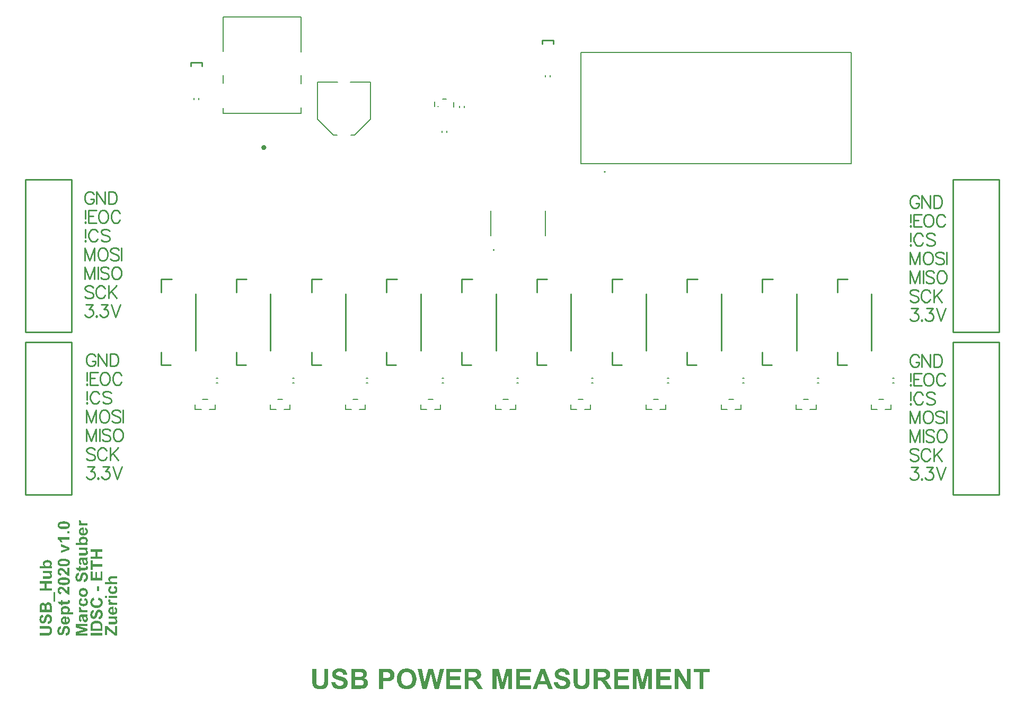
<source format=gto>
G04*
G04 #@! TF.GenerationSoftware,Altium Limited,Altium NEXUS,2.1.5 (53)*
G04*
G04 Layer_Color=65535*
%FSLAX44Y44*%
%MOMM*%
G71*
G01*
G75*
%ADD10C,0.4000*%
%ADD11C,0.2000*%
%ADD12C,0.1524*%
%ADD13C,0.2540*%
%ADD14C,0.1270*%
G36*
X92035Y431378D02*
X92010Y431328D01*
X91935Y431228D01*
X91835Y431053D01*
X91710Y430828D01*
X91610Y430553D01*
X91510Y430253D01*
X91435Y429953D01*
X91410Y429653D01*
Y429528D01*
X91435Y429379D01*
X91460Y429179D01*
X91510Y428979D01*
X91610Y428754D01*
X91710Y428529D01*
X91860Y428304D01*
X91885Y428279D01*
X91935Y428229D01*
X92060Y428129D01*
X92210Y428004D01*
X92435Y427879D01*
X92685Y427729D01*
X93010Y427604D01*
X93410Y427479D01*
X93460D01*
X93534Y427454D01*
X93634Y427429D01*
X93784Y427404D01*
X93934Y427379D01*
X94159Y427354D01*
X94409Y427329D01*
X94684Y427304D01*
X95034Y427279D01*
X95409Y427254D01*
X95834Y427229D01*
X96309Y427204D01*
X96834D01*
X97408Y427179D01*
X98058D01*
X102357D01*
Y423505D01*
X88436D01*
Y426929D01*
X90410D01*
X90385Y426979D01*
X90310Y427004D01*
X90210Y427079D01*
X89960Y427254D01*
X89685Y427454D01*
X89361Y427704D01*
X89061Y427954D01*
X88786Y428229D01*
X88586Y428504D01*
X88561Y428529D01*
X88511Y428629D01*
X88436Y428779D01*
X88336Y428954D01*
X88261Y429203D01*
X88186Y429453D01*
X88136Y429753D01*
X88111Y430078D01*
Y430303D01*
X88136Y430553D01*
X88186Y430853D01*
X88286Y431228D01*
X88411Y431653D01*
X88586Y432078D01*
X88811Y432528D01*
X92035Y431378D01*
D02*
G37*
G36*
X65047Y430303D02*
X65497Y430278D01*
X65996Y430228D01*
X66571Y430178D01*
X67171Y430103D01*
X67821Y430003D01*
X68471Y429853D01*
X69121Y429703D01*
X69770Y429528D01*
X70395Y429304D01*
X70995Y429053D01*
X71545Y428754D01*
X72020Y428429D01*
X72045Y428404D01*
X72095Y428354D01*
X72195Y428279D01*
X72320Y428154D01*
X72470Y427979D01*
X72645Y427804D01*
X72820Y427554D01*
X72995Y427304D01*
X73170Y427004D01*
X73345Y426679D01*
X73520Y426329D01*
X73670Y425929D01*
X73794Y425530D01*
X73895Y425080D01*
X73945Y424580D01*
X73969Y424080D01*
Y423955D01*
X73945Y423805D01*
Y423605D01*
X73895Y423380D01*
X73844Y423105D01*
X73794Y422805D01*
X73695Y422455D01*
X73594Y422105D01*
X73445Y421755D01*
X73270Y421381D01*
X73070Y420981D01*
X72820Y420606D01*
X72520Y420256D01*
X72195Y419881D01*
X71820Y419556D01*
X71795Y419531D01*
X71720Y419481D01*
X71595Y419406D01*
X71395Y419281D01*
X71145Y419156D01*
X70845Y419031D01*
X70470Y418856D01*
X70045Y418706D01*
X69546Y418556D01*
X68996Y418406D01*
X68371Y418256D01*
X67671Y418131D01*
X66896Y418006D01*
X66047Y417931D01*
X65122Y417881D01*
X64122Y417856D01*
X64097D01*
X64047D01*
X63997D01*
X63872D01*
X63747D01*
X63597Y417881D01*
X63222D01*
X62772Y417906D01*
X62272Y417956D01*
X61698Y418006D01*
X61098Y418081D01*
X60473Y418181D01*
X59823Y418306D01*
X59148Y418456D01*
X58523Y418656D01*
X57899Y418856D01*
X57299Y419106D01*
X56749Y419406D01*
X56274Y419731D01*
X56249Y419756D01*
X56199Y419806D01*
X56099Y419881D01*
X55974Y420006D01*
X55824Y420181D01*
X55649Y420381D01*
X55474Y420606D01*
X55274Y420856D01*
X55099Y421156D01*
X54924Y421480D01*
X54749Y421830D01*
X54599Y422230D01*
X54474Y422630D01*
X54374Y423080D01*
X54324Y423580D01*
X54300Y424080D01*
Y424355D01*
X54324Y424555D01*
X54349Y424780D01*
X54399Y425055D01*
X54474Y425354D01*
X54549Y425679D01*
X54649Y426029D01*
X54774Y426379D01*
X54949Y426754D01*
X55149Y427104D01*
X55374Y427454D01*
X55649Y427804D01*
X55949Y428154D01*
X56299Y428454D01*
X56324Y428479D01*
X56399Y428529D01*
X56549Y428629D01*
X56749Y428754D01*
X57024Y428879D01*
X57349Y429053D01*
X57724Y429229D01*
X58173Y429403D01*
X58673Y429578D01*
X59248Y429728D01*
X59898Y429903D01*
X60623Y430028D01*
X61398Y430153D01*
X62247Y430253D01*
X63147Y430303D01*
X64147Y430328D01*
X64172D01*
X64197D01*
X64272D01*
X64397D01*
X64522D01*
X64672D01*
X65047Y430303D01*
D02*
G37*
G36*
X73619Y411208D02*
X69946D01*
Y414882D01*
X73619D01*
Y411208D01*
D02*
G37*
G36*
X96459Y411433D02*
X96484D01*
X96534D01*
X96609D01*
X96734Y411458D01*
X97034Y411483D01*
X97408Y411558D01*
X97808Y411658D01*
X98233Y411808D01*
X98658Y412033D01*
X99033Y412308D01*
X99083Y412358D01*
X99183Y412458D01*
X99308Y412633D01*
X99483Y412883D01*
X99658Y413208D01*
X99783Y413558D01*
X99883Y413982D01*
X99933Y414432D01*
Y414582D01*
X99908Y414732D01*
X99883Y414932D01*
X99833Y415157D01*
X99733Y415382D01*
X99633Y415632D01*
X99483Y415857D01*
X99458Y415882D01*
X99383Y415957D01*
X99283Y416057D01*
X99108Y416207D01*
X98883Y416357D01*
X98633Y416507D01*
X98308Y416657D01*
X97933Y416782D01*
X98558Y420456D01*
X98583D01*
X98658Y420431D01*
X98758Y420381D01*
X98883Y420331D01*
X99058Y420231D01*
X99258Y420156D01*
X99708Y419906D01*
X100208Y419581D01*
X100708Y419206D01*
X101208Y418731D01*
X101632Y418206D01*
Y418181D01*
X101682Y418131D01*
X101732Y418056D01*
X101807Y417931D01*
X101882Y417781D01*
X101957Y417607D01*
X102057Y417407D01*
X102157Y417157D01*
X102257Y416882D01*
X102357Y416607D01*
X102507Y415957D01*
X102632Y415207D01*
X102682Y414382D01*
Y414232D01*
X102657Y414032D01*
X102632Y413783D01*
X102607Y413483D01*
X102557Y413158D01*
X102482Y412758D01*
X102382Y412358D01*
X102257Y411933D01*
X102107Y411483D01*
X101907Y411033D01*
X101682Y410608D01*
X101407Y410158D01*
X101082Y409758D01*
X100733Y409384D01*
X100308Y409034D01*
X100283Y409009D01*
X100208Y408984D01*
X100108Y408909D01*
X99958Y408809D01*
X99783Y408709D01*
X99558Y408609D01*
X99283Y408484D01*
X98983Y408359D01*
X98658Y408209D01*
X98308Y408084D01*
X97908Y407984D01*
X97483Y407884D01*
X97034Y407784D01*
X96559Y407709D01*
X96034Y407684D01*
X95509Y407659D01*
X95459D01*
X95359D01*
X95184Y407684D01*
X94934D01*
X94659Y407709D01*
X94309Y407759D01*
X93934Y407809D01*
X93534Y407884D01*
X93110Y407984D01*
X92660Y408109D01*
X92210Y408234D01*
X91760Y408409D01*
X91310Y408634D01*
X90885Y408859D01*
X90460Y409134D01*
X90085Y409459D01*
X90060Y409484D01*
X90010Y409534D01*
X89910Y409633D01*
X89785Y409784D01*
X89635Y409958D01*
X89460Y410183D01*
X89285Y410433D01*
X89086Y410708D01*
X88911Y411033D01*
X88736Y411358D01*
X88561Y411733D01*
X88411Y412158D01*
X88286Y412583D01*
X88186Y413033D01*
X88136Y413532D01*
X88111Y414032D01*
Y414182D01*
X88136Y414332D01*
Y414557D01*
X88186Y414807D01*
X88211Y415107D01*
X88286Y415432D01*
X88361Y415807D01*
X88486Y416182D01*
X88611Y416582D01*
X88786Y417007D01*
X88986Y417407D01*
X89211Y417806D01*
X89510Y418206D01*
X89810Y418581D01*
X90185Y418931D01*
X90210Y418956D01*
X90285Y419006D01*
X90410Y419106D01*
X90560Y419206D01*
X90785Y419356D01*
X91060Y419506D01*
X91360Y419656D01*
X91735Y419831D01*
X92160Y419981D01*
X92610Y420156D01*
X93134Y420281D01*
X93684Y420431D01*
X94309Y420531D01*
X94984Y420606D01*
X95684Y420656D01*
X96459D01*
Y411433D01*
D02*
G37*
G36*
X73619Y401236D02*
X59748D01*
X59773Y401211D01*
X59823Y401136D01*
X59923Y401036D01*
X60048Y400886D01*
X60198Y400686D01*
X60398Y400461D01*
X60573Y400186D01*
X60798Y399886D01*
X61023Y399561D01*
X61248Y399186D01*
X61473Y398786D01*
X61698Y398386D01*
X62147Y397462D01*
X62522Y396487D01*
X59173D01*
Y396512D01*
X59148Y396562D01*
X59123Y396637D01*
X59073Y396737D01*
X59023Y396862D01*
X58948Y397037D01*
X58773Y397412D01*
X58548Y397862D01*
X58224Y398386D01*
X57849Y398961D01*
X57399Y399586D01*
X57374Y399611D01*
X57349Y399661D01*
X57274Y399736D01*
X57174Y399861D01*
X57049Y400011D01*
X56874Y400161D01*
X56524Y400511D01*
X56049Y400911D01*
X55524Y401286D01*
X54949Y401636D01*
X54624Y401786D01*
X54300Y401911D01*
Y404910D01*
X73619D01*
Y401236D01*
D02*
G37*
G36*
X95859Y405760D02*
X96134Y405734D01*
X96484Y405685D01*
X96884Y405634D01*
X97283Y405585D01*
X98183Y405360D01*
X98633Y405235D01*
X99083Y405060D01*
X99533Y404885D01*
X99958Y404635D01*
X100383Y404385D01*
X100758Y404085D01*
X100783Y404060D01*
X100833Y404010D01*
X100933Y403910D01*
X101058Y403785D01*
X101208Y403610D01*
X101357Y403410D01*
X101532Y403185D01*
X101707Y402935D01*
X101907Y402635D01*
X102082Y402335D01*
X102232Y401986D01*
X102382Y401636D01*
X102507Y401236D01*
X102607Y400836D01*
X102657Y400411D01*
X102682Y399961D01*
Y399761D01*
X102657Y399511D01*
X102607Y399211D01*
X102532Y398861D01*
X102432Y398461D01*
X102282Y398036D01*
X102082Y397587D01*
X102057Y397537D01*
X101957Y397387D01*
X101832Y397187D01*
X101632Y396912D01*
X101382Y396612D01*
X101082Y396262D01*
X100733Y395937D01*
X100333Y395612D01*
X102357D01*
Y392188D01*
X83137D01*
Y395862D01*
X90060D01*
X90035Y395887D01*
X89985Y395937D01*
X89885Y396037D01*
X89760Y396162D01*
X89610Y396337D01*
X89436Y396512D01*
X89261Y396737D01*
X89086Y397012D01*
X88911Y397287D01*
X88736Y397587D01*
X88411Y398286D01*
X88286Y398661D01*
X88186Y399036D01*
X88136Y399461D01*
X88111Y399886D01*
Y400136D01*
X88136Y400311D01*
X88161Y400536D01*
X88211Y400786D01*
X88261Y401061D01*
X88336Y401361D01*
X88436Y401686D01*
X88561Y402035D01*
X88711Y402385D01*
X88886Y402735D01*
X89111Y403110D01*
X89361Y403460D01*
X89635Y403785D01*
X89960Y404110D01*
X89985Y404135D01*
X90035Y404185D01*
X90160Y404260D01*
X90310Y404385D01*
X90485Y404510D01*
X90735Y404635D01*
X91010Y404785D01*
X91310Y404960D01*
X91660Y405110D01*
X92060Y405260D01*
X92510Y405385D01*
X92985Y405535D01*
X93484Y405634D01*
X94034Y405709D01*
X94634Y405760D01*
X95259Y405784D01*
X95309D01*
X95409D01*
X95609D01*
X95859Y405760D01*
D02*
G37*
G36*
X73619Y388514D02*
Y385190D01*
X59698Y379591D01*
Y383465D01*
X66821Y386090D01*
X69196Y386839D01*
X69146Y386864D01*
X69046Y386889D01*
X68896Y386939D01*
X68696Y386989D01*
X68321Y387114D01*
X68121Y387189D01*
X67996Y387214D01*
X67971D01*
X67896Y387239D01*
X67771Y387289D01*
X67621Y387339D01*
X67446Y387389D01*
X67246Y387464D01*
X66821Y387614D01*
X59698Y390238D01*
Y394038D01*
X73619Y388514D01*
D02*
G37*
G36*
X102357Y385090D02*
X100283D01*
X100333Y385065D01*
X100458Y384940D01*
X100683Y384790D01*
X100933Y384540D01*
X101208Y384265D01*
X101507Y383915D01*
X101782Y383540D01*
X102057Y383090D01*
Y383065D01*
X102082Y383040D01*
X102107Y382965D01*
X102157Y382890D01*
X102257Y382640D01*
X102357Y382315D01*
X102482Y381916D01*
X102582Y381466D01*
X102657Y380991D01*
X102682Y380491D01*
Y380266D01*
X102657Y379991D01*
X102607Y379641D01*
X102532Y379266D01*
X102432Y378841D01*
X102282Y378391D01*
X102082Y377967D01*
X102057Y377917D01*
X101957Y377792D01*
X101832Y377592D01*
X101632Y377367D01*
X101382Y377092D01*
X101082Y376817D01*
X100758Y376592D01*
X100358Y376367D01*
X100333D01*
X100308Y376342D01*
X100233Y376317D01*
X100158Y376292D01*
X99908Y376217D01*
X99558Y376142D01*
X99108Y376042D01*
X98583Y375967D01*
X97958Y375917D01*
X97259Y375892D01*
X88436D01*
Y379566D01*
X94834D01*
X94859D01*
X94959D01*
X95109D01*
X95309D01*
X95534D01*
X95809D01*
X96384Y379591D01*
X97008Y379616D01*
X97608Y379641D01*
X97883Y379666D01*
X98108Y379691D01*
X98308Y379741D01*
X98458Y379766D01*
X98483D01*
X98558Y379816D01*
X98683Y379866D01*
X98833Y379941D01*
X98983Y380041D01*
X99158Y380166D01*
X99333Y380316D01*
X99483Y380491D01*
X99508Y380516D01*
X99533Y380591D01*
X99608Y380716D01*
X99658Y380866D01*
X99733Y381066D01*
X99808Y381291D01*
X99833Y381566D01*
X99858Y381841D01*
Y381991D01*
X99833Y382191D01*
X99783Y382416D01*
X99733Y382665D01*
X99658Y382965D01*
X99533Y383240D01*
X99358Y383540D01*
X99333Y383565D01*
X99258Y383665D01*
X99158Y383790D01*
X99008Y383940D01*
X98808Y384115D01*
X98608Y384290D01*
X98358Y384440D01*
X98083Y384565D01*
X98033Y384590D01*
X97983D01*
X97908Y384615D01*
X97808Y384640D01*
X97683Y384665D01*
X97508Y384690D01*
X97309Y384715D01*
X97084Y384740D01*
X96809Y384765D01*
X96509D01*
X96159Y384790D01*
X95759Y384815D01*
X95334Y384840D01*
X94834D01*
X94309D01*
X88436D01*
Y388514D01*
X102357D01*
Y385090D01*
D02*
G37*
G36*
Y369469D02*
X102332D01*
X102282Y369444D01*
X102207Y369419D01*
X102082Y369369D01*
X101932Y369319D01*
X101757Y369244D01*
X101532Y369169D01*
X101282Y369094D01*
X101257D01*
X101233D01*
X101108Y369044D01*
X100957Y369019D01*
X100858Y368969D01*
X100907Y368919D01*
X101007Y368794D01*
X101182Y368619D01*
X101382Y368369D01*
X101607Y368069D01*
X101832Y367719D01*
X102032Y367344D01*
X102232Y366945D01*
X102257Y366894D01*
X102307Y366769D01*
X102382Y366545D01*
X102457Y366270D01*
X102532Y365920D01*
X102607Y365545D01*
X102657Y365120D01*
X102682Y364670D01*
Y364470D01*
X102657Y364320D01*
Y364145D01*
X102632Y363920D01*
X102532Y363445D01*
X102407Y362896D01*
X102207Y362321D01*
X101907Y361771D01*
X101732Y361521D01*
X101532Y361271D01*
X101507Y361246D01*
X101482Y361221D01*
X101407Y361171D01*
X101332Y361071D01*
X101058Y360896D01*
X100733Y360671D01*
X100308Y360446D01*
X99783Y360246D01*
X99208Y360096D01*
X98908Y360071D01*
X98583Y360046D01*
X98558D01*
X98533D01*
X98383D01*
X98158Y360071D01*
X97883Y360121D01*
X97558Y360171D01*
X97208Y360271D01*
X96834Y360421D01*
X96484Y360596D01*
X96434Y360621D01*
X96334Y360696D01*
X96159Y360821D01*
X95959Y361021D01*
X95734Y361246D01*
X95509Y361496D01*
X95284Y361821D01*
X95084Y362171D01*
X95059Y362221D01*
X95009Y362371D01*
X94909Y362596D01*
X94784Y362920D01*
X94659Y363345D01*
X94509Y363845D01*
X94359Y364420D01*
X94234Y365095D01*
Y365120D01*
X94209Y365220D01*
X94184Y365345D01*
X94159Y365520D01*
X94109Y365720D01*
X94059Y365970D01*
X93934Y366520D01*
X93784Y367119D01*
X93634Y367719D01*
X93559Y367994D01*
X93460Y368244D01*
X93385Y368494D01*
X93309Y368694D01*
X92960D01*
X92935D01*
X92910D01*
X92785D01*
X92585Y368669D01*
X92360Y368619D01*
X92085Y368569D01*
X91835Y368469D01*
X91610Y368319D01*
X91410Y368144D01*
X91385Y368119D01*
X91335Y368044D01*
X91260Y367894D01*
X91160Y367694D01*
X91085Y367444D01*
X91010Y367094D01*
X90960Y366670D01*
X90935Y366170D01*
Y365995D01*
X90960Y365820D01*
X90985Y365595D01*
X91035Y365345D01*
X91110Y365095D01*
X91210Y364845D01*
X91335Y364620D01*
X91360Y364595D01*
X91410Y364520D01*
X91510Y364420D01*
X91660Y364295D01*
X91835Y364170D01*
X92085Y364020D01*
X92360Y363870D01*
X92710Y363745D01*
X92110Y360421D01*
X92085D01*
X92010Y360446D01*
X91910Y360471D01*
X91785Y360521D01*
X91610Y360596D01*
X91410Y360671D01*
X90985Y360871D01*
X90485Y361121D01*
X89985Y361471D01*
X89510Y361871D01*
X89111Y362346D01*
Y362371D01*
X89061Y362421D01*
X89011Y362496D01*
X88961Y362596D01*
X88886Y362746D01*
X88786Y362920D01*
X88711Y363145D01*
X88611Y363370D01*
X88511Y363645D01*
X88436Y363945D01*
X88336Y364295D01*
X88261Y364645D01*
X88211Y365045D01*
X88161Y365495D01*
X88111Y365945D01*
Y366844D01*
X88136Y367044D01*
Y367294D01*
X88161Y367544D01*
X88186Y367844D01*
X88261Y368419D01*
X88361Y369044D01*
X88511Y369619D01*
X88611Y369869D01*
X88711Y370119D01*
Y370144D01*
X88736Y370169D01*
X88811Y370319D01*
X88936Y370518D01*
X89111Y370793D01*
X89311Y371068D01*
X89585Y371343D01*
X89860Y371593D01*
X90185Y371818D01*
X90235Y371843D01*
X90360Y371893D01*
X90460Y371943D01*
X90585Y371968D01*
X90760Y372018D01*
X90935Y372068D01*
X91135Y372118D01*
X91385Y372168D01*
X91660Y372193D01*
X91960Y372243D01*
X92285Y372268D01*
X92660Y372293D01*
X93060Y372318D01*
X93484D01*
X97783Y372268D01*
X97808D01*
X97858D01*
X97958D01*
X98083D01*
X98233D01*
X98408D01*
X98808Y372293D01*
X99258Y372318D01*
X99708Y372343D01*
X100133Y372393D01*
X100508Y372443D01*
X100558D01*
X100658Y372468D01*
X100833Y372518D01*
X101058Y372593D01*
X101332Y372693D01*
X101657Y372793D01*
X102007Y372943D01*
X102357Y373118D01*
Y369469D01*
D02*
G37*
G36*
X126121Y381566D02*
X117723D01*
Y373943D01*
X126121D01*
Y370069D01*
X106901D01*
Y373943D01*
X114474D01*
Y381566D01*
X106901D01*
Y385440D01*
X126121D01*
Y381566D01*
D02*
G37*
G36*
X65047Y370644D02*
X65497Y370619D01*
X65996Y370569D01*
X66571Y370518D01*
X67171Y370444D01*
X67821Y370344D01*
X68471Y370194D01*
X69121Y370044D01*
X69770Y369869D01*
X70395Y369644D01*
X70995Y369394D01*
X71545Y369094D01*
X72020Y368769D01*
X72045Y368744D01*
X72095Y368694D01*
X72195Y368619D01*
X72320Y368494D01*
X72470Y368319D01*
X72645Y368144D01*
X72820Y367894D01*
X72995Y367644D01*
X73170Y367344D01*
X73345Y367019D01*
X73520Y366670D01*
X73670Y366270D01*
X73794Y365870D01*
X73895Y365420D01*
X73945Y364920D01*
X73969Y364420D01*
Y364295D01*
X73945Y364145D01*
Y363945D01*
X73895Y363720D01*
X73844Y363445D01*
X73794Y363145D01*
X73695Y362795D01*
X73594Y362446D01*
X73445Y362096D01*
X73270Y361721D01*
X73070Y361321D01*
X72820Y360946D01*
X72520Y360596D01*
X72195Y360221D01*
X71820Y359896D01*
X71795Y359871D01*
X71720Y359821D01*
X71595Y359746D01*
X71395Y359621D01*
X71145Y359496D01*
X70845Y359371D01*
X70470Y359196D01*
X70045Y359047D01*
X69546Y358896D01*
X68996Y358747D01*
X68371Y358597D01*
X67671Y358472D01*
X66896Y358347D01*
X66047Y358272D01*
X65122Y358222D01*
X64122Y358197D01*
X64097D01*
X64047D01*
X63997D01*
X63872D01*
X63747D01*
X63597Y358222D01*
X63222D01*
X62772Y358247D01*
X62272Y358297D01*
X61698Y358347D01*
X61098Y358422D01*
X60473Y358522D01*
X59823Y358647D01*
X59148Y358797D01*
X58523Y358997D01*
X57899Y359196D01*
X57299Y359446D01*
X56749Y359746D01*
X56274Y360071D01*
X56249Y360096D01*
X56199Y360146D01*
X56099Y360221D01*
X55974Y360346D01*
X55824Y360521D01*
X55649Y360721D01*
X55474Y360946D01*
X55274Y361196D01*
X55099Y361496D01*
X54924Y361821D01*
X54749Y362171D01*
X54599Y362571D01*
X54474Y362971D01*
X54374Y363420D01*
X54324Y363920D01*
X54300Y364420D01*
Y364695D01*
X54324Y364895D01*
X54349Y365120D01*
X54399Y365395D01*
X54474Y365695D01*
X54549Y366020D01*
X54649Y366370D01*
X54774Y366720D01*
X54949Y367094D01*
X55149Y367444D01*
X55374Y367794D01*
X55649Y368144D01*
X55949Y368494D01*
X56299Y368794D01*
X56324Y368819D01*
X56399Y368869D01*
X56549Y368969D01*
X56749Y369094D01*
X57024Y369219D01*
X57349Y369394D01*
X57724Y369569D01*
X58173Y369744D01*
X58673Y369919D01*
X59248Y370069D01*
X59898Y370244D01*
X60623Y370369D01*
X61398Y370494D01*
X62247Y370593D01*
X63147Y370644D01*
X64147Y370668D01*
X64172D01*
X64197D01*
X64272D01*
X64397D01*
X64522D01*
X64672D01*
X65047Y370644D01*
D02*
G37*
G36*
X102157Y358722D02*
X102182Y358697D01*
X102207Y358622D01*
X102232Y358522D01*
X102332Y358247D01*
X102407Y357897D01*
X102507Y357472D01*
X102607Y356972D01*
X102657Y356422D01*
X102682Y355822D01*
Y355647D01*
X102657Y355472D01*
X102632Y355247D01*
X102607Y354972D01*
X102532Y354673D01*
X102457Y354348D01*
X102357Y354048D01*
X102332Y354023D01*
X102307Y353923D01*
X102232Y353773D01*
X102132Y353598D01*
X101857Y353223D01*
X101682Y353023D01*
X101507Y352873D01*
X101482Y352848D01*
X101407Y352823D01*
X101282Y352748D01*
X101108Y352673D01*
X100907Y352573D01*
X100658Y352498D01*
X100383Y352423D01*
X100058Y352348D01*
X100033D01*
X99933Y352323D01*
X99758D01*
X99483Y352298D01*
X99133Y352273D01*
X98933D01*
X98683D01*
X98433Y352248D01*
X98133D01*
X97808D01*
X97458D01*
X91360D01*
Y350549D01*
X88436D01*
Y352248D01*
X85661D01*
X83487Y355922D01*
X88436D01*
Y358447D01*
X91360D01*
Y355922D01*
X97008D01*
X97034D01*
X97084D01*
X97158D01*
X97283D01*
X97558D01*
X97883D01*
X98233Y355947D01*
X98558D01*
X98833D01*
X98933Y355972D01*
X99008D01*
X99058Y355997D01*
X99158Y356047D01*
X99308Y356147D01*
X99458Y356297D01*
Y356322D01*
X99483Y356347D01*
X99533Y356472D01*
X99608Y356697D01*
X99633Y356947D01*
Y357047D01*
X99608Y357147D01*
X99583Y357322D01*
X99558Y357522D01*
X99483Y357772D01*
X99408Y358072D01*
X99283Y358422D01*
X102157Y358747D01*
Y358722D01*
D02*
G37*
G36*
X38409Y368469D02*
X38684Y368444D01*
X39033Y368394D01*
X39433Y368344D01*
X39833Y368294D01*
X40733Y368069D01*
X41183Y367944D01*
X41633Y367769D01*
X42083Y367594D01*
X42508Y367344D01*
X42932Y367094D01*
X43307Y366795D01*
X43332Y366769D01*
X43382Y366720D01*
X43482Y366619D01*
X43607Y366495D01*
X43757Y366320D01*
X43907Y366120D01*
X44082Y365895D01*
X44257Y365645D01*
X44457Y365345D01*
X44632Y365045D01*
X44782Y364695D01*
X44932Y364345D01*
X45057Y363945D01*
X45157Y363545D01*
X45207Y363120D01*
X45232Y362671D01*
Y362471D01*
X45207Y362221D01*
X45157Y361921D01*
X45082Y361571D01*
X44982Y361171D01*
X44832Y360746D01*
X44632Y360296D01*
X44607Y360246D01*
X44507Y360096D01*
X44382Y359896D01*
X44182Y359621D01*
X43932Y359321D01*
X43632Y358971D01*
X43282Y358647D01*
X42882Y358322D01*
X44907D01*
Y354897D01*
X25687D01*
Y358572D01*
X32610D01*
X32585Y358597D01*
X32535Y358647D01*
X32435Y358747D01*
X32310Y358871D01*
X32160Y359047D01*
X31985Y359221D01*
X31810Y359446D01*
X31635Y359721D01*
X31460Y359996D01*
X31285Y360296D01*
X30961Y360996D01*
X30835Y361371D01*
X30735Y361746D01*
X30686Y362171D01*
X30661Y362596D01*
Y362845D01*
X30686Y363021D01*
X30710Y363245D01*
X30761Y363495D01*
X30810Y363770D01*
X30886Y364070D01*
X30986Y364395D01*
X31110Y364745D01*
X31260Y365095D01*
X31435Y365445D01*
X31660Y365820D01*
X31910Y366170D01*
X32185Y366495D01*
X32510Y366819D01*
X32535Y366844D01*
X32585Y366894D01*
X32710Y366969D01*
X32860Y367094D01*
X33035Y367219D01*
X33285Y367344D01*
X33560Y367494D01*
X33860Y367669D01*
X34210Y367819D01*
X34609Y367969D01*
X35059Y368094D01*
X35534Y368244D01*
X36034Y368344D01*
X36584Y368419D01*
X37184Y368469D01*
X37809Y368494D01*
X37859D01*
X37959D01*
X38159D01*
X38409Y368469D01*
D02*
G37*
G36*
X110150Y361871D02*
X126121D01*
Y357997D01*
X110150D01*
Y352298D01*
X106901D01*
Y367544D01*
X110150D01*
Y361871D01*
D02*
G37*
G36*
X73619Y342826D02*
X73594D01*
X73545D01*
X73420Y342851D01*
X73295Y342876D01*
X73120Y342901D01*
X72920Y342951D01*
X72695Y343001D01*
X72445Y343051D01*
X71870Y343226D01*
X71245Y343451D01*
X70595Y343725D01*
X69946Y344075D01*
X69921Y344100D01*
X69871Y344125D01*
X69770Y344200D01*
X69621Y344300D01*
X69446Y344425D01*
X69246Y344575D01*
X68996Y344750D01*
X68721Y344975D01*
X68396Y345250D01*
X68046Y345550D01*
X67671Y345875D01*
X67246Y346250D01*
X66821Y346675D01*
X66346Y347150D01*
X65847Y347649D01*
X65322Y348199D01*
X65297Y348224D01*
X65222Y348299D01*
X65097Y348424D01*
X64947Y348599D01*
X64747Y348799D01*
X64547Y349024D01*
X64047Y349524D01*
X63522Y350049D01*
X63022Y350549D01*
X62772Y350774D01*
X62547Y350948D01*
X62347Y351124D01*
X62172Y351249D01*
X62147D01*
X62123Y351273D01*
X61972Y351373D01*
X61748Y351498D01*
X61473Y351648D01*
X61123Y351773D01*
X60748Y351898D01*
X60348Y351998D01*
X59923Y352023D01*
X59898D01*
X59873D01*
X59723D01*
X59498Y351998D01*
X59223Y351948D01*
X58923Y351848D01*
X58598Y351748D01*
X58299Y351573D01*
X58024Y351348D01*
X57998Y351324D01*
X57924Y351223D01*
X57799Y351073D01*
X57674Y350874D01*
X57574Y350624D01*
X57449Y350299D01*
X57374Y349949D01*
X57349Y349524D01*
Y349324D01*
X57374Y349124D01*
X57424Y348874D01*
X57524Y348574D01*
X57649Y348274D01*
X57824Y347974D01*
X58049Y347699D01*
X58074Y347674D01*
X58173Y347599D01*
X58348Y347474D01*
X58598Y347350D01*
X58923Y347225D01*
X59323Y347099D01*
X59798Y347000D01*
X60348Y346925D01*
X59998Y343251D01*
X59973D01*
X59873Y343275D01*
X59698Y343301D01*
X59498Y343326D01*
X59248Y343376D01*
X58973Y343451D01*
X58648Y343525D01*
X58299Y343625D01*
X57599Y343900D01*
X57224Y344050D01*
X56874Y344250D01*
X56524Y344475D01*
X56199Y344725D01*
X55899Y345000D01*
X55624Y345300D01*
X55599Y345325D01*
X55574Y345375D01*
X55499Y345475D01*
X55424Y345600D01*
X55324Y345775D01*
X55199Y345975D01*
X55074Y346225D01*
X54949Y346500D01*
X54849Y346775D01*
X54724Y347124D01*
X54599Y347474D01*
X54499Y347849D01*
X54425Y348249D01*
X54349Y348699D01*
X54324Y349149D01*
X54300Y349624D01*
Y349899D01*
X54324Y350099D01*
X54349Y350324D01*
X54374Y350624D01*
X54425Y350924D01*
X54499Y351249D01*
X54674Y351973D01*
X54799Y352348D01*
X54949Y352723D01*
X55124Y353073D01*
X55349Y353448D01*
X55574Y353773D01*
X55849Y354098D01*
X55874Y354123D01*
X55924Y354173D01*
X55999Y354248D01*
X56124Y354348D01*
X56274Y354473D01*
X56449Y354623D01*
X56649Y354748D01*
X56899Y354922D01*
X57174Y355073D01*
X57449Y355197D01*
X58099Y355472D01*
X58473Y355572D01*
X58848Y355647D01*
X59248Y355697D01*
X59673Y355722D01*
X59698D01*
X59723D01*
X59798D01*
X59898D01*
X60148Y355697D01*
X60473Y355672D01*
X60848Y355597D01*
X61273Y355522D01*
X61698Y355397D01*
X62147Y355247D01*
X62172D01*
X62197Y355223D01*
X62347Y355148D01*
X62597Y355047D01*
X62897Y354897D01*
X63272Y354673D01*
X63672Y354423D01*
X64122Y354123D01*
X64597Y353773D01*
X64647Y353748D01*
X64747Y353648D01*
X64947Y353473D01*
X65222Y353223D01*
X65572Y352873D01*
X65996Y352473D01*
X66496Y351948D01*
X66771Y351673D01*
X67071Y351348D01*
X67096Y351324D01*
X67146Y351273D01*
X67221Y351199D01*
X67321Y351073D01*
X67596Y350774D01*
X67946Y350424D01*
X68296Y350049D01*
X68646Y349699D01*
X68946Y349374D01*
X69096Y349249D01*
X69196Y349149D01*
X69221Y349124D01*
X69296Y349074D01*
X69396Y348974D01*
X69521Y348874D01*
X69845Y348624D01*
X70195Y348399D01*
Y355722D01*
X73619D01*
Y342826D01*
D02*
G37*
G36*
X126121Y335777D02*
X106901D01*
Y349999D01*
X110150D01*
Y339651D01*
X114399D01*
Y349274D01*
X117648D01*
Y339651D01*
X122872D01*
Y350374D01*
X126121D01*
Y335777D01*
D02*
G37*
G36*
X44907Y347799D02*
X42832D01*
X42882Y347774D01*
X43007Y347649D01*
X43232Y347499D01*
X43482Y347249D01*
X43757Y346975D01*
X44057Y346625D01*
X44332Y346250D01*
X44607Y345800D01*
Y345775D01*
X44632Y345750D01*
X44657Y345675D01*
X44707Y345600D01*
X44807Y345350D01*
X44907Y345025D01*
X45032Y344625D01*
X45132Y344175D01*
X45207Y343700D01*
X45232Y343200D01*
Y342976D01*
X45207Y342701D01*
X45157Y342351D01*
X45082Y341976D01*
X44982Y341551D01*
X44832Y341101D01*
X44632Y340676D01*
X44607Y340626D01*
X44507Y340501D01*
X44382Y340301D01*
X44182Y340076D01*
X43932Y339801D01*
X43632Y339526D01*
X43307Y339301D01*
X42907Y339077D01*
X42882D01*
X42857Y339052D01*
X42782Y339027D01*
X42708Y339002D01*
X42457Y338927D01*
X42108Y338852D01*
X41658Y338752D01*
X41133Y338677D01*
X40508Y338627D01*
X39808Y338602D01*
X30986D01*
Y342276D01*
X37384D01*
X37409D01*
X37509D01*
X37659D01*
X37859D01*
X38084D01*
X38359D01*
X38933Y342301D01*
X39558Y342326D01*
X40158Y342351D01*
X40433Y342376D01*
X40658Y342401D01*
X40858Y342451D01*
X41008Y342476D01*
X41033D01*
X41108Y342526D01*
X41233Y342576D01*
X41383Y342651D01*
X41533Y342751D01*
X41708Y342876D01*
X41883Y343026D01*
X42033Y343200D01*
X42058Y343226D01*
X42083Y343301D01*
X42158Y343425D01*
X42208Y343575D01*
X42283Y343775D01*
X42358Y344000D01*
X42382Y344275D01*
X42407Y344550D01*
Y344700D01*
X42382Y344900D01*
X42333Y345125D01*
X42283Y345375D01*
X42208Y345675D01*
X42083Y345950D01*
X41908Y346250D01*
X41883Y346275D01*
X41808Y346375D01*
X41708Y346500D01*
X41558Y346650D01*
X41358Y346825D01*
X41158Y347000D01*
X40908Y347150D01*
X40633Y347275D01*
X40583Y347299D01*
X40533D01*
X40458Y347324D01*
X40358Y347350D01*
X40233Y347374D01*
X40058Y347399D01*
X39858Y347425D01*
X39633Y347449D01*
X39358Y347474D01*
X39058D01*
X38709Y347499D01*
X38309Y347524D01*
X37884Y347549D01*
X37384D01*
X36859D01*
X30986D01*
Y351223D01*
X44907D01*
Y347799D01*
D02*
G37*
G36*
X97034Y348799D02*
X97184D01*
X97359Y348774D01*
X97783Y348699D01*
X98258Y348599D01*
X98783Y348424D01*
X99333Y348199D01*
X99883Y347899D01*
X99908D01*
X99933Y347849D01*
X100008Y347799D01*
X100108Y347724D01*
X100358Y347524D01*
X100683Y347225D01*
X101032Y346850D01*
X101382Y346425D01*
X101707Y345900D01*
X102007Y345300D01*
Y345275D01*
X102032Y345225D01*
X102082Y345125D01*
X102107Y345000D01*
X102157Y344825D01*
X102232Y344650D01*
X102282Y344400D01*
X102357Y344150D01*
X102432Y343850D01*
X102482Y343550D01*
X102532Y343200D01*
X102607Y342826D01*
X102682Y342026D01*
X102707Y341126D01*
Y340776D01*
X102682Y340526D01*
X102657Y340226D01*
X102607Y339876D01*
X102557Y339477D01*
X102507Y339052D01*
X102307Y338152D01*
X102157Y337702D01*
X102007Y337227D01*
X101807Y336777D01*
X101582Y336327D01*
X101332Y335902D01*
X101032Y335527D01*
X101007Y335503D01*
X100957Y335452D01*
X100858Y335353D01*
X100708Y335228D01*
X100533Y335053D01*
X100333Y334903D01*
X100083Y334703D01*
X99783Y334503D01*
X99458Y334303D01*
X99108Y334103D01*
X98708Y333903D01*
X98258Y333728D01*
X97783Y333553D01*
X97259Y333403D01*
X96709Y333303D01*
X96134Y333203D01*
X95759Y336977D01*
X95784D01*
X95834Y337002D01*
X95934Y337027D01*
X96059Y337052D01*
X96234Y337077D01*
X96409Y337127D01*
X96809Y337277D01*
X97283Y337452D01*
X97733Y337702D01*
X98183Y338002D01*
X98558Y338352D01*
X98583Y338402D01*
X98683Y338552D01*
X98833Y338777D01*
X98983Y339102D01*
X99158Y339501D01*
X99283Y339976D01*
X99383Y340526D01*
X99433Y341151D01*
Y341326D01*
X99408Y341451D01*
Y341626D01*
X99383Y341801D01*
X99333Y342201D01*
X99233Y342676D01*
X99108Y343126D01*
X98908Y343575D01*
X98658Y343975D01*
X98633Y344025D01*
X98508Y344125D01*
X98358Y344275D01*
X98133Y344475D01*
X97858Y344650D01*
X97533Y344800D01*
X97184Y344900D01*
X96809Y344950D01*
X96784D01*
X96684D01*
X96559Y344925D01*
X96409Y344900D01*
X96209Y344850D01*
X96009Y344775D01*
X95809Y344675D01*
X95634Y344550D01*
X95609Y344525D01*
X95559Y344475D01*
X95459Y344375D01*
X95359Y344225D01*
X95234Y344025D01*
X95084Y343800D01*
X94934Y343501D01*
X94809Y343150D01*
X94784Y343126D01*
X94759Y343001D01*
X94734Y342926D01*
X94709Y342801D01*
X94659Y342676D01*
X94609Y342501D01*
X94559Y342326D01*
X94484Y342101D01*
X94409Y341851D01*
X94334Y341551D01*
X94259Y341226D01*
X94159Y340876D01*
X94059Y340476D01*
X93959Y340051D01*
Y340026D01*
X93934Y339926D01*
X93884Y339751D01*
X93809Y339552D01*
X93734Y339301D01*
X93659Y339002D01*
X93559Y338677D01*
X93434Y338327D01*
X93160Y337602D01*
X92835Y336877D01*
X92660Y336552D01*
X92460Y336227D01*
X92260Y335927D01*
X92060Y335677D01*
X92035Y335653D01*
X91985Y335602D01*
X91885Y335527D01*
X91785Y335402D01*
X91610Y335278D01*
X91435Y335128D01*
X91210Y334978D01*
X90960Y334803D01*
X90710Y334653D01*
X90410Y334478D01*
X89735Y334203D01*
X89385Y334078D01*
X88986Y334003D01*
X88586Y333953D01*
X88161Y333928D01*
X88136D01*
X88086D01*
X88011D01*
X87911Y333953D01*
X87636Y333978D01*
X87286Y334028D01*
X86861Y334128D01*
X86411Y334278D01*
X85911Y334478D01*
X85436Y334753D01*
X85412D01*
X85386Y334803D01*
X85212Y334903D01*
X84987Y335103D01*
X84712Y335353D01*
X84387Y335703D01*
X84062Y336102D01*
X83737Y336577D01*
X83462Y337127D01*
Y337152D01*
X83437Y337202D01*
X83387Y337277D01*
X83362Y337402D01*
X83312Y337552D01*
X83237Y337752D01*
X83187Y337952D01*
X83112Y338202D01*
X83062Y338452D01*
X83012Y338752D01*
X82887Y339376D01*
X82812Y340101D01*
X82787Y340901D01*
Y341251D01*
X82812Y341501D01*
X82837Y341801D01*
X82862Y342151D01*
X82912Y342526D01*
X82987Y342951D01*
X83187Y343825D01*
X83312Y344275D01*
X83462Y344725D01*
X83637Y345175D01*
X83862Y345600D01*
X84112Y346000D01*
X84387Y346350D01*
X84412Y346375D01*
X84462Y346425D01*
X84537Y346525D01*
X84662Y346650D01*
X84837Y346775D01*
X85012Y346925D01*
X85237Y347099D01*
X85512Y347275D01*
X85786Y347449D01*
X86111Y347624D01*
X86461Y347774D01*
X86836Y347924D01*
X87236Y348049D01*
X87661Y348174D01*
X88136Y348249D01*
X88611Y348274D01*
X88761Y344400D01*
X88736D01*
X88686D01*
X88611Y344375D01*
X88511Y344350D01*
X88261Y344275D01*
X87936Y344175D01*
X87586Y344025D01*
X87236Y343850D01*
X86911Y343600D01*
X86636Y343326D01*
X86611Y343275D01*
X86536Y343176D01*
X86436Y342976D01*
X86311Y342701D01*
X86186Y342376D01*
X86086Y341951D01*
X86011Y341451D01*
X85986Y340876D01*
Y340601D01*
X86011Y340451D01*
Y340301D01*
X86061Y339901D01*
X86161Y339477D01*
X86286Y339052D01*
X86461Y338602D01*
X86686Y338227D01*
X86711Y338202D01*
X86761Y338127D01*
X86861Y338027D01*
X87011Y337927D01*
X87186Y337827D01*
X87386Y337727D01*
X87611Y337652D01*
X87886Y337627D01*
X87911D01*
X87986D01*
X88136Y337652D01*
X88286Y337702D01*
X88461Y337777D01*
X88661Y337877D01*
X88861Y338002D01*
X89061Y338202D01*
X89086Y338227D01*
X89111Y338277D01*
X89161Y338352D01*
X89211Y338452D01*
X89285Y338577D01*
X89361Y338727D01*
X89436Y338927D01*
X89536Y339127D01*
X89635Y339376D01*
X89735Y339676D01*
X89860Y340001D01*
X89960Y340376D01*
X90085Y340776D01*
X90210Y341251D01*
X90335Y341751D01*
Y341776D01*
X90360Y341876D01*
X90410Y342026D01*
X90460Y342226D01*
X90510Y342451D01*
X90585Y342726D01*
X90660Y343026D01*
X90760Y343326D01*
X90985Y344000D01*
X91210Y344700D01*
X91460Y345350D01*
X91610Y345650D01*
X91735Y345925D01*
Y345950D01*
X91760Y345975D01*
X91810Y346050D01*
X91860Y346150D01*
X92035Y346400D01*
X92260Y346700D01*
X92535Y347049D01*
X92885Y347399D01*
X93259Y347724D01*
X93709Y348049D01*
X93734D01*
X93759Y348074D01*
X93834Y348124D01*
X93934Y348174D01*
X94059Y348224D01*
X94184Y348299D01*
X94559Y348449D01*
X94984Y348574D01*
X95509Y348699D01*
X96109Y348799D01*
X96759Y348824D01*
X96784D01*
X96834D01*
X96934D01*
X97034Y348799D01*
D02*
G37*
G36*
X149535Y338827D02*
X142187D01*
X142162D01*
X142087D01*
X141987D01*
X141837D01*
X141662D01*
X141462D01*
X141012Y338802D01*
X140562Y338777D01*
X140087Y338727D01*
X139888Y338702D01*
X139713Y338677D01*
X139538Y338652D01*
X139413Y338602D01*
X139388D01*
X139313Y338552D01*
X139213Y338502D01*
X139063Y338427D01*
X138913Y338327D01*
X138763Y338202D01*
X138613Y338052D01*
X138463Y337852D01*
X138438Y337827D01*
X138413Y337752D01*
X138363Y337652D01*
X138288Y337502D01*
X138213Y337302D01*
X138163Y337077D01*
X138138Y336802D01*
X138113Y336527D01*
Y336377D01*
X138138Y336202D01*
X138163Y335977D01*
X138213Y335727D01*
X138313Y335452D01*
X138413Y335153D01*
X138563Y334878D01*
X138588Y334853D01*
X138638Y334753D01*
X138763Y334628D01*
X138888Y334478D01*
X139088Y334303D01*
X139313Y334128D01*
X139588Y333978D01*
X139913Y333828D01*
X139963Y333803D01*
X140087Y333778D01*
X140288Y333728D01*
X140587Y333678D01*
X140962Y333603D01*
X141412Y333553D01*
X141937Y333528D01*
X142562Y333503D01*
X149535D01*
Y329829D01*
X130315D01*
Y333503D01*
X137388D01*
X137363Y333528D01*
X137288Y333578D01*
X137188Y333678D01*
X137063Y333828D01*
X136888Y334003D01*
X136713Y334203D01*
X136538Y334428D01*
X136339Y334703D01*
X136138Y335003D01*
X135964Y335327D01*
X135764Y335677D01*
X135614Y336052D01*
X135489Y336452D01*
X135389Y336852D01*
X135314Y337302D01*
X135289Y337752D01*
Y337977D01*
X135314Y338202D01*
X135339Y338527D01*
X135414Y338877D01*
X135489Y339252D01*
X135614Y339651D01*
X135764Y340051D01*
X135789Y340101D01*
X135839Y340226D01*
X135964Y340401D01*
X136088Y340626D01*
X136264Y340876D01*
X136488Y341126D01*
X136713Y341376D01*
X136988Y341576D01*
X137013Y341601D01*
X137113Y341651D01*
X137263Y341751D01*
X137463Y341876D01*
X137713Y341976D01*
X137988Y342101D01*
X138288Y342201D01*
X138613Y342301D01*
X138663D01*
X138788Y342326D01*
X138988Y342376D01*
X139288Y342401D01*
X139663Y342451D01*
X140162Y342476D01*
X140712Y342501D01*
X141387D01*
X149535D01*
Y338827D01*
D02*
G37*
G36*
X65047Y340801D02*
X65497Y340776D01*
X65996Y340726D01*
X66571Y340676D01*
X67171Y340601D01*
X67821Y340501D01*
X68471Y340351D01*
X69121Y340201D01*
X69770Y340026D01*
X70395Y339801D01*
X70995Y339552D01*
X71545Y339252D01*
X72020Y338927D01*
X72045Y338902D01*
X72095Y338852D01*
X72195Y338777D01*
X72320Y338652D01*
X72470Y338477D01*
X72645Y338302D01*
X72820Y338052D01*
X72995Y337802D01*
X73170Y337502D01*
X73345Y337177D01*
X73520Y336827D01*
X73670Y336427D01*
X73794Y336027D01*
X73895Y335578D01*
X73945Y335078D01*
X73969Y334578D01*
Y334453D01*
X73945Y334303D01*
Y334103D01*
X73895Y333878D01*
X73844Y333603D01*
X73794Y333303D01*
X73695Y332953D01*
X73594Y332603D01*
X73445Y332253D01*
X73270Y331878D01*
X73070Y331479D01*
X72820Y331104D01*
X72520Y330754D01*
X72195Y330379D01*
X71820Y330054D01*
X71795Y330029D01*
X71720Y329979D01*
X71595Y329904D01*
X71395Y329779D01*
X71145Y329654D01*
X70845Y329529D01*
X70470Y329354D01*
X70045Y329204D01*
X69546Y329054D01*
X68996Y328904D01*
X68371Y328754D01*
X67671Y328629D01*
X66896Y328504D01*
X66047Y328429D01*
X65122Y328379D01*
X64122Y328354D01*
X64097D01*
X64047D01*
X63997D01*
X63872D01*
X63747D01*
X63597Y328379D01*
X63222D01*
X62772Y328404D01*
X62272Y328454D01*
X61698Y328504D01*
X61098Y328579D01*
X60473Y328679D01*
X59823Y328804D01*
X59148Y328954D01*
X58523Y329154D01*
X57899Y329354D01*
X57299Y329604D01*
X56749Y329904D01*
X56274Y330229D01*
X56249Y330254D01*
X56199Y330304D01*
X56099Y330379D01*
X55974Y330504D01*
X55824Y330679D01*
X55649Y330879D01*
X55474Y331104D01*
X55274Y331354D01*
X55099Y331654D01*
X54924Y331978D01*
X54749Y332328D01*
X54599Y332728D01*
X54474Y333128D01*
X54374Y333578D01*
X54324Y334078D01*
X54300Y334578D01*
Y334853D01*
X54324Y335053D01*
X54349Y335278D01*
X54399Y335552D01*
X54474Y335852D01*
X54549Y336177D01*
X54649Y336527D01*
X54774Y336877D01*
X54949Y337252D01*
X55149Y337602D01*
X55374Y337952D01*
X55649Y338302D01*
X55949Y338652D01*
X56299Y338952D01*
X56324Y338977D01*
X56399Y339027D01*
X56549Y339127D01*
X56749Y339252D01*
X57024Y339376D01*
X57349Y339552D01*
X57724Y339726D01*
X58173Y339901D01*
X58673Y340076D01*
X59248Y340226D01*
X59898Y340401D01*
X60623Y340526D01*
X61398Y340651D01*
X62247Y340751D01*
X63147Y340801D01*
X64147Y340826D01*
X64172D01*
X64197D01*
X64272D01*
X64397D01*
X64522D01*
X64672D01*
X65047Y340801D01*
D02*
G37*
G36*
X44907Y330804D02*
X36509D01*
Y323181D01*
X44907D01*
Y319307D01*
X25687D01*
Y323181D01*
X33260D01*
Y330804D01*
X25687D01*
Y334678D01*
X44907D01*
Y330804D01*
D02*
G37*
G36*
X120997Y318907D02*
X117323D01*
Y326155D01*
X120997D01*
Y318907D01*
D02*
G37*
G36*
X73619Y312983D02*
X73594D01*
X73545D01*
X73420Y313008D01*
X73295Y313033D01*
X73120Y313058D01*
X72920Y313108D01*
X72695Y313158D01*
X72445Y313208D01*
X71870Y313383D01*
X71245Y313608D01*
X70595Y313883D01*
X69946Y314233D01*
X69921Y314258D01*
X69871Y314283D01*
X69770Y314358D01*
X69621Y314458D01*
X69446Y314583D01*
X69246Y314733D01*
X68996Y314908D01*
X68721Y315133D01*
X68396Y315408D01*
X68046Y315708D01*
X67671Y316033D01*
X67246Y316407D01*
X66821Y316832D01*
X66346Y317307D01*
X65847Y317807D01*
X65322Y318357D01*
X65297Y318382D01*
X65222Y318457D01*
X65097Y318582D01*
X64947Y318757D01*
X64747Y318957D01*
X64547Y319182D01*
X64047Y319682D01*
X63522Y320206D01*
X63022Y320706D01*
X62772Y320931D01*
X62547Y321106D01*
X62347Y321281D01*
X62172Y321406D01*
X62147D01*
X62123Y321431D01*
X61972Y321531D01*
X61748Y321656D01*
X61473Y321806D01*
X61123Y321931D01*
X60748Y322056D01*
X60348Y322156D01*
X59923Y322181D01*
X59898D01*
X59873D01*
X59723D01*
X59498Y322156D01*
X59223Y322106D01*
X58923Y322006D01*
X58598Y321906D01*
X58299Y321731D01*
X58024Y321506D01*
X57998Y321481D01*
X57924Y321381D01*
X57799Y321231D01*
X57674Y321031D01*
X57574Y320781D01*
X57449Y320456D01*
X57374Y320106D01*
X57349Y319682D01*
Y319482D01*
X57374Y319282D01*
X57424Y319032D01*
X57524Y318732D01*
X57649Y318432D01*
X57824Y318132D01*
X58049Y317857D01*
X58074Y317832D01*
X58173Y317757D01*
X58348Y317632D01*
X58598Y317507D01*
X58923Y317382D01*
X59323Y317257D01*
X59798Y317157D01*
X60348Y317082D01*
X59998Y313408D01*
X59973D01*
X59873Y313433D01*
X59698Y313458D01*
X59498Y313483D01*
X59248Y313533D01*
X58973Y313608D01*
X58648Y313683D01*
X58299Y313783D01*
X57599Y314058D01*
X57224Y314208D01*
X56874Y314408D01*
X56524Y314633D01*
X56199Y314883D01*
X55899Y315158D01*
X55624Y315458D01*
X55599Y315483D01*
X55574Y315533D01*
X55499Y315633D01*
X55424Y315758D01*
X55324Y315933D01*
X55199Y316133D01*
X55074Y316382D01*
X54949Y316657D01*
X54849Y316932D01*
X54724Y317282D01*
X54599Y317632D01*
X54499Y318007D01*
X54425Y318407D01*
X54349Y318857D01*
X54324Y319307D01*
X54300Y319781D01*
Y320056D01*
X54324Y320256D01*
X54349Y320481D01*
X54374Y320781D01*
X54425Y321081D01*
X54499Y321406D01*
X54674Y322131D01*
X54799Y322506D01*
X54949Y322881D01*
X55124Y323231D01*
X55349Y323606D01*
X55574Y323931D01*
X55849Y324255D01*
X55874Y324280D01*
X55924Y324330D01*
X55999Y324405D01*
X56124Y324505D01*
X56274Y324630D01*
X56449Y324780D01*
X56649Y324905D01*
X56899Y325080D01*
X57174Y325230D01*
X57449Y325355D01*
X58099Y325630D01*
X58473Y325730D01*
X58848Y325805D01*
X59248Y325855D01*
X59673Y325880D01*
X59698D01*
X59723D01*
X59798D01*
X59898D01*
X60148Y325855D01*
X60473Y325830D01*
X60848Y325755D01*
X61273Y325680D01*
X61698Y325555D01*
X62147Y325405D01*
X62172D01*
X62197Y325380D01*
X62347Y325305D01*
X62597Y325205D01*
X62897Y325055D01*
X63272Y324830D01*
X63672Y324580D01*
X64122Y324280D01*
X64597Y323931D01*
X64647Y323905D01*
X64747Y323806D01*
X64947Y323630D01*
X65222Y323381D01*
X65572Y323031D01*
X65996Y322631D01*
X66496Y322106D01*
X66771Y321831D01*
X67071Y321506D01*
X67096Y321481D01*
X67146Y321431D01*
X67221Y321356D01*
X67321Y321231D01*
X67596Y320931D01*
X67946Y320581D01*
X68296Y320206D01*
X68646Y319856D01*
X68946Y319532D01*
X69096Y319407D01*
X69196Y319307D01*
X69221Y319282D01*
X69296Y319232D01*
X69396Y319132D01*
X69521Y319032D01*
X69845Y318782D01*
X70195Y318557D01*
Y325880D01*
X73619D01*
Y312983D01*
D02*
G37*
G36*
X144936Y327205D02*
X145086Y327155D01*
X145236Y327105D01*
X145461Y327055D01*
X145686Y326955D01*
X145961Y326855D01*
X146236Y326755D01*
X146861Y326455D01*
X147486Y326080D01*
X148085Y325605D01*
X148360Y325355D01*
X148610Y325055D01*
X148635Y325030D01*
X148660Y324980D01*
X148735Y324880D01*
X148810Y324755D01*
X148910Y324605D01*
X149010Y324405D01*
X149110Y324180D01*
X149235Y323931D01*
X149360Y323630D01*
X149460Y323306D01*
X149560Y322956D01*
X149660Y322581D01*
X149735Y322181D01*
X149810Y321731D01*
X149835Y321281D01*
X149860Y320781D01*
Y320656D01*
X149835Y320481D01*
Y320281D01*
X149810Y320032D01*
X149760Y319732D01*
X149710Y319382D01*
X149610Y319032D01*
X149510Y318657D01*
X149385Y318257D01*
X149235Y317857D01*
X149035Y317432D01*
X148835Y317032D01*
X148560Y316632D01*
X148285Y316257D01*
X147935Y315907D01*
X147910Y315882D01*
X147836Y315833D01*
X147736Y315733D01*
X147586Y315633D01*
X147386Y315483D01*
X147136Y315333D01*
X146861Y315183D01*
X146536Y315008D01*
X146186Y314833D01*
X145786Y314683D01*
X145361Y314533D01*
X144886Y314383D01*
X144361Y314283D01*
X143812Y314183D01*
X143237Y314133D01*
X142612Y314108D01*
X142562D01*
X142462D01*
X142287Y314133D01*
X142037D01*
X141737Y314158D01*
X141412Y314208D01*
X141037Y314258D01*
X140637Y314333D01*
X140212Y314433D01*
X139763Y314558D01*
X139313Y314683D01*
X138863Y314858D01*
X138413Y315083D01*
X137988Y315308D01*
X137588Y315583D01*
X137213Y315907D01*
X137188Y315933D01*
X137138Y315982D01*
X137038Y316108D01*
X136913Y316232D01*
X136763Y316432D01*
X136613Y316657D01*
X136438Y316907D01*
X136238Y317207D01*
X136063Y317557D01*
X135889Y317907D01*
X135739Y318332D01*
X135589Y318757D01*
X135464Y319232D01*
X135364Y319757D01*
X135314Y320281D01*
X135289Y320856D01*
Y321106D01*
X135314Y321281D01*
Y321481D01*
X135339Y321731D01*
X135389Y322006D01*
X135414Y322306D01*
X135564Y322956D01*
X135764Y323630D01*
X136013Y324280D01*
X136188Y324580D01*
X136388Y324880D01*
Y324905D01*
X136438Y324955D01*
X136513Y325030D01*
X136588Y325130D01*
X136713Y325255D01*
X136863Y325380D01*
X137013Y325555D01*
X137213Y325705D01*
X137438Y325880D01*
X137688Y326080D01*
X137963Y326255D01*
X138263Y326430D01*
X138588Y326605D01*
X138938Y326780D01*
X139313Y326930D01*
X139713Y327055D01*
X140362Y323431D01*
X140337D01*
X140312D01*
X140188Y323381D01*
X139987Y323331D01*
X139763Y323256D01*
X139488Y323131D01*
X139213Y322981D01*
X138963Y322806D01*
X138738Y322581D01*
X138713Y322556D01*
X138663Y322456D01*
X138563Y322331D01*
X138463Y322131D01*
X138363Y321881D01*
X138263Y321606D01*
X138213Y321281D01*
X138188Y320906D01*
Y320781D01*
X138213Y320681D01*
X138238Y320431D01*
X138313Y320106D01*
X138413Y319757D01*
X138588Y319382D01*
X138838Y319007D01*
X139163Y318682D01*
X139213Y318657D01*
X139338Y318557D01*
X139438Y318507D01*
X139588Y318432D01*
X139738Y318357D01*
X139913Y318282D01*
X140112Y318207D01*
X140362Y318132D01*
X140612Y318057D01*
X140912Y318007D01*
X141212Y317957D01*
X141562Y317907D01*
X141937Y317882D01*
X142337D01*
X142362D01*
X142437D01*
X142562D01*
X142737Y317907D01*
X142937D01*
X143162Y317932D01*
X143712Y317982D01*
X144286Y318082D01*
X144861Y318232D01*
X145386Y318432D01*
X145636Y318557D01*
X145836Y318707D01*
X145886Y318757D01*
X145986Y318857D01*
X146161Y319032D01*
X146336Y319307D01*
X146536Y319607D01*
X146711Y320006D01*
X146811Y320431D01*
X146861Y320931D01*
Y321106D01*
X146836Y321306D01*
X146786Y321531D01*
X146711Y321806D01*
X146611Y322106D01*
X146486Y322381D01*
X146286Y322656D01*
X146261Y322681D01*
X146161Y322756D01*
X146011Y322881D01*
X145811Y323031D01*
X145511Y323181D01*
X145161Y323331D01*
X144711Y323481D01*
X144211Y323606D01*
X144836Y327230D01*
X144861D01*
X144936Y327205D01*
D02*
G37*
G36*
X95659Y323830D02*
X95884D01*
X96159Y323806D01*
X96484Y323755D01*
X96834Y323680D01*
X97208Y323606D01*
X97608Y323481D01*
X98033Y323356D01*
X98458Y323181D01*
X98908Y322981D01*
X99358Y322756D01*
X99783Y322481D01*
X100208Y322156D01*
X100608Y321806D01*
X100633Y321781D01*
X100708Y321706D01*
X100808Y321606D01*
X100933Y321431D01*
X101082Y321231D01*
X101257Y321006D01*
X101457Y320706D01*
X101632Y320406D01*
X101832Y320032D01*
X102032Y319657D01*
X102207Y319232D01*
X102357Y318782D01*
X102482Y318307D01*
X102582Y317782D01*
X102657Y317257D01*
X102682Y316682D01*
Y316482D01*
X102657Y316357D01*
Y316182D01*
X102632Y315982D01*
X102607Y315758D01*
X102582Y315508D01*
X102482Y314933D01*
X102332Y314333D01*
X102107Y313658D01*
X101832Y313008D01*
Y312983D01*
X101782Y312933D01*
X101732Y312833D01*
X101657Y312733D01*
X101582Y312583D01*
X101457Y312408D01*
X101182Y312034D01*
X100833Y311609D01*
X100383Y311184D01*
X99883Y310759D01*
X99283Y310384D01*
X99258D01*
X99208Y310334D01*
X99108Y310309D01*
X98983Y310234D01*
X98808Y310184D01*
X98633Y310109D01*
X98408Y310009D01*
X98133Y309934D01*
X97858Y309859D01*
X97558Y309759D01*
X97208Y309684D01*
X96859Y309634D01*
X96084Y309534D01*
X95209Y309484D01*
X95184D01*
X95134D01*
X95034D01*
X94884Y309509D01*
X94734D01*
X94534Y309534D01*
X94309Y309559D01*
X94084Y309609D01*
X93534Y309709D01*
X92935Y309859D01*
X92310Y310084D01*
X91660Y310384D01*
X91635D01*
X91585Y310434D01*
X91485Y310484D01*
X91385Y310559D01*
X91235Y310634D01*
X91060Y310759D01*
X90685Y311034D01*
X90260Y311409D01*
X89835Y311834D01*
X89410Y312358D01*
X89036Y312933D01*
Y312958D01*
X88986Y313008D01*
X88961Y313108D01*
X88886Y313233D01*
X88811Y313383D01*
X88736Y313583D01*
X88661Y313783D01*
X88561Y314033D01*
X88411Y314583D01*
X88261Y315208D01*
X88161Y315882D01*
X88111Y316632D01*
Y316782D01*
X88136Y316932D01*
Y317157D01*
X88186Y317432D01*
X88211Y317732D01*
X88286Y318082D01*
X88361Y318482D01*
X88486Y318882D01*
X88611Y319307D01*
X88786Y319732D01*
X88986Y320156D01*
X89211Y320606D01*
X89510Y321031D01*
X89810Y321431D01*
X90185Y321831D01*
X90210Y321856D01*
X90285Y321931D01*
X90385Y322031D01*
X90560Y322156D01*
X90760Y322306D01*
X91010Y322481D01*
X91285Y322656D01*
X91610Y322856D01*
X91960Y323031D01*
X92360Y323206D01*
X92785Y323381D01*
X93235Y323531D01*
X93709Y323680D01*
X94234Y323781D01*
X94784Y323830D01*
X95359Y323856D01*
X95384D01*
X95509D01*
X95659Y323830D01*
D02*
G37*
G36*
X149535Y307460D02*
X135614D01*
Y311134D01*
X149535D01*
Y307460D01*
D02*
G37*
G36*
X133714D02*
X130315D01*
Y311134D01*
X133714D01*
Y307460D01*
D02*
G37*
G36*
X50205Y302161D02*
X47806D01*
Y317457D01*
X50205D01*
Y302161D01*
D02*
G37*
G36*
X73420Y304485D02*
X73445Y304461D01*
X73470Y304386D01*
X73495Y304286D01*
X73594Y304011D01*
X73670Y303661D01*
X73769Y303236D01*
X73870Y302736D01*
X73920Y302186D01*
X73945Y301586D01*
Y301411D01*
X73920Y301236D01*
X73895Y301011D01*
X73870Y300736D01*
X73794Y300436D01*
X73720Y300112D01*
X73619Y299812D01*
X73594Y299787D01*
X73570Y299687D01*
X73495Y299537D01*
X73395Y299362D01*
X73120Y298987D01*
X72945Y298787D01*
X72770Y298637D01*
X72745Y298612D01*
X72670Y298587D01*
X72545Y298512D01*
X72370Y298437D01*
X72170Y298337D01*
X71920Y298262D01*
X71645Y298187D01*
X71320Y298112D01*
X71295D01*
X71195Y298087D01*
X71020D01*
X70745Y298062D01*
X70395Y298037D01*
X70195D01*
X69946D01*
X69696Y298012D01*
X69396D01*
X69071D01*
X68721D01*
X62622D01*
Y296313D01*
X59698D01*
Y298012D01*
X56924D01*
X54749Y301686D01*
X59698D01*
Y304210D01*
X62622D01*
Y301686D01*
X68271D01*
X68296D01*
X68346D01*
X68421D01*
X68546D01*
X68821D01*
X69146D01*
X69496Y301711D01*
X69820D01*
X70095D01*
X70195Y301736D01*
X70270D01*
X70320Y301761D01*
X70420Y301811D01*
X70570Y301911D01*
X70720Y302061D01*
Y302086D01*
X70745Y302111D01*
X70795Y302236D01*
X70870Y302461D01*
X70895Y302711D01*
Y302811D01*
X70870Y302911D01*
X70845Y303086D01*
X70820Y303286D01*
X70745Y303536D01*
X70670Y303836D01*
X70545Y304186D01*
X73420Y304510D01*
Y304485D01*
D02*
G37*
G36*
X97758Y307710D02*
X97908Y307660D01*
X98058Y307610D01*
X98283Y307560D01*
X98508Y307460D01*
X98783Y307360D01*
X99058Y307260D01*
X99683Y306960D01*
X100308Y306585D01*
X100907Y306110D01*
X101182Y305860D01*
X101432Y305560D01*
X101457Y305535D01*
X101482Y305485D01*
X101557Y305385D01*
X101632Y305260D01*
X101732Y305110D01*
X101832Y304910D01*
X101932Y304685D01*
X102057Y304436D01*
X102182Y304135D01*
X102282Y303811D01*
X102382Y303461D01*
X102482Y303086D01*
X102557Y302686D01*
X102632Y302236D01*
X102657Y301786D01*
X102682Y301286D01*
Y301161D01*
X102657Y300986D01*
Y300786D01*
X102632Y300536D01*
X102582Y300236D01*
X102532Y299887D01*
X102432Y299537D01*
X102332Y299162D01*
X102207Y298762D01*
X102057Y298362D01*
X101857Y297937D01*
X101657Y297537D01*
X101382Y297137D01*
X101108Y296762D01*
X100758Y296413D01*
X100733Y296388D01*
X100658Y296338D01*
X100558Y296238D01*
X100408Y296138D01*
X100208Y295988D01*
X99958Y295838D01*
X99683Y295688D01*
X99358Y295513D01*
X99008Y295338D01*
X98608Y295188D01*
X98183Y295038D01*
X97708Y294888D01*
X97184Y294788D01*
X96634Y294688D01*
X96059Y294638D01*
X95434Y294613D01*
X95384D01*
X95284D01*
X95109Y294638D01*
X94859D01*
X94559Y294663D01*
X94234Y294713D01*
X93859Y294763D01*
X93460Y294838D01*
X93035Y294938D01*
X92585Y295063D01*
X92135Y295188D01*
X91685Y295363D01*
X91235Y295588D01*
X90810Y295813D01*
X90410Y296088D01*
X90035Y296413D01*
X90010Y296437D01*
X89960Y296488D01*
X89860Y296612D01*
X89735Y296737D01*
X89585Y296937D01*
X89436Y297162D01*
X89261Y297412D01*
X89061Y297712D01*
X88886Y298062D01*
X88711Y298412D01*
X88561Y298837D01*
X88411Y299262D01*
X88286Y299737D01*
X88186Y300261D01*
X88136Y300786D01*
X88111Y301361D01*
Y301611D01*
X88136Y301786D01*
Y301986D01*
X88161Y302236D01*
X88211Y302511D01*
X88236Y302811D01*
X88386Y303461D01*
X88586Y304135D01*
X88836Y304785D01*
X89011Y305085D01*
X89211Y305385D01*
Y305410D01*
X89261Y305460D01*
X89335Y305535D01*
X89410Y305635D01*
X89536Y305760D01*
X89685Y305885D01*
X89835Y306060D01*
X90035Y306210D01*
X90260Y306385D01*
X90510Y306585D01*
X90785Y306760D01*
X91085Y306935D01*
X91410Y307110D01*
X91760Y307285D01*
X92135Y307435D01*
X92535Y307560D01*
X93184Y303936D01*
X93160D01*
X93134D01*
X93010Y303886D01*
X92810Y303836D01*
X92585Y303761D01*
X92310Y303636D01*
X92035Y303486D01*
X91785Y303311D01*
X91560Y303086D01*
X91535Y303061D01*
X91485Y302961D01*
X91385Y302836D01*
X91285Y302636D01*
X91185Y302386D01*
X91085Y302111D01*
X91035Y301786D01*
X91010Y301411D01*
Y301286D01*
X91035Y301186D01*
X91060Y300936D01*
X91135Y300611D01*
X91235Y300261D01*
X91410Y299887D01*
X91660Y299512D01*
X91985Y299187D01*
X92035Y299162D01*
X92160Y299062D01*
X92260Y299012D01*
X92410Y298937D01*
X92560Y298862D01*
X92735Y298787D01*
X92935Y298712D01*
X93184Y298637D01*
X93434Y298562D01*
X93734Y298512D01*
X94034Y298462D01*
X94384Y298412D01*
X94759Y298387D01*
X95159D01*
X95184D01*
X95259D01*
X95384D01*
X95559Y298412D01*
X95759D01*
X95984Y298437D01*
X96534Y298487D01*
X97108Y298587D01*
X97683Y298737D01*
X98208Y298937D01*
X98458Y299062D01*
X98658Y299212D01*
X98708Y299262D01*
X98808Y299362D01*
X98983Y299537D01*
X99158Y299812D01*
X99358Y300112D01*
X99533Y300511D01*
X99633Y300936D01*
X99683Y301436D01*
Y301611D01*
X99658Y301811D01*
X99608Y302036D01*
X99533Y302311D01*
X99433Y302611D01*
X99308Y302886D01*
X99108Y303161D01*
X99083Y303186D01*
X98983Y303261D01*
X98833Y303386D01*
X98633Y303536D01*
X98333Y303686D01*
X97983Y303836D01*
X97533Y303986D01*
X97034Y304111D01*
X97658Y307735D01*
X97683D01*
X97758Y307710D01*
D02*
G37*
G36*
X39833Y301061D02*
X40158Y301011D01*
X40558Y300936D01*
X40983Y300811D01*
X41433Y300661D01*
X41908Y300462D01*
X41933D01*
X41958Y300436D01*
X42108Y300361D01*
X42333Y300212D01*
X42607Y300037D01*
X42932Y299787D01*
X43257Y299512D01*
X43582Y299162D01*
X43882Y298787D01*
X43907Y298737D01*
X44007Y298612D01*
X44132Y298362D01*
X44257Y298062D01*
X44432Y297687D01*
X44557Y297237D01*
X44682Y296737D01*
X44782Y296188D01*
Y296088D01*
X44807Y295988D01*
Y295688D01*
X44832Y295488D01*
Y295238D01*
X44857Y294963D01*
Y294238D01*
X44882Y293813D01*
Y292788D01*
X44907Y292189D01*
Y284990D01*
X25687D01*
Y293438D01*
X25712Y293938D01*
X25737Y294488D01*
X25762Y295063D01*
X25812Y295588D01*
X25862Y295838D01*
X25887Y296063D01*
Y296113D01*
X25937Y296263D01*
X25987Y296462D01*
X26062Y296737D01*
X26162Y297037D01*
X26312Y297387D01*
X26487Y297737D01*
X26687Y298062D01*
X26712Y298112D01*
X26786Y298212D01*
X26937Y298362D01*
X27111Y298587D01*
X27336Y298812D01*
X27611Y299062D01*
X27936Y299312D01*
X28286Y299537D01*
X28336Y299562D01*
X28461Y299637D01*
X28661Y299737D01*
X28936Y299837D01*
X29286Y299937D01*
X29661Y300037D01*
X30086Y300112D01*
X30536Y300137D01*
X30561D01*
X30586D01*
X30661D01*
X30761D01*
X31010Y300112D01*
X31360Y300037D01*
X31735Y299962D01*
X32160Y299837D01*
X32585Y299662D01*
X33010Y299412D01*
X33060Y299387D01*
X33185Y299287D01*
X33385Y299112D01*
X33635Y298887D01*
X33910Y298612D01*
X34210Y298262D01*
X34460Y297887D01*
X34709Y297437D01*
Y297462D01*
X34734Y297512D01*
X34760Y297612D01*
X34810Y297737D01*
X34859Y297862D01*
X34934Y298037D01*
X35134Y298437D01*
X35359Y298862D01*
X35659Y299312D01*
X36034Y299737D01*
X36459Y300137D01*
X36484D01*
X36509Y300187D01*
X36584Y300236D01*
X36684Y300287D01*
X36934Y300436D01*
X37284Y300611D01*
X37709Y300786D01*
X38209Y300936D01*
X38758Y301036D01*
X39358Y301086D01*
X39383D01*
X39408D01*
X39483D01*
X39583D01*
X39833Y301061D01*
D02*
G37*
G36*
X139213Y304735D02*
X139188Y304685D01*
X139113Y304585D01*
X139013Y304410D01*
X138888Y304186D01*
X138788Y303911D01*
X138688Y303611D01*
X138613Y303311D01*
X138588Y303011D01*
Y302886D01*
X138613Y302736D01*
X138638Y302536D01*
X138688Y302336D01*
X138788Y302111D01*
X138888Y301886D01*
X139038Y301661D01*
X139063Y301636D01*
X139113Y301586D01*
X139238Y301486D01*
X139388Y301361D01*
X139613Y301236D01*
X139863Y301086D01*
X140188Y300961D01*
X140587Y300836D01*
X140637D01*
X140712Y300811D01*
X140812Y300786D01*
X140962Y300761D01*
X141112Y300736D01*
X141337Y300711D01*
X141587Y300686D01*
X141862Y300661D01*
X142212Y300636D01*
X142587Y300611D01*
X143012Y300586D01*
X143487Y300562D01*
X144011D01*
X144586Y300536D01*
X145236D01*
X149535D01*
Y296862D01*
X135614D01*
Y300287D01*
X137588D01*
X137563Y300336D01*
X137488Y300361D01*
X137388Y300436D01*
X137138Y300611D01*
X136863Y300811D01*
X136538Y301061D01*
X136238Y301311D01*
X135964Y301586D01*
X135764Y301861D01*
X135739Y301886D01*
X135689Y301986D01*
X135614Y302136D01*
X135514Y302311D01*
X135439Y302561D01*
X135364Y302811D01*
X135314Y303111D01*
X135289Y303436D01*
Y303661D01*
X135314Y303911D01*
X135364Y304210D01*
X135464Y304585D01*
X135589Y305010D01*
X135764Y305435D01*
X135989Y305885D01*
X139213Y304735D01*
D02*
G37*
G36*
X120348Y308534D02*
X120498Y308484D01*
X120723Y308409D01*
X120972Y308309D01*
X121272Y308209D01*
X121622Y308060D01*
X121972Y307885D01*
X122747Y307485D01*
X123147Y307260D01*
X123522Y306985D01*
X123922Y306710D01*
X124272Y306385D01*
X124621Y306060D01*
X124921Y305685D01*
X124946Y305660D01*
X124996Y305585D01*
X125071Y305485D01*
X125146Y305335D01*
X125271Y305135D01*
X125396Y304885D01*
X125546Y304610D01*
X125671Y304310D01*
X125821Y303961D01*
X125971Y303561D01*
X126096Y303136D01*
X126196Y302686D01*
X126296Y302211D01*
X126371Y301686D01*
X126421Y301161D01*
X126446Y300586D01*
Y300411D01*
X126421Y300212D01*
X126396Y299962D01*
X126371Y299637D01*
X126296Y299237D01*
X126221Y298837D01*
X126121Y298362D01*
X125971Y297887D01*
X125821Y297362D01*
X125596Y296837D01*
X125346Y296313D01*
X125046Y295788D01*
X124696Y295263D01*
X124297Y294763D01*
X123847Y294288D01*
X123822Y294263D01*
X123722Y294188D01*
X123572Y294063D01*
X123372Y293913D01*
X123097Y293713D01*
X122772Y293513D01*
X122397Y293288D01*
X121972Y293063D01*
X121472Y292838D01*
X120947Y292614D01*
X120348Y292414D01*
X119723Y292214D01*
X119023Y292064D01*
X118298Y291939D01*
X117498Y291864D01*
X116673Y291839D01*
X116649D01*
X116623D01*
X116549D01*
X116474D01*
X116224Y291864D01*
X115874Y291889D01*
X115474Y291914D01*
X115024Y291964D01*
X114499Y292039D01*
X113949Y292139D01*
X113349Y292289D01*
X112750Y292439D01*
X112125Y292638D01*
X111500Y292888D01*
X110900Y293163D01*
X110300Y293488D01*
X109750Y293888D01*
X109225Y294313D01*
X109200Y294338D01*
X109100Y294438D01*
X108975Y294563D01*
X108800Y294763D01*
X108601Y295013D01*
X108376Y295313D01*
X108126Y295663D01*
X107876Y296063D01*
X107626Y296488D01*
X107401Y296987D01*
X107176Y297512D01*
X106976Y298087D01*
X106801Y298712D01*
X106676Y299387D01*
X106576Y300087D01*
X106551Y300811D01*
Y300961D01*
X106576Y301161D01*
Y301411D01*
X106626Y301711D01*
X106651Y302061D01*
X106726Y302436D01*
X106801Y302861D01*
X106926Y303311D01*
X107051Y303786D01*
X107226Y304261D01*
X107426Y304735D01*
X107676Y305210D01*
X107951Y305685D01*
X108276Y306135D01*
X108651Y306560D01*
X108676Y306585D01*
X108701Y306610D01*
X108776Y306685D01*
X108876Y306785D01*
X109001Y306885D01*
X109150Y307010D01*
X109350Y307135D01*
X109550Y307285D01*
X109775Y307460D01*
X110050Y307610D01*
X110325Y307785D01*
X110650Y307935D01*
X111000Y308109D01*
X111350Y308260D01*
X111750Y308409D01*
X112175Y308534D01*
X113099Y304685D01*
X113074D01*
X113024Y304660D01*
X112949Y304635D01*
X112850Y304610D01*
X112575Y304510D01*
X112250Y304386D01*
X111875Y304186D01*
X111475Y303936D01*
X111100Y303611D01*
X110750Y303236D01*
X110700Y303186D01*
X110600Y303036D01*
X110475Y302811D01*
X110300Y302511D01*
X110150Y302136D01*
X110000Y301686D01*
X109900Y301161D01*
X109875Y300611D01*
Y300411D01*
X109900Y300261D01*
X109925Y300087D01*
X109950Y299862D01*
X110075Y299387D01*
X110250Y298837D01*
X110375Y298562D01*
X110525Y298262D01*
X110700Y297962D01*
X110925Y297687D01*
X111150Y297412D01*
X111425Y297162D01*
X111450Y297137D01*
X111500Y297112D01*
X111600Y297037D01*
X111725Y296962D01*
X111875Y296862D01*
X112100Y296737D01*
X112325Y296612D01*
X112625Y296513D01*
X112949Y296388D01*
X113299Y296263D01*
X113724Y296138D01*
X114174Y296038D01*
X114649Y295963D01*
X115199Y295888D01*
X115774Y295863D01*
X116399Y295838D01*
X116449D01*
X116549D01*
X116749D01*
X116998Y295863D01*
X117298Y295888D01*
X117623Y295913D01*
X118023Y295938D01*
X118423Y296013D01*
X119273Y296163D01*
X120123Y296388D01*
X120548Y296537D01*
X120922Y296712D01*
X121272Y296912D01*
X121597Y297137D01*
X121622Y297162D01*
X121672Y297187D01*
X121747Y297262D01*
X121822Y297362D01*
X121947Y297512D01*
X122072Y297662D01*
X122222Y297837D01*
X122347Y298062D01*
X122647Y298537D01*
X122872Y299112D01*
X122972Y299437D01*
X123047Y299787D01*
X123097Y300162D01*
X123122Y300536D01*
Y300686D01*
X123097Y300786D01*
X123072Y301086D01*
X122997Y301461D01*
X122872Y301861D01*
X122722Y302311D01*
X122472Y302761D01*
X122147Y303186D01*
X122122Y303211D01*
X122097Y303236D01*
X121947Y303361D01*
X121722Y303561D01*
X121372Y303811D01*
X121172Y303936D01*
X120947Y304086D01*
X120697Y304210D01*
X120398Y304335D01*
X120098Y304485D01*
X119773Y304585D01*
X119398Y304710D01*
X119023Y304810D01*
X120198Y308584D01*
X120223D01*
X120348Y308534D01*
D02*
G37*
G36*
X92035Y292689D02*
X92010Y292638D01*
X91935Y292539D01*
X91835Y292364D01*
X91710Y292139D01*
X91610Y291864D01*
X91510Y291564D01*
X91435Y291264D01*
X91410Y290964D01*
Y290839D01*
X91435Y290689D01*
X91460Y290489D01*
X91510Y290289D01*
X91610Y290064D01*
X91710Y289839D01*
X91860Y289614D01*
X91885Y289589D01*
X91935Y289539D01*
X92060Y289439D01*
X92210Y289314D01*
X92435Y289189D01*
X92685Y289039D01*
X93010Y288914D01*
X93410Y288790D01*
X93460D01*
X93534Y288764D01*
X93634Y288739D01*
X93784Y288715D01*
X93934Y288689D01*
X94159Y288664D01*
X94409Y288640D01*
X94684Y288615D01*
X95034Y288589D01*
X95409Y288564D01*
X95834Y288540D01*
X96309Y288514D01*
X96834D01*
X97408Y288489D01*
X98058D01*
X102357D01*
Y284816D01*
X88436D01*
Y288240D01*
X90410D01*
X90385Y288290D01*
X90310Y288315D01*
X90210Y288390D01*
X89960Y288564D01*
X89685Y288764D01*
X89361Y289014D01*
X89061Y289264D01*
X88786Y289539D01*
X88586Y289814D01*
X88561Y289839D01*
X88511Y289939D01*
X88436Y290089D01*
X88336Y290264D01*
X88261Y290514D01*
X88186Y290764D01*
X88136Y291064D01*
X88111Y291389D01*
Y291614D01*
X88136Y291864D01*
X88186Y292164D01*
X88286Y292539D01*
X88411Y292963D01*
X88586Y293388D01*
X88811Y293838D01*
X92035Y292689D01*
D02*
G37*
G36*
X67171Y294888D02*
X67471Y294863D01*
X67796Y294813D01*
X68171Y294763D01*
X68596Y294688D01*
X69021Y294613D01*
X69446Y294488D01*
X69921Y294363D01*
X70370Y294188D01*
X70795Y293988D01*
X71245Y293763D01*
X71645Y293488D01*
X72020Y293188D01*
X72045Y293163D01*
X72095Y293113D01*
X72195Y293013D01*
X72320Y292888D01*
X72470Y292714D01*
X72620Y292514D01*
X72795Y292289D01*
X72970Y292039D01*
X73170Y291739D01*
X73345Y291439D01*
X73495Y291089D01*
X73644Y290739D01*
X73769Y290339D01*
X73870Y289939D01*
X73920Y289514D01*
X73945Y289064D01*
Y288864D01*
X73920Y288640D01*
X73895Y288365D01*
X73844Y288040D01*
X73745Y287690D01*
X73644Y287340D01*
X73495Y286965D01*
X73470Y286915D01*
X73395Y286815D01*
X73295Y286615D01*
X73120Y286365D01*
X72920Y286090D01*
X72645Y285765D01*
X72320Y285390D01*
X71920Y285015D01*
X78943D01*
Y281341D01*
X59698D01*
Y284765D01*
X61748D01*
X61698Y284790D01*
X61573Y284890D01*
X61373Y285040D01*
X61148Y285240D01*
X60873Y285490D01*
X60598Y285790D01*
X60298Y286165D01*
X60048Y286565D01*
Y286590D01*
X60023Y286615D01*
X59948Y286765D01*
X59823Y286990D01*
X59698Y287315D01*
X59598Y287690D01*
X59473Y288115D01*
X59398Y288589D01*
X59373Y289089D01*
Y289314D01*
X59398Y289489D01*
X59423Y289714D01*
X59473Y289939D01*
X59523Y290214D01*
X59623Y290514D01*
X59723Y290839D01*
X59848Y291164D01*
X59998Y291514D01*
X60173Y291864D01*
X60398Y292214D01*
X60673Y292539D01*
X60948Y292888D01*
X61298Y293213D01*
X61323Y293238D01*
X61373Y293288D01*
X61498Y293363D01*
X61648Y293488D01*
X61848Y293613D01*
X62073Y293763D01*
X62347Y293913D01*
X62672Y294063D01*
X63022Y294213D01*
X63422Y294388D01*
X63872Y294513D01*
X64322Y294638D01*
X64847Y294763D01*
X65397Y294838D01*
X65971Y294888D01*
X66596Y294913D01*
X66646D01*
X66746D01*
X66921D01*
X67171Y294888D01*
D02*
G37*
G36*
X102357Y278492D02*
X102332D01*
X102282Y278467D01*
X102207Y278442D01*
X102082Y278392D01*
X101932Y278342D01*
X101757Y278267D01*
X101532Y278192D01*
X101282Y278117D01*
X101257D01*
X101233D01*
X101108Y278067D01*
X100957Y278042D01*
X100858Y277992D01*
X100907Y277942D01*
X101007Y277817D01*
X101182Y277642D01*
X101382Y277392D01*
X101607Y277092D01*
X101832Y276743D01*
X102032Y276368D01*
X102232Y275968D01*
X102257Y275918D01*
X102307Y275793D01*
X102382Y275568D01*
X102457Y275293D01*
X102532Y274943D01*
X102607Y274568D01*
X102657Y274143D01*
X102682Y273693D01*
Y273493D01*
X102657Y273343D01*
Y273169D01*
X102632Y272943D01*
X102532Y272469D01*
X102407Y271919D01*
X102207Y271344D01*
X101907Y270794D01*
X101732Y270544D01*
X101532Y270294D01*
X101507Y270269D01*
X101482Y270244D01*
X101407Y270194D01*
X101332Y270094D01*
X101058Y269919D01*
X100733Y269694D01*
X100308Y269469D01*
X99783Y269270D01*
X99208Y269119D01*
X98908Y269095D01*
X98583Y269069D01*
X98558D01*
X98533D01*
X98383D01*
X98158Y269095D01*
X97883Y269144D01*
X97558Y269195D01*
X97208Y269294D01*
X96834Y269444D01*
X96484Y269619D01*
X96434Y269644D01*
X96334Y269719D01*
X96159Y269844D01*
X95959Y270044D01*
X95734Y270269D01*
X95509Y270519D01*
X95284Y270844D01*
X95084Y271194D01*
X95059Y271244D01*
X95009Y271394D01*
X94909Y271619D01*
X94784Y271944D01*
X94659Y272369D01*
X94509Y272868D01*
X94359Y273443D01*
X94234Y274118D01*
Y274143D01*
X94209Y274243D01*
X94184Y274368D01*
X94159Y274543D01*
X94109Y274743D01*
X94059Y274993D01*
X93934Y275543D01*
X93784Y276143D01*
X93634Y276743D01*
X93559Y277017D01*
X93460Y277267D01*
X93385Y277517D01*
X93309Y277717D01*
X92960D01*
X92935D01*
X92910D01*
X92785D01*
X92585Y277692D01*
X92360Y277642D01*
X92085Y277592D01*
X91835Y277492D01*
X91610Y277342D01*
X91410Y277167D01*
X91385Y277142D01*
X91335Y277068D01*
X91260Y276917D01*
X91160Y276718D01*
X91085Y276468D01*
X91010Y276118D01*
X90960Y275693D01*
X90935Y275193D01*
Y275018D01*
X90960Y274843D01*
X90985Y274618D01*
X91035Y274368D01*
X91110Y274118D01*
X91210Y273868D01*
X91335Y273643D01*
X91360Y273618D01*
X91410Y273543D01*
X91510Y273443D01*
X91660Y273318D01*
X91835Y273193D01*
X92085Y273043D01*
X92360Y272894D01*
X92710Y272769D01*
X92110Y269444D01*
X92085D01*
X92010Y269469D01*
X91910Y269494D01*
X91785Y269544D01*
X91610Y269619D01*
X91410Y269694D01*
X90985Y269894D01*
X90485Y270144D01*
X89985Y270494D01*
X89510Y270894D01*
X89111Y271369D01*
Y271394D01*
X89061Y271444D01*
X89011Y271519D01*
X88961Y271619D01*
X88886Y271769D01*
X88786Y271944D01*
X88711Y272169D01*
X88611Y272394D01*
X88511Y272669D01*
X88436Y272969D01*
X88336Y273318D01*
X88261Y273668D01*
X88211Y274068D01*
X88161Y274518D01*
X88111Y274968D01*
Y275868D01*
X88136Y276068D01*
Y276318D01*
X88161Y276568D01*
X88186Y276868D01*
X88261Y277442D01*
X88361Y278067D01*
X88511Y278642D01*
X88611Y278892D01*
X88711Y279142D01*
Y279167D01*
X88736Y279192D01*
X88811Y279342D01*
X88936Y279542D01*
X89111Y279817D01*
X89311Y280092D01*
X89585Y280367D01*
X89860Y280617D01*
X90185Y280842D01*
X90235Y280867D01*
X90360Y280917D01*
X90460Y280966D01*
X90585Y280991D01*
X90760Y281041D01*
X90935Y281091D01*
X91135Y281141D01*
X91385Y281191D01*
X91660Y281216D01*
X91960Y281266D01*
X92285Y281291D01*
X92660Y281316D01*
X93060Y281341D01*
X93484D01*
X97783Y281291D01*
X97808D01*
X97858D01*
X97958D01*
X98083D01*
X98233D01*
X98408D01*
X98808Y281316D01*
X99258Y281341D01*
X99708Y281366D01*
X100133Y281416D01*
X100508Y281466D01*
X100558D01*
X100658Y281491D01*
X100833Y281541D01*
X101058Y281616D01*
X101332Y281716D01*
X101657Y281816D01*
X102007Y281966D01*
X102357Y282141D01*
Y278492D01*
D02*
G37*
G36*
X143637Y284790D02*
X143662D01*
X143712D01*
X143787D01*
X143912Y284816D01*
X144211Y284841D01*
X144586Y284916D01*
X144986Y285015D01*
X145411Y285165D01*
X145836Y285390D01*
X146211Y285665D01*
X146261Y285715D01*
X146361Y285815D01*
X146486Y285990D01*
X146661Y286240D01*
X146836Y286565D01*
X146961Y286915D01*
X147061Y287340D01*
X147111Y287790D01*
Y287940D01*
X147086Y288090D01*
X147061Y288290D01*
X147011Y288514D01*
X146911Y288739D01*
X146811Y288989D01*
X146661Y289214D01*
X146636Y289239D01*
X146561Y289314D01*
X146461Y289414D01*
X146286Y289564D01*
X146061Y289714D01*
X145811Y289864D01*
X145486Y290014D01*
X145111Y290139D01*
X145736Y293813D01*
X145761D01*
X145836Y293788D01*
X145936Y293738D01*
X146061Y293688D01*
X146236Y293588D01*
X146436Y293513D01*
X146886Y293263D01*
X147386Y292938D01*
X147886Y292563D01*
X148385Y292089D01*
X148810Y291564D01*
Y291539D01*
X148860Y291489D01*
X148910Y291414D01*
X148985Y291289D01*
X149060Y291139D01*
X149135Y290964D01*
X149235Y290764D01*
X149335Y290514D01*
X149435Y290239D01*
X149535Y289964D01*
X149685Y289314D01*
X149810Y288564D01*
X149860Y287740D01*
Y287590D01*
X149835Y287390D01*
X149810Y287140D01*
X149785Y286840D01*
X149735Y286515D01*
X149660Y286115D01*
X149560Y285715D01*
X149435Y285290D01*
X149285Y284841D01*
X149085Y284391D01*
X148860Y283966D01*
X148585Y283516D01*
X148260Y283116D01*
X147910Y282741D01*
X147486Y282391D01*
X147461Y282366D01*
X147386Y282341D01*
X147286Y282266D01*
X147136Y282166D01*
X146961Y282066D01*
X146736Y281966D01*
X146461Y281841D01*
X146161Y281716D01*
X145836Y281566D01*
X145486Y281441D01*
X145086Y281341D01*
X144661Y281241D01*
X144211Y281141D01*
X143737Y281066D01*
X143212Y281041D01*
X142687Y281017D01*
X142637D01*
X142537D01*
X142362Y281041D01*
X142112D01*
X141837Y281066D01*
X141487Y281116D01*
X141112Y281166D01*
X140712Y281241D01*
X140288Y281341D01*
X139838Y281466D01*
X139388Y281591D01*
X138938Y281766D01*
X138488Y281991D01*
X138063Y282216D01*
X137638Y282491D01*
X137263Y282816D01*
X137238Y282841D01*
X137188Y282891D01*
X137088Y282991D01*
X136963Y283141D01*
X136813Y283316D01*
X136638Y283541D01*
X136463Y283791D01*
X136264Y284066D01*
X136088Y284391D01*
X135914Y284715D01*
X135739Y285090D01*
X135589Y285515D01*
X135464Y285940D01*
X135364Y286390D01*
X135314Y286890D01*
X135289Y287390D01*
Y287540D01*
X135314Y287690D01*
Y287915D01*
X135364Y288165D01*
X135389Y288465D01*
X135464Y288790D01*
X135539Y289164D01*
X135664Y289539D01*
X135789Y289939D01*
X135964Y290364D01*
X136164Y290764D01*
X136388Y291164D01*
X136688Y291564D01*
X136988Y291939D01*
X137363Y292289D01*
X137388Y292314D01*
X137463Y292364D01*
X137588Y292463D01*
X137738Y292563D01*
X137963Y292714D01*
X138238Y292863D01*
X138538Y293013D01*
X138913Y293188D01*
X139338Y293338D01*
X139788Y293513D01*
X140312Y293638D01*
X140862Y293788D01*
X141487Y293888D01*
X142162Y293963D01*
X142862Y294013D01*
X143637D01*
Y284790D01*
D02*
G37*
G36*
X120797Y289214D02*
X120947D01*
X121122Y289189D01*
X121547Y289114D01*
X122022Y289014D01*
X122547Y288839D01*
X123097Y288615D01*
X123647Y288315D01*
X123672D01*
X123697Y288265D01*
X123772Y288215D01*
X123872Y288140D01*
X124122Y287940D01*
X124446Y287640D01*
X124796Y287265D01*
X125146Y286840D01*
X125471Y286315D01*
X125771Y285715D01*
Y285690D01*
X125796Y285640D01*
X125846Y285540D01*
X125871Y285415D01*
X125921Y285240D01*
X125996Y285065D01*
X126046Y284816D01*
X126121Y284566D01*
X126196Y284266D01*
X126246Y283966D01*
X126296Y283616D01*
X126371Y283241D01*
X126446Y282441D01*
X126471Y281541D01*
Y281191D01*
X126446Y280942D01*
X126421Y280642D01*
X126371Y280292D01*
X126321Y279892D01*
X126271Y279467D01*
X126071Y278567D01*
X125921Y278117D01*
X125771Y277642D01*
X125571Y277192D01*
X125346Y276743D01*
X125096Y276318D01*
X124796Y275943D01*
X124771Y275918D01*
X124721Y275868D01*
X124621Y275768D01*
X124472Y275643D01*
X124297Y275468D01*
X124097Y275318D01*
X123847Y275118D01*
X123547Y274918D01*
X123222Y274718D01*
X122872Y274518D01*
X122472Y274318D01*
X122022Y274143D01*
X121547Y273968D01*
X121022Y273818D01*
X120472Y273718D01*
X119898Y273618D01*
X119523Y277392D01*
X119548D01*
X119598Y277417D01*
X119698Y277442D01*
X119823Y277467D01*
X119998Y277492D01*
X120173Y277542D01*
X120573Y277692D01*
X121047Y277867D01*
X121497Y278117D01*
X121947Y278417D01*
X122322Y278767D01*
X122347Y278817D01*
X122447Y278967D01*
X122597Y279192D01*
X122747Y279517D01*
X122922Y279917D01*
X123047Y280392D01*
X123147Y280942D01*
X123197Y281566D01*
Y281741D01*
X123172Y281866D01*
Y282041D01*
X123147Y282216D01*
X123097Y282616D01*
X122997Y283091D01*
X122872Y283541D01*
X122672Y283991D01*
X122422Y284391D01*
X122397Y284441D01*
X122272Y284541D01*
X122122Y284690D01*
X121897Y284890D01*
X121622Y285065D01*
X121297Y285215D01*
X120947Y285315D01*
X120573Y285365D01*
X120548D01*
X120448D01*
X120323Y285340D01*
X120173Y285315D01*
X119973Y285265D01*
X119773Y285190D01*
X119573Y285090D01*
X119398Y284965D01*
X119373Y284940D01*
X119323Y284890D01*
X119223Y284790D01*
X119123Y284641D01*
X118998Y284441D01*
X118848Y284216D01*
X118698Y283916D01*
X118573Y283566D01*
X118548Y283541D01*
X118523Y283416D01*
X118498Y283341D01*
X118473Y283216D01*
X118423Y283091D01*
X118373Y282916D01*
X118323Y282741D01*
X118248Y282516D01*
X118173Y282266D01*
X118098Y281966D01*
X118023Y281641D01*
X117923Y281291D01*
X117823Y280891D01*
X117723Y280467D01*
Y280442D01*
X117698Y280342D01*
X117648Y280167D01*
X117573Y279967D01*
X117498Y279717D01*
X117423Y279417D01*
X117323Y279092D01*
X117198Y278742D01*
X116923Y278017D01*
X116599Y277292D01*
X116424Y276968D01*
X116224Y276643D01*
X116024Y276343D01*
X115824Y276093D01*
X115799Y276068D01*
X115749Y276018D01*
X115649Y275943D01*
X115549Y275818D01*
X115374Y275693D01*
X115199Y275543D01*
X114974Y275393D01*
X114724Y275218D01*
X114474Y275068D01*
X114174Y274893D01*
X113499Y274618D01*
X113149Y274493D01*
X112750Y274418D01*
X112350Y274368D01*
X111925Y274343D01*
X111900D01*
X111850D01*
X111775D01*
X111675Y274368D01*
X111400Y274393D01*
X111050Y274443D01*
X110625Y274543D01*
X110175Y274693D01*
X109675Y274893D01*
X109200Y275168D01*
X109175D01*
X109150Y275218D01*
X108975Y275318D01*
X108750Y275518D01*
X108476Y275768D01*
X108151Y276118D01*
X107826Y276518D01*
X107501Y276992D01*
X107226Y277542D01*
Y277567D01*
X107201Y277617D01*
X107151Y277692D01*
X107126Y277817D01*
X107076Y277967D01*
X107001Y278167D01*
X106951Y278367D01*
X106876Y278617D01*
X106826Y278867D01*
X106776Y279167D01*
X106651Y279792D01*
X106576Y280517D01*
X106551Y281316D01*
Y281666D01*
X106576Y281916D01*
X106601Y282216D01*
X106626Y282566D01*
X106676Y282941D01*
X106751Y283366D01*
X106951Y284241D01*
X107076Y284690D01*
X107226Y285140D01*
X107401Y285590D01*
X107626Y286015D01*
X107876Y286415D01*
X108151Y286765D01*
X108176Y286790D01*
X108226Y286840D01*
X108301Y286940D01*
X108426Y287065D01*
X108601Y287190D01*
X108776Y287340D01*
X109001Y287515D01*
X109275Y287690D01*
X109550Y287865D01*
X109875Y288040D01*
X110225Y288190D01*
X110600Y288340D01*
X111000Y288465D01*
X111425Y288589D01*
X111900Y288664D01*
X112375Y288689D01*
X112525Y284816D01*
X112500D01*
X112450D01*
X112375Y284790D01*
X112275Y284765D01*
X112025Y284690D01*
X111700Y284590D01*
X111350Y284441D01*
X111000Y284266D01*
X110675Y284016D01*
X110400Y283741D01*
X110375Y283691D01*
X110300Y283591D01*
X110200Y283391D01*
X110075Y283116D01*
X109950Y282791D01*
X109850Y282366D01*
X109775Y281866D01*
X109750Y281291D01*
Y281017D01*
X109775Y280867D01*
Y280716D01*
X109825Y280317D01*
X109925Y279892D01*
X110050Y279467D01*
X110225Y279017D01*
X110450Y278642D01*
X110475Y278617D01*
X110525Y278542D01*
X110625Y278442D01*
X110775Y278342D01*
X110950Y278242D01*
X111150Y278142D01*
X111375Y278067D01*
X111650Y278042D01*
X111675D01*
X111750D01*
X111900Y278067D01*
X112050Y278117D01*
X112225Y278192D01*
X112425Y278292D01*
X112625Y278417D01*
X112824Y278617D01*
X112850Y278642D01*
X112874Y278692D01*
X112924Y278767D01*
X112975Y278867D01*
X113049Y278992D01*
X113124Y279142D01*
X113199Y279342D01*
X113299Y279542D01*
X113399Y279792D01*
X113499Y280092D01*
X113624Y280417D01*
X113724Y280791D01*
X113849Y281191D01*
X113974Y281666D01*
X114099Y282166D01*
Y282191D01*
X114124Y282291D01*
X114174Y282441D01*
X114224Y282641D01*
X114274Y282866D01*
X114349Y283141D01*
X114424Y283441D01*
X114524Y283741D01*
X114749Y284416D01*
X114974Y285115D01*
X115224Y285765D01*
X115374Y286065D01*
X115499Y286340D01*
Y286365D01*
X115524Y286390D01*
X115574Y286465D01*
X115624Y286565D01*
X115799Y286815D01*
X116024Y287115D01*
X116299Y287465D01*
X116649Y287815D01*
X117023Y288140D01*
X117473Y288465D01*
X117498D01*
X117523Y288489D01*
X117598Y288540D01*
X117698Y288589D01*
X117823Y288640D01*
X117948Y288715D01*
X118323Y288864D01*
X118748Y288989D01*
X119273Y289114D01*
X119873Y289214D01*
X120522Y289239D01*
X120548D01*
X120597D01*
X120697D01*
X120797Y289214D01*
D02*
G37*
G36*
X39583Y281666D02*
X39733D01*
X39908Y281641D01*
X40333Y281566D01*
X40808Y281466D01*
X41333Y281291D01*
X41883Y281066D01*
X42432Y280767D01*
X42457D01*
X42483Y280716D01*
X42558Y280667D01*
X42657Y280592D01*
X42907Y280392D01*
X43232Y280092D01*
X43582Y279717D01*
X43932Y279292D01*
X44257Y278767D01*
X44557Y278167D01*
Y278142D01*
X44582Y278092D01*
X44632Y277992D01*
X44657Y277867D01*
X44707Y277692D01*
X44782Y277517D01*
X44832Y277267D01*
X44907Y277017D01*
X44982Y276718D01*
X45032Y276418D01*
X45082Y276068D01*
X45157Y275693D01*
X45232Y274893D01*
X45257Y273993D01*
Y273643D01*
X45232Y273393D01*
X45207Y273093D01*
X45157Y272744D01*
X45107Y272344D01*
X45057Y271919D01*
X44857Y271019D01*
X44707Y270569D01*
X44557Y270094D01*
X44357Y269644D01*
X44132Y269195D01*
X43882Y268770D01*
X43582Y268395D01*
X43557Y268370D01*
X43507Y268320D01*
X43407Y268220D01*
X43257Y268095D01*
X43082Y267920D01*
X42882Y267770D01*
X42632Y267570D01*
X42333Y267370D01*
X42008Y267170D01*
X41658Y266970D01*
X41258Y266770D01*
X40808Y266595D01*
X40333Y266420D01*
X39808Y266270D01*
X39258Y266170D01*
X38684Y266070D01*
X38309Y269844D01*
X38334D01*
X38384Y269869D01*
X38484Y269894D01*
X38609Y269919D01*
X38784Y269944D01*
X38958Y269994D01*
X39358Y270144D01*
X39833Y270319D01*
X40283Y270569D01*
X40733Y270869D01*
X41108Y271219D01*
X41133Y271269D01*
X41233Y271419D01*
X41383Y271644D01*
X41533Y271969D01*
X41708Y272369D01*
X41833Y272843D01*
X41933Y273393D01*
X41983Y274018D01*
Y274193D01*
X41958Y274318D01*
Y274493D01*
X41933Y274668D01*
X41883Y275068D01*
X41783Y275543D01*
X41658Y275993D01*
X41458Y276443D01*
X41208Y276842D01*
X41183Y276893D01*
X41058Y276992D01*
X40908Y277142D01*
X40683Y277342D01*
X40408Y277517D01*
X40083Y277667D01*
X39733Y277767D01*
X39358Y277817D01*
X39333D01*
X39233D01*
X39108Y277792D01*
X38958Y277767D01*
X38758Y277717D01*
X38558Y277642D01*
X38359Y277542D01*
X38184Y277417D01*
X38159Y277392D01*
X38109Y277342D01*
X38009Y277242D01*
X37909Y277092D01*
X37784Y276893D01*
X37634Y276668D01*
X37484Y276368D01*
X37359Y276018D01*
X37334Y275993D01*
X37309Y275868D01*
X37284Y275793D01*
X37259Y275668D01*
X37209Y275543D01*
X37159Y275368D01*
X37109Y275193D01*
X37034Y274968D01*
X36959Y274718D01*
X36884Y274418D01*
X36809Y274093D01*
X36709Y273743D01*
X36609Y273343D01*
X36509Y272918D01*
Y272894D01*
X36484Y272794D01*
X36434Y272619D01*
X36359Y272419D01*
X36284Y272169D01*
X36209Y271869D01*
X36109Y271544D01*
X35984Y271194D01*
X35709Y270469D01*
X35384Y269744D01*
X35209Y269419D01*
X35009Y269095D01*
X34810Y268795D01*
X34609Y268545D01*
X34585Y268520D01*
X34535Y268470D01*
X34435Y268395D01*
X34335Y268270D01*
X34160Y268145D01*
X33985Y267995D01*
X33760Y267845D01*
X33510Y267670D01*
X33260Y267520D01*
X32960Y267345D01*
X32285Y267070D01*
X31935Y266945D01*
X31535Y266870D01*
X31135Y266820D01*
X30710Y266795D01*
X30686D01*
X30635D01*
X30561D01*
X30461Y266820D01*
X30186Y266845D01*
X29836Y266895D01*
X29411Y266995D01*
X28961Y267145D01*
X28461Y267345D01*
X27986Y267620D01*
X27961D01*
X27936Y267670D01*
X27761Y267770D01*
X27536Y267970D01*
X27261Y268220D01*
X26937Y268570D01*
X26612Y268969D01*
X26287Y269444D01*
X26012Y269994D01*
Y270019D01*
X25987Y270069D01*
X25937Y270144D01*
X25912Y270269D01*
X25862Y270419D01*
X25787Y270619D01*
X25737Y270819D01*
X25662Y271069D01*
X25612Y271319D01*
X25562Y271619D01*
X25437Y272244D01*
X25362Y272969D01*
X25337Y273768D01*
Y274118D01*
X25362Y274368D01*
X25387Y274668D01*
X25412Y275018D01*
X25462Y275393D01*
X25537Y275818D01*
X25737Y276693D01*
X25862Y277142D01*
X26012Y277592D01*
X26187Y278042D01*
X26412Y278467D01*
X26662Y278867D01*
X26937Y279217D01*
X26962Y279242D01*
X27011Y279292D01*
X27087Y279392D01*
X27211Y279517D01*
X27386Y279642D01*
X27561Y279792D01*
X27786Y279967D01*
X28061Y280142D01*
X28336Y280317D01*
X28661Y280492D01*
X29011Y280642D01*
X29386Y280791D01*
X29786Y280917D01*
X30211Y281041D01*
X30686Y281116D01*
X31160Y281141D01*
X31310Y277267D01*
X31285D01*
X31235D01*
X31160Y277242D01*
X31060Y277217D01*
X30810Y277142D01*
X30486Y277043D01*
X30136Y276893D01*
X29786Y276718D01*
X29461Y276468D01*
X29186Y276193D01*
X29161Y276143D01*
X29086Y276043D01*
X28986Y275843D01*
X28861Y275568D01*
X28736Y275243D01*
X28636Y274818D01*
X28561Y274318D01*
X28536Y273743D01*
Y273468D01*
X28561Y273318D01*
Y273169D01*
X28611Y272769D01*
X28711Y272344D01*
X28836Y271919D01*
X29011Y271469D01*
X29236Y271094D01*
X29261Y271069D01*
X29311Y270994D01*
X29411Y270894D01*
X29561Y270794D01*
X29736Y270694D01*
X29936Y270594D01*
X30161Y270519D01*
X30436Y270494D01*
X30461D01*
X30536D01*
X30686Y270519D01*
X30835Y270569D01*
X31010Y270644D01*
X31210Y270744D01*
X31410Y270869D01*
X31610Y271069D01*
X31635Y271094D01*
X31660Y271144D01*
X31710Y271219D01*
X31760Y271319D01*
X31835Y271444D01*
X31910Y271594D01*
X31985Y271794D01*
X32085Y271994D01*
X32185Y272244D01*
X32285Y272544D01*
X32410Y272868D01*
X32510Y273243D01*
X32635Y273643D01*
X32760Y274118D01*
X32885Y274618D01*
Y274643D01*
X32910Y274743D01*
X32960Y274893D01*
X33010Y275093D01*
X33060Y275318D01*
X33135Y275593D01*
X33210Y275893D01*
X33310Y276193D01*
X33535Y276868D01*
X33760Y277567D01*
X34010Y278217D01*
X34160Y278517D01*
X34285Y278792D01*
Y278817D01*
X34310Y278842D01*
X34360Y278917D01*
X34410Y279017D01*
X34585Y279267D01*
X34810Y279567D01*
X35084Y279917D01*
X35434Y280267D01*
X35809Y280592D01*
X36259Y280917D01*
X36284D01*
X36309Y280942D01*
X36384Y280991D01*
X36484Y281041D01*
X36609Y281091D01*
X36734Y281166D01*
X37109Y281316D01*
X37534Y281441D01*
X38059Y281566D01*
X38658Y281666D01*
X39308Y281691D01*
X39333D01*
X39383D01*
X39483D01*
X39583Y281666D01*
D02*
G37*
G36*
X149535Y274843D02*
X147461D01*
X147511Y274818D01*
X147636Y274693D01*
X147860Y274543D01*
X148110Y274293D01*
X148385Y274018D01*
X148685Y273668D01*
X148960Y273293D01*
X149235Y272843D01*
Y272819D01*
X149260Y272794D01*
X149285Y272719D01*
X149335Y272644D01*
X149435Y272394D01*
X149535Y272069D01*
X149660Y271669D01*
X149760Y271219D01*
X149835Y270744D01*
X149860Y270244D01*
Y270019D01*
X149835Y269744D01*
X149785Y269394D01*
X149710Y269020D01*
X149610Y268595D01*
X149460Y268145D01*
X149260Y267720D01*
X149235Y267670D01*
X149135Y267545D01*
X149010Y267345D01*
X148810Y267120D01*
X148560Y266845D01*
X148260Y266570D01*
X147935Y266345D01*
X147536Y266120D01*
X147511D01*
X147486Y266095D01*
X147411Y266070D01*
X147336Y266045D01*
X147086Y265970D01*
X146736Y265895D01*
X146286Y265795D01*
X145761Y265720D01*
X145136Y265670D01*
X144436Y265645D01*
X135614D01*
Y269319D01*
X142012D01*
X142037D01*
X142137D01*
X142287D01*
X142487D01*
X142712D01*
X142987D01*
X143562Y269344D01*
X144186Y269369D01*
X144786Y269394D01*
X145061Y269419D01*
X145286Y269444D01*
X145486Y269494D01*
X145636Y269519D01*
X145661D01*
X145736Y269569D01*
X145861Y269619D01*
X146011Y269694D01*
X146161Y269794D01*
X146336Y269919D01*
X146511Y270069D01*
X146661Y270244D01*
X146686Y270269D01*
X146711Y270344D01*
X146786Y270469D01*
X146836Y270619D01*
X146911Y270819D01*
X146986Y271044D01*
X147011Y271319D01*
X147036Y271594D01*
Y271744D01*
X147011Y271944D01*
X146961Y272169D01*
X146911Y272419D01*
X146836Y272719D01*
X146711Y272994D01*
X146536Y273293D01*
X146511Y273318D01*
X146436Y273418D01*
X146336Y273543D01*
X146186Y273693D01*
X145986Y273868D01*
X145786Y274043D01*
X145536Y274193D01*
X145261Y274318D01*
X145211Y274343D01*
X145161D01*
X145086Y274368D01*
X144986Y274393D01*
X144861Y274418D01*
X144686Y274443D01*
X144486Y274468D01*
X144261Y274493D01*
X143987Y274518D01*
X143687D01*
X143337Y274543D01*
X142937Y274568D01*
X142512Y274593D01*
X142012D01*
X141487D01*
X135614D01*
Y278267D01*
X149535D01*
Y274843D01*
D02*
G37*
G36*
X67721Y269219D02*
X67746D01*
X67796D01*
X67871D01*
X67996Y269244D01*
X68296Y269270D01*
X68671Y269344D01*
X69071Y269444D01*
X69496Y269594D01*
X69921Y269819D01*
X70295Y270094D01*
X70345Y270144D01*
X70445Y270244D01*
X70570Y270419D01*
X70745Y270669D01*
X70920Y270994D01*
X71045Y271344D01*
X71145Y271769D01*
X71195Y272219D01*
Y272369D01*
X71170Y272519D01*
X71145Y272719D01*
X71095Y272943D01*
X70995Y273169D01*
X70895Y273418D01*
X70745Y273643D01*
X70720Y273668D01*
X70645Y273743D01*
X70545Y273843D01*
X70370Y273993D01*
X70145Y274143D01*
X69896Y274293D01*
X69571Y274443D01*
X69196Y274568D01*
X69820Y278242D01*
X69845D01*
X69921Y278217D01*
X70020Y278167D01*
X70145Y278117D01*
X70320Y278017D01*
X70520Y277942D01*
X70970Y277692D01*
X71470Y277367D01*
X71970Y276992D01*
X72470Y276518D01*
X72895Y275993D01*
Y275968D01*
X72945Y275918D01*
X72995Y275843D01*
X73070Y275718D01*
X73145Y275568D01*
X73220Y275393D01*
X73320Y275193D01*
X73420Y274943D01*
X73520Y274668D01*
X73619Y274393D01*
X73769Y273743D01*
X73895Y272994D01*
X73945Y272169D01*
Y272019D01*
X73920Y271819D01*
X73895Y271569D01*
X73870Y271269D01*
X73819Y270944D01*
X73745Y270544D01*
X73644Y270144D01*
X73520Y269719D01*
X73370Y269270D01*
X73170Y268820D01*
X72945Y268395D01*
X72670Y267945D01*
X72345Y267545D01*
X71995Y267170D01*
X71570Y266820D01*
X71545Y266795D01*
X71470Y266770D01*
X71370Y266695D01*
X71220Y266595D01*
X71045Y266495D01*
X70820Y266395D01*
X70545Y266270D01*
X70245Y266145D01*
X69921Y265995D01*
X69571Y265870D01*
X69171Y265770D01*
X68746Y265670D01*
X68296Y265570D01*
X67821Y265495D01*
X67296Y265470D01*
X66771Y265445D01*
X66721D01*
X66621D01*
X66446Y265470D01*
X66196D01*
X65922Y265495D01*
X65572Y265545D01*
X65197Y265595D01*
X64797Y265670D01*
X64372Y265770D01*
X63922Y265895D01*
X63472Y266020D01*
X63022Y266195D01*
X62572Y266420D01*
X62147Y266645D01*
X61723Y266920D01*
X61348Y267245D01*
X61323Y267270D01*
X61273Y267320D01*
X61173Y267420D01*
X61048Y267570D01*
X60898Y267745D01*
X60723Y267970D01*
X60548Y268220D01*
X60348Y268495D01*
X60173Y268820D01*
X59998Y269144D01*
X59823Y269519D01*
X59673Y269944D01*
X59548Y270369D01*
X59448Y270819D01*
X59398Y271319D01*
X59373Y271819D01*
Y271969D01*
X59398Y272119D01*
Y272344D01*
X59448Y272594D01*
X59473Y272894D01*
X59548Y273218D01*
X59623Y273593D01*
X59748Y273968D01*
X59873Y274368D01*
X60048Y274793D01*
X60248Y275193D01*
X60473Y275593D01*
X60773Y275993D01*
X61073Y276368D01*
X61448Y276718D01*
X61473Y276743D01*
X61548Y276793D01*
X61673Y276893D01*
X61823Y276992D01*
X62048Y277142D01*
X62322Y277292D01*
X62622Y277442D01*
X62997Y277617D01*
X63422Y277767D01*
X63872Y277942D01*
X64397Y278067D01*
X64947Y278217D01*
X65572Y278317D01*
X66246Y278392D01*
X66946Y278442D01*
X67721D01*
Y269219D01*
D02*
G37*
G36*
X117298Y271319D02*
X117548D01*
X117798Y271294D01*
X118098Y271269D01*
X118748Y271194D01*
X119423Y271094D01*
X120123Y270944D01*
X120797Y270744D01*
X120822D01*
X120897Y270719D01*
X120997Y270669D01*
X121147Y270619D01*
X121322Y270544D01*
X121522Y270444D01*
X121997Y270219D01*
X122547Y269919D01*
X123122Y269569D01*
X123672Y269144D01*
X124197Y268670D01*
X124247Y268620D01*
X124347Y268495D01*
X124522Y268270D01*
X124746Y267945D01*
X124996Y267570D01*
X125246Y267095D01*
X125496Y266570D01*
X125721Y265945D01*
Y265920D01*
X125746Y265895D01*
Y265820D01*
X125771Y265720D01*
X125821Y265595D01*
X125846Y265420D01*
X125871Y265245D01*
X125921Y265046D01*
X125946Y264796D01*
X125996Y264546D01*
X126046Y263971D01*
X126096Y263296D01*
X126121Y262521D01*
Y255223D01*
X106901D01*
Y262896D01*
X106926Y263121D01*
Y263371D01*
X106951Y263646D01*
X107001Y264246D01*
X107051Y264871D01*
X107151Y265445D01*
X107201Y265720D01*
X107276Y265970D01*
Y265995D01*
X107301Y266045D01*
X107326Y266145D01*
X107376Y266245D01*
X107426Y266395D01*
X107501Y266570D01*
X107676Y266970D01*
X107926Y267420D01*
X108226Y267920D01*
X108601Y268395D01*
X109051Y268870D01*
X109075Y268895D01*
X109100Y268920D01*
X109175Y268995D01*
X109275Y269069D01*
X109400Y269170D01*
X109550Y269294D01*
X109925Y269544D01*
X110375Y269844D01*
X110900Y270144D01*
X111500Y270444D01*
X112175Y270694D01*
X112200D01*
X112250Y270719D01*
X112350Y270744D01*
X112500Y270794D01*
X112675Y270844D01*
X112900Y270894D01*
X113149Y270969D01*
X113424Y271019D01*
X113724Y271069D01*
X114074Y271144D01*
X114449Y271194D01*
X114849Y271244D01*
X115274Y271294D01*
X115724Y271319D01*
X116699Y271344D01*
X116723D01*
X116798D01*
X116923D01*
X117098D01*
X117298Y271319D01*
D02*
G37*
G36*
X149535Y247650D02*
X146036D01*
X133564Y257772D01*
Y248825D01*
X130315D01*
Y262871D01*
X133339D01*
X146286Y252324D01*
Y263271D01*
X149535D01*
Y247650D01*
D02*
G37*
G36*
X68296Y263246D02*
X68446D01*
X68621Y263221D01*
X69046Y263146D01*
X69521Y263046D01*
X70045Y262871D01*
X70595Y262646D01*
X71145Y262346D01*
X71170D01*
X71195Y262296D01*
X71270Y262246D01*
X71370Y262171D01*
X71620Y261971D01*
X71945Y261671D01*
X72295Y261297D01*
X72645Y260872D01*
X72970Y260347D01*
X73270Y259747D01*
Y259722D01*
X73295Y259672D01*
X73345Y259572D01*
X73370Y259447D01*
X73420Y259272D01*
X73495Y259097D01*
X73545Y258847D01*
X73619Y258597D01*
X73695Y258297D01*
X73745Y257997D01*
X73794Y257647D01*
X73870Y257272D01*
X73945Y256473D01*
X73969Y255573D01*
Y255223D01*
X73945Y254973D01*
X73920Y254673D01*
X73870Y254323D01*
X73819Y253923D01*
X73769Y253498D01*
X73570Y252599D01*
X73420Y252149D01*
X73270Y251674D01*
X73070Y251224D01*
X72845Y250774D01*
X72595Y250349D01*
X72295Y249974D01*
X72270Y249949D01*
X72220Y249899D01*
X72120Y249799D01*
X71970Y249674D01*
X71795Y249499D01*
X71595Y249350D01*
X71345Y249150D01*
X71045Y248950D01*
X70720Y248750D01*
X70370Y248550D01*
X69970Y248350D01*
X69521Y248175D01*
X69046Y248000D01*
X68521Y247850D01*
X67971Y247750D01*
X67396Y247650D01*
X67021Y251424D01*
X67046D01*
X67096Y251449D01*
X67196Y251474D01*
X67321Y251499D01*
X67496Y251524D01*
X67671Y251574D01*
X68071Y251724D01*
X68546Y251899D01*
X68996Y252149D01*
X69446Y252449D01*
X69820Y252799D01*
X69845Y252849D01*
X69946Y252999D01*
X70095Y253224D01*
X70245Y253549D01*
X70420Y253948D01*
X70545Y254423D01*
X70645Y254973D01*
X70695Y255598D01*
Y255773D01*
X70670Y255898D01*
Y256073D01*
X70645Y256248D01*
X70595Y256648D01*
X70495Y257123D01*
X70370Y257572D01*
X70170Y258022D01*
X69921Y258422D01*
X69896Y258472D01*
X69770Y258572D01*
X69621Y258722D01*
X69396Y258922D01*
X69121Y259097D01*
X68796Y259247D01*
X68446Y259347D01*
X68071Y259397D01*
X68046D01*
X67946D01*
X67821Y259372D01*
X67671Y259347D01*
X67471Y259297D01*
X67271Y259222D01*
X67071Y259122D01*
X66896Y258997D01*
X66871Y258972D01*
X66821Y258922D01*
X66721Y258822D01*
X66621Y258672D01*
X66496Y258472D01*
X66346Y258247D01*
X66196Y257947D01*
X66072Y257598D01*
X66047Y257572D01*
X66021Y257447D01*
X65996Y257372D01*
X65971Y257248D01*
X65922Y257123D01*
X65872Y256948D01*
X65821Y256773D01*
X65747Y256548D01*
X65672Y256298D01*
X65597Y255998D01*
X65522Y255673D01*
X65422Y255323D01*
X65322Y254923D01*
X65222Y254498D01*
Y254473D01*
X65197Y254373D01*
X65147Y254198D01*
X65072Y253998D01*
X64997Y253748D01*
X64922Y253449D01*
X64822Y253124D01*
X64697Y252774D01*
X64422Y252049D01*
X64097Y251324D01*
X63922Y250999D01*
X63722Y250674D01*
X63522Y250374D01*
X63322Y250124D01*
X63297Y250099D01*
X63247Y250049D01*
X63147Y249974D01*
X63047Y249849D01*
X62872Y249725D01*
X62697Y249575D01*
X62472Y249424D01*
X62222Y249250D01*
X61972Y249100D01*
X61673Y248925D01*
X60998Y248650D01*
X60648Y248525D01*
X60248Y248450D01*
X59848Y248400D01*
X59423Y248375D01*
X59398D01*
X59348D01*
X59273D01*
X59173Y248400D01*
X58898Y248425D01*
X58548Y248475D01*
X58123Y248575D01*
X57674Y248725D01*
X57174Y248925D01*
X56699Y249200D01*
X56674D01*
X56649Y249250D01*
X56474Y249350D01*
X56249Y249550D01*
X55974Y249799D01*
X55649Y250149D01*
X55324Y250549D01*
X54999Y251024D01*
X54724Y251574D01*
Y251599D01*
X54699Y251649D01*
X54649Y251724D01*
X54624Y251849D01*
X54574Y251999D01*
X54499Y252199D01*
X54449Y252399D01*
X54374Y252649D01*
X54324Y252899D01*
X54275Y253199D01*
X54149Y253823D01*
X54075Y254548D01*
X54050Y255348D01*
Y255698D01*
X54075Y255948D01*
X54099Y256248D01*
X54124Y256598D01*
X54174Y256973D01*
X54250Y257397D01*
X54449Y258272D01*
X54574Y258722D01*
X54724Y259172D01*
X54899Y259622D01*
X55124Y260047D01*
X55374Y260447D01*
X55649Y260797D01*
X55674Y260822D01*
X55724Y260872D01*
X55799Y260972D01*
X55924Y261097D01*
X56099Y261222D01*
X56274Y261371D01*
X56499Y261546D01*
X56774Y261721D01*
X57049Y261896D01*
X57374Y262071D01*
X57724Y262221D01*
X58099Y262371D01*
X58498Y262496D01*
X58923Y262621D01*
X59398Y262696D01*
X59873Y262721D01*
X60023Y258847D01*
X59998D01*
X59948D01*
X59873Y258822D01*
X59773Y258797D01*
X59523Y258722D01*
X59198Y258622D01*
X58848Y258472D01*
X58498Y258297D01*
X58173Y258047D01*
X57899Y257772D01*
X57874Y257722D01*
X57799Y257622D01*
X57699Y257423D01*
X57574Y257148D01*
X57449Y256823D01*
X57349Y256398D01*
X57274Y255898D01*
X57249Y255323D01*
Y255048D01*
X57274Y254898D01*
Y254748D01*
X57324Y254348D01*
X57424Y253923D01*
X57549Y253498D01*
X57724Y253049D01*
X57949Y252674D01*
X57973Y252649D01*
X58024Y252574D01*
X58123Y252474D01*
X58274Y252374D01*
X58448Y252274D01*
X58648Y252174D01*
X58873Y252099D01*
X59148Y252074D01*
X59173D01*
X59248D01*
X59398Y252099D01*
X59548Y252149D01*
X59723Y252224D01*
X59923Y252324D01*
X60123Y252449D01*
X60323Y252649D01*
X60348Y252674D01*
X60373Y252724D01*
X60423Y252799D01*
X60473Y252899D01*
X60548Y253024D01*
X60623Y253174D01*
X60698Y253374D01*
X60798Y253573D01*
X60898Y253823D01*
X60998Y254123D01*
X61123Y254448D01*
X61223Y254823D01*
X61348Y255223D01*
X61473Y255698D01*
X61598Y256198D01*
Y256223D01*
X61623Y256323D01*
X61673Y256473D01*
X61723Y256673D01*
X61773Y256898D01*
X61848Y257173D01*
X61922Y257472D01*
X62023Y257772D01*
X62247Y258447D01*
X62472Y259147D01*
X62722Y259797D01*
X62872Y260097D01*
X62997Y260372D01*
Y260397D01*
X63022Y260422D01*
X63072Y260497D01*
X63122Y260597D01*
X63297Y260847D01*
X63522Y261147D01*
X63797Y261497D01*
X64147Y261846D01*
X64522Y262171D01*
X64972Y262496D01*
X64997D01*
X65022Y262521D01*
X65097Y262571D01*
X65197Y262621D01*
X65322Y262671D01*
X65447Y262746D01*
X65821Y262896D01*
X66246Y263021D01*
X66771Y263146D01*
X67371Y263246D01*
X68021Y263271D01*
X68046D01*
X68096D01*
X68196D01*
X68296Y263246D01*
D02*
G37*
G36*
X126121Y247650D02*
X106901D01*
Y251524D01*
X126121D01*
Y247650D01*
D02*
G37*
G36*
X102357Y262596D02*
X87236Y262571D01*
X102357Y258772D01*
Y255023D01*
X87236Y251249D01*
X102357D01*
Y247650D01*
X83137D01*
Y253449D01*
X96259Y256923D01*
X83137Y260372D01*
Y266195D01*
X102357D01*
Y262596D01*
D02*
G37*
G36*
X36984Y262971D02*
X37334D01*
X37709Y262946D01*
X38509Y262921D01*
X39333Y262871D01*
X39708Y262821D01*
X40083Y262771D01*
X40408Y262721D01*
X40708Y262671D01*
X40733D01*
X40758Y262646D01*
X40833D01*
X40933Y262596D01*
X41208Y262521D01*
X41533Y262396D01*
X41933Y262246D01*
X42333Y262046D01*
X42733Y261796D01*
X43132Y261497D01*
X43182Y261472D01*
X43282Y261346D01*
X43482Y261171D01*
X43682Y260897D01*
X43932Y260597D01*
X44207Y260197D01*
X44457Y259747D01*
X44682Y259247D01*
Y259222D01*
X44707Y259172D01*
X44732Y259097D01*
X44782Y258997D01*
X44807Y258847D01*
X44857Y258672D01*
X44907Y258472D01*
X44957Y258247D01*
X45032Y257997D01*
X45082Y257722D01*
X45157Y257098D01*
X45232Y256373D01*
X45257Y255548D01*
Y255098D01*
X45232Y254873D01*
Y254598D01*
X45207Y254298D01*
X45182Y253973D01*
X45107Y253299D01*
X44982Y252599D01*
X44832Y251949D01*
X44732Y251624D01*
X44632Y251349D01*
Y251324D01*
X44607Y251299D01*
X44557Y251224D01*
X44507Y251124D01*
X44382Y250849D01*
X44182Y250524D01*
X43957Y250174D01*
X43682Y249799D01*
X43357Y249424D01*
X42982Y249100D01*
X42932Y249075D01*
X42807Y248975D01*
X42607Y248825D01*
X42333Y248650D01*
X42008Y248475D01*
X41658Y248300D01*
X41258Y248150D01*
X40858Y248025D01*
X40833D01*
X40783Y248000D01*
X40683D01*
X40533Y247975D01*
X40358Y247950D01*
X40158Y247900D01*
X39908Y247875D01*
X39608Y247850D01*
X39283Y247800D01*
X38933Y247775D01*
X38533Y247750D01*
X38084Y247700D01*
X37609Y247675D01*
X37084D01*
X36534Y247650D01*
X35959D01*
X25687D01*
Y251524D01*
X36109D01*
X36134D01*
X36209D01*
X36334D01*
X36509D01*
X36709D01*
X36934D01*
X37459Y251549D01*
X37984D01*
X38533Y251574D01*
X38758Y251599D01*
X38983D01*
X39183Y251624D01*
X39333Y251649D01*
X39358D01*
X39383Y251674D01*
X39533Y251699D01*
X39733Y251774D01*
X40008Y251899D01*
X40308Y252049D01*
X40633Y252274D01*
X40933Y252524D01*
X41233Y252849D01*
X41258Y252899D01*
X41333Y253024D01*
X41458Y253224D01*
X41583Y253524D01*
X41708Y253898D01*
X41833Y254348D01*
X41908Y254848D01*
X41933Y255423D01*
Y255698D01*
X41908Y255998D01*
X41858Y256348D01*
X41758Y256748D01*
X41658Y257173D01*
X41483Y257572D01*
X41258Y257922D01*
X41233Y257972D01*
X41133Y258047D01*
X40983Y258197D01*
X40808Y258372D01*
X40558Y258547D01*
X40283Y258722D01*
X39958Y258847D01*
X39608Y258947D01*
X39558D01*
X39408Y258972D01*
X39308Y258997D01*
X39183D01*
X39008Y259022D01*
X38833Y259047D01*
X38609D01*
X38384Y259072D01*
X38109D01*
X37809Y259097D01*
X37484D01*
X37134Y259122D01*
X36759D01*
X36334D01*
X25687D01*
Y262996D01*
X35809D01*
X35859D01*
X35959D01*
X36134D01*
X36359D01*
X36659D01*
X36984Y262971D01*
D02*
G37*
G36*
X860949Y195135D02*
X861449Y195093D01*
X862032Y195052D01*
X862657Y194968D01*
X863365Y194844D01*
X864823Y194510D01*
X865573Y194302D01*
X866323Y194052D01*
X867073Y193760D01*
X867781Y193386D01*
X868447Y192969D01*
X869031Y192511D01*
X869072Y192469D01*
X869156Y192386D01*
X869322Y192261D01*
X869530Y192052D01*
X869739Y191761D01*
X869989Y191469D01*
X870280Y191094D01*
X870572Y190636D01*
X870863Y190178D01*
X871155Y189636D01*
X871405Y189053D01*
X871655Y188428D01*
X871863Y187762D01*
X872071Y187054D01*
X872196Y186262D01*
X872238Y185471D01*
X865781Y185221D01*
Y185263D01*
Y185346D01*
X865740Y185471D01*
X865698Y185637D01*
X865573Y186054D01*
X865406Y186596D01*
X865156Y187179D01*
X864865Y187762D01*
X864448Y188304D01*
X863990Y188762D01*
X863907Y188803D01*
X863740Y188928D01*
X863407Y189095D01*
X862949Y189303D01*
X862407Y189512D01*
X861699Y189678D01*
X860866Y189803D01*
X859908Y189845D01*
X859450D01*
X859200Y189803D01*
X858950D01*
X858283Y189720D01*
X857575Y189553D01*
X856867Y189345D01*
X856117Y189053D01*
X855492Y188678D01*
X855451Y188637D01*
X855326Y188553D01*
X855159Y188387D01*
X854992Y188137D01*
X854826Y187845D01*
X854659Y187512D01*
X854534Y187137D01*
X854493Y186679D01*
Y186637D01*
Y186512D01*
X854534Y186262D01*
X854617Y186012D01*
X854743Y185721D01*
X854909Y185388D01*
X855117Y185054D01*
X855451Y184721D01*
X855492Y184679D01*
X855576Y184638D01*
X855701Y184554D01*
X855867Y184471D01*
X856076Y184346D01*
X856325Y184221D01*
X856659Y184096D01*
X856992Y183930D01*
X857409Y183763D01*
X857908Y183596D01*
X858450Y183388D01*
X859075Y183221D01*
X859741Y183013D01*
X860533Y182805D01*
X861366Y182597D01*
X861407D01*
X861574Y182555D01*
X861824Y182472D01*
X862157Y182388D01*
X862532Y182305D01*
X862990Y182180D01*
X863490Y182055D01*
X863990Y181889D01*
X865115Y181514D01*
X866281Y181139D01*
X867364Y180722D01*
X867864Y180472D01*
X868322Y180264D01*
X868364D01*
X868406Y180222D01*
X868531Y180139D01*
X868697Y180056D01*
X869114Y179764D01*
X869614Y179389D01*
X870197Y178931D01*
X870780Y178348D01*
X871322Y177723D01*
X871863Y176973D01*
Y176931D01*
X871905Y176890D01*
X871988Y176765D01*
X872071Y176598D01*
X872155Y176390D01*
X872280Y176182D01*
X872530Y175557D01*
X872738Y174849D01*
X872946Y173974D01*
X873113Y172974D01*
X873155Y171891D01*
Y171849D01*
Y171766D01*
Y171599D01*
X873113Y171433D01*
Y171183D01*
X873071Y170891D01*
X872946Y170183D01*
X872780Y169392D01*
X872488Y168517D01*
X872113Y167600D01*
X871613Y166684D01*
Y166642D01*
X871530Y166601D01*
X871447Y166476D01*
X871322Y166309D01*
X870988Y165893D01*
X870489Y165351D01*
X869864Y164768D01*
X869156Y164185D01*
X868281Y163643D01*
X867281Y163143D01*
X867239D01*
X867156Y163102D01*
X866989Y163018D01*
X866781Y162977D01*
X866489Y162893D01*
X866198Y162768D01*
X865781Y162685D01*
X865365Y162560D01*
X864865Y162435D01*
X864365Y162352D01*
X863782Y162269D01*
X863157Y162143D01*
X861824Y162019D01*
X860324Y161977D01*
X859741D01*
X859325Y162019D01*
X858825Y162060D01*
X858242Y162143D01*
X857575Y162227D01*
X856867Y162310D01*
X855367Y162643D01*
X854617Y162893D01*
X853826Y163143D01*
X853076Y163477D01*
X852327Y163851D01*
X851618Y164268D01*
X850993Y164768D01*
X850952Y164809D01*
X850869Y164893D01*
X850702Y165059D01*
X850494Y165309D01*
X850202Y165601D01*
X849952Y165934D01*
X849619Y166351D01*
X849286Y166851D01*
X848952Y167392D01*
X848619Y167975D01*
X848286Y168642D01*
X847994Y169392D01*
X847703Y170183D01*
X847453Y171058D01*
X847286Y171974D01*
X847120Y172932D01*
X853410Y173557D01*
Y173516D01*
X853451Y173432D01*
X853493Y173266D01*
X853534Y173057D01*
X853576Y172766D01*
X853660Y172474D01*
X853909Y171808D01*
X854201Y171016D01*
X854617Y170266D01*
X855117Y169517D01*
X855701Y168892D01*
X855784Y168850D01*
X856034Y168683D01*
X856409Y168434D01*
X856950Y168184D01*
X857617Y167892D01*
X858408Y167684D01*
X859325Y167517D01*
X860366Y167434D01*
X860658D01*
X860866Y167475D01*
X861158D01*
X861449Y167517D01*
X862116Y167600D01*
X862907Y167767D01*
X863657Y167975D01*
X864407Y168309D01*
X865073Y168725D01*
X865156Y168767D01*
X865323Y168975D01*
X865573Y169225D01*
X865906Y169600D01*
X866198Y170058D01*
X866448Y170600D01*
X866615Y171183D01*
X866698Y171808D01*
Y171849D01*
Y172016D01*
X866656Y172224D01*
X866615Y172474D01*
X866531Y172808D01*
X866406Y173141D01*
X866240Y173474D01*
X866031Y173766D01*
X865990Y173807D01*
X865906Y173890D01*
X865740Y174057D01*
X865490Y174224D01*
X865156Y174432D01*
X864782Y174682D01*
X864282Y174932D01*
X863699Y175140D01*
X863657Y175182D01*
X863449Y175224D01*
X863324Y175265D01*
X863115Y175307D01*
X862907Y175390D01*
X862616Y175473D01*
X862324Y175557D01*
X861949Y175682D01*
X861532Y175807D01*
X861033Y175932D01*
X860491Y176057D01*
X859908Y176223D01*
X859241Y176390D01*
X858533Y176556D01*
X858492D01*
X858325Y176598D01*
X858033Y176681D01*
X857700Y176806D01*
X857283Y176931D01*
X856784Y177056D01*
X856242Y177223D01*
X855659Y177431D01*
X854451Y177889D01*
X853243Y178431D01*
X852701Y178723D01*
X852160Y179056D01*
X851660Y179389D01*
X851243Y179722D01*
X851202Y179764D01*
X851118Y179847D01*
X850993Y180014D01*
X850785Y180181D01*
X850577Y180472D01*
X850327Y180764D01*
X850077Y181139D01*
X849785Y181555D01*
X849536Y181972D01*
X849244Y182472D01*
X848786Y183596D01*
X848577Y184179D01*
X848453Y184846D01*
X848369Y185513D01*
X848327Y186221D01*
Y186262D01*
Y186346D01*
Y186471D01*
X848369Y186637D01*
X848411Y187096D01*
X848494Y187679D01*
X848661Y188387D01*
X848911Y189137D01*
X849244Y189970D01*
X849702Y190761D01*
Y190803D01*
X849785Y190844D01*
X849952Y191136D01*
X850285Y191511D01*
X850702Y191969D01*
X851285Y192511D01*
X851952Y193052D01*
X852743Y193594D01*
X853660Y194052D01*
X853701D01*
X853784Y194094D01*
X853909Y194177D01*
X854118Y194219D01*
X854368Y194302D01*
X854701Y194427D01*
X855034Y194510D01*
X855451Y194635D01*
X855867Y194718D01*
X856367Y194802D01*
X857409Y195010D01*
X858616Y195135D01*
X859949Y195177D01*
X860533D01*
X860949Y195135D01*
D02*
G37*
G36*
X505540Y195135D02*
X506040Y195093D01*
X506623Y195052D01*
X507248Y194968D01*
X507956Y194843D01*
X509414Y194510D01*
X510164Y194302D01*
X510914Y194052D01*
X511664Y193760D01*
X512372Y193385D01*
X513038Y192969D01*
X513621Y192511D01*
X513663Y192469D01*
X513746Y192386D01*
X513913Y192261D01*
X514121Y192052D01*
X514330Y191761D01*
X514580Y191469D01*
X514871Y191094D01*
X515163Y190636D01*
X515454Y190178D01*
X515746Y189636D01*
X515996Y189053D01*
X516246Y188428D01*
X516454Y187762D01*
X516662Y187054D01*
X516787Y186262D01*
X516829Y185471D01*
X510372Y185221D01*
Y185263D01*
Y185346D01*
X510331Y185471D01*
X510289Y185637D01*
X510164Y186054D01*
X509997Y186595D01*
X509748Y187179D01*
X509456Y187762D01*
X509039Y188303D01*
X508581Y188762D01*
X508498Y188803D01*
X508331Y188928D01*
X507998Y189095D01*
X507540Y189303D01*
X506998Y189511D01*
X506290Y189678D01*
X505457Y189803D01*
X504499Y189845D01*
X504041D01*
X503791Y189803D01*
X503541D01*
X502874Y189720D01*
X502166Y189553D01*
X501458Y189345D01*
X500708Y189053D01*
X500083Y188678D01*
X500042Y188637D01*
X499917Y188553D01*
X499750Y188387D01*
X499584Y188137D01*
X499417Y187845D01*
X499250Y187512D01*
X499125Y187137D01*
X499084Y186679D01*
Y186637D01*
Y186512D01*
X499125Y186262D01*
X499209Y186012D01*
X499333Y185721D01*
X499500Y185387D01*
X499708Y185054D01*
X500042Y184721D01*
X500083Y184679D01*
X500167Y184638D01*
X500292Y184554D01*
X500458Y184471D01*
X500667Y184346D01*
X500916Y184221D01*
X501250Y184096D01*
X501583Y183930D01*
X502000Y183763D01*
X502499Y183596D01*
X503041Y183388D01*
X503666Y183221D01*
X504332Y183013D01*
X505124Y182805D01*
X505957Y182596D01*
X505998D01*
X506165Y182555D01*
X506415Y182472D01*
X506748Y182388D01*
X507123Y182305D01*
X507581Y182180D01*
X508081Y182055D01*
X508581Y181888D01*
X509706Y181514D01*
X510872Y181139D01*
X511955Y180722D01*
X512455Y180472D01*
X512913Y180264D01*
X512955D01*
X512997Y180222D01*
X513122Y180139D01*
X513288Y180056D01*
X513705Y179764D01*
X514205Y179389D01*
X514788Y178931D01*
X515371Y178348D01*
X515913Y177723D01*
X516454Y176973D01*
Y176931D01*
X516496Y176890D01*
X516579Y176765D01*
X516662Y176598D01*
X516746Y176390D01*
X516871Y176182D01*
X517121Y175557D01*
X517329Y174848D01*
X517537Y173974D01*
X517704Y172974D01*
X517746Y171891D01*
Y171849D01*
Y171766D01*
Y171599D01*
X517704Y171433D01*
Y171183D01*
X517662Y170891D01*
X517537Y170183D01*
X517371Y169392D01*
X517079Y168517D01*
X516704Y167600D01*
X516204Y166684D01*
Y166642D01*
X516121Y166601D01*
X516038Y166476D01*
X515913Y166309D01*
X515579Y165893D01*
X515079Y165351D01*
X514455Y164768D01*
X513746Y164185D01*
X512872Y163643D01*
X511872Y163143D01*
X511830D01*
X511747Y163102D01*
X511580Y163018D01*
X511372Y162977D01*
X511081Y162893D01*
X510789Y162768D01*
X510372Y162685D01*
X509956Y162560D01*
X509456Y162435D01*
X508956Y162352D01*
X508373Y162268D01*
X507748Y162143D01*
X506415Y162019D01*
X504915Y161977D01*
X504332D01*
X503916Y162019D01*
X503416Y162060D01*
X502833Y162143D01*
X502166Y162227D01*
X501458Y162310D01*
X499958Y162643D01*
X499209Y162893D01*
X498417Y163143D01*
X497667Y163476D01*
X496917Y163851D01*
X496209Y164268D01*
X495584Y164768D01*
X495543Y164809D01*
X495460Y164893D01*
X495293Y165059D01*
X495085Y165309D01*
X494793Y165601D01*
X494543Y165934D01*
X494210Y166351D01*
X493877Y166851D01*
X493543Y167392D01*
X493210Y167975D01*
X492877Y168642D01*
X492585Y169392D01*
X492294Y170183D01*
X492044Y171058D01*
X491877Y171974D01*
X491711Y172932D01*
X498000Y173557D01*
Y173515D01*
X498042Y173432D01*
X498084Y173266D01*
X498125Y173057D01*
X498167Y172766D01*
X498251Y172474D01*
X498500Y171808D01*
X498792Y171016D01*
X499209Y170266D01*
X499708Y169517D01*
X500292Y168892D01*
X500375Y168850D01*
X500625Y168683D01*
X501000Y168433D01*
X501541Y168184D01*
X502208Y167892D01*
X502999Y167684D01*
X503916Y167517D01*
X504957Y167434D01*
X505249D01*
X505457Y167475D01*
X505748D01*
X506040Y167517D01*
X506707Y167600D01*
X507498Y167767D01*
X508248Y167975D01*
X508998Y168309D01*
X509664Y168725D01*
X509748Y168767D01*
X509914Y168975D01*
X510164Y169225D01*
X510497Y169600D01*
X510789Y170058D01*
X511039Y170600D01*
X511205Y171183D01*
X511289Y171808D01*
Y171849D01*
Y172016D01*
X511247Y172224D01*
X511205Y172474D01*
X511122Y172807D01*
X510997Y173141D01*
X510831Y173474D01*
X510622Y173766D01*
X510581Y173807D01*
X510497Y173890D01*
X510331Y174057D01*
X510081Y174224D01*
X509748Y174432D01*
X509373Y174682D01*
X508873Y174932D01*
X508290Y175140D01*
X508248Y175182D01*
X508040Y175223D01*
X507915Y175265D01*
X507706Y175307D01*
X507498Y175390D01*
X507206Y175473D01*
X506915Y175557D01*
X506540Y175682D01*
X506123Y175807D01*
X505624Y175932D01*
X505082Y176056D01*
X504499Y176223D01*
X503832Y176390D01*
X503124Y176556D01*
X503083D01*
X502916Y176598D01*
X502624Y176681D01*
X502291Y176806D01*
X501875Y176931D01*
X501375Y177056D01*
X500833Y177223D01*
X500250Y177431D01*
X499042Y177889D01*
X497834Y178431D01*
X497292Y178722D01*
X496751Y179056D01*
X496251Y179389D01*
X495834Y179722D01*
X495793Y179764D01*
X495709Y179847D01*
X495584Y180014D01*
X495376Y180180D01*
X495168Y180472D01*
X494918Y180764D01*
X494668Y181139D01*
X494376Y181555D01*
X494127Y181972D01*
X493835Y182472D01*
X493377Y183596D01*
X493168Y184179D01*
X493044Y184846D01*
X492960Y185513D01*
X492919Y186221D01*
Y186262D01*
Y186346D01*
Y186471D01*
X492960Y186637D01*
X493002Y187095D01*
X493085Y187679D01*
X493252Y188387D01*
X493502Y189137D01*
X493835Y189970D01*
X494293Y190761D01*
Y190803D01*
X494376Y190844D01*
X494543Y191136D01*
X494876Y191511D01*
X495293Y191969D01*
X495876Y192511D01*
X496543Y193052D01*
X497334Y193594D01*
X498251Y194052D01*
X498292D01*
X498375Y194094D01*
X498500Y194177D01*
X498709Y194219D01*
X498959Y194302D01*
X499292Y194427D01*
X499625Y194510D01*
X500042Y194635D01*
X500458Y194718D01*
X500958Y194802D01*
X502000Y195010D01*
X503208Y195135D01*
X504540Y195177D01*
X505124D01*
X505540Y195135D01*
D02*
G37*
G36*
X1065688Y162560D02*
X1059190D01*
X1046235Y183513D01*
Y162560D01*
X1040237D01*
Y194594D01*
X1046485D01*
X1059690Y173141D01*
Y194594D01*
X1065688D01*
Y162560D01*
D02*
G37*
G36*
X1003913D02*
X997914D01*
X997872Y187762D01*
X991541Y162560D01*
X985292D01*
X979002Y187762D01*
Y162560D01*
X973004D01*
Y194594D01*
X982668D01*
X988458Y172724D01*
X994207Y194594D01*
X1003913D01*
Y162560D01*
D02*
G37*
G36*
X780178Y162560D02*
X774180D01*
X774138Y187762D01*
X767806Y162560D01*
X761558D01*
X755268Y187762D01*
Y162560D01*
X749269D01*
Y194594D01*
X758934D01*
X764724Y172724D01*
X770472Y194594D01*
X780178D01*
Y162560D01*
D02*
G37*
G36*
X663708Y162560D02*
X656793D01*
X650462Y186471D01*
X644088Y162560D01*
X637048D01*
X629467Y194594D01*
X636090D01*
X640881Y172558D01*
X646754Y194594D01*
X654419D01*
X660042Y172183D01*
X664916Y194594D01*
X671456D01*
X663708Y162560D01*
D02*
G37*
G36*
X904146Y177723D02*
Y177640D01*
Y177473D01*
Y177181D01*
Y176806D01*
Y176307D01*
X904105Y175765D01*
Y175182D01*
X904063Y174557D01*
X904022Y173224D01*
X903938Y171849D01*
X903855Y171224D01*
X903772Y170600D01*
X903688Y170058D01*
X903605Y169558D01*
Y169517D01*
X903563Y169475D01*
Y169350D01*
X903480Y169183D01*
X903355Y168725D01*
X903147Y168184D01*
X902897Y167517D01*
X902564Y166851D01*
X902147Y166184D01*
X901647Y165518D01*
X901606Y165434D01*
X901397Y165268D01*
X901106Y164935D01*
X900647Y164601D01*
X900148Y164185D01*
X899481Y163726D01*
X898731Y163310D01*
X897898Y162935D01*
X897857D01*
X897773Y162893D01*
X897648Y162852D01*
X897482Y162768D01*
X897232Y162727D01*
X896940Y162643D01*
X896607Y162560D01*
X896232Y162477D01*
X895815Y162352D01*
X895357Y162269D01*
X894316Y162143D01*
X893108Y162019D01*
X891733Y161977D01*
X890983D01*
X890608Y162019D01*
X890150D01*
X889650Y162060D01*
X889109Y162102D01*
X887984Y162227D01*
X886818Y162435D01*
X885735Y162685D01*
X885193Y162852D01*
X884735Y163018D01*
X884693D01*
X884651Y163060D01*
X884527Y163143D01*
X884360Y163227D01*
X883902Y163435D01*
X883360Y163768D01*
X882777Y164143D01*
X882152Y164601D01*
X881527Y165143D01*
X880986Y165768D01*
X880944Y165851D01*
X880778Y166059D01*
X880528Y166392D01*
X880236Y166851D01*
X879944Y167392D01*
X879653Y167975D01*
X879403Y168642D01*
X879195Y169308D01*
Y169350D01*
X879153Y169433D01*
Y169600D01*
X879111Y169850D01*
X879070Y170142D01*
X878986Y170475D01*
X878945Y170891D01*
X878903Y171391D01*
X878820Y171933D01*
X878778Y172516D01*
X878736Y173182D01*
X878653Y173932D01*
X878611Y174724D01*
Y175598D01*
X878570Y176515D01*
Y177473D01*
Y194594D01*
X885026D01*
Y177223D01*
Y177181D01*
Y177056D01*
Y176848D01*
Y176556D01*
Y176223D01*
Y175848D01*
X885068Y174974D01*
Y174099D01*
X885110Y173182D01*
X885151Y172808D01*
Y172432D01*
X885193Y172099D01*
X885235Y171849D01*
Y171808D01*
X885276Y171766D01*
X885318Y171516D01*
X885443Y171183D01*
X885651Y170725D01*
X885901Y170225D01*
X886276Y169683D01*
X886693Y169183D01*
X887234Y168683D01*
X887318Y168642D01*
X887526Y168517D01*
X887859Y168309D01*
X888359Y168100D01*
X888984Y167892D01*
X889734Y167684D01*
X890567Y167559D01*
X891525Y167517D01*
X891983D01*
X892483Y167559D01*
X893066Y167642D01*
X893733Y167809D01*
X894441Y167975D01*
X895107Y168267D01*
X895690Y168642D01*
X895774Y168683D01*
X895899Y168850D01*
X896149Y169100D01*
X896440Y169392D01*
X896732Y169808D01*
X897023Y170266D01*
X897232Y170808D01*
X897398Y171391D01*
Y171474D01*
X897440Y171724D01*
X897482Y171891D01*
Y172099D01*
X897523Y172391D01*
X897565Y172682D01*
Y173057D01*
X897607Y173432D01*
Y173890D01*
X897648Y174390D01*
Y174932D01*
X897690Y175515D01*
Y176140D01*
Y176848D01*
Y194594D01*
X904146D01*
Y177723D01*
D02*
G37*
G36*
X486587Y177723D02*
Y177640D01*
Y177473D01*
Y177181D01*
Y176806D01*
Y176306D01*
X486545Y175765D01*
Y175182D01*
X486503Y174557D01*
X486462Y173224D01*
X486379Y171849D01*
X486295Y171224D01*
X486212Y170600D01*
X486129Y170058D01*
X486045Y169558D01*
Y169517D01*
X486004Y169475D01*
Y169350D01*
X485920Y169183D01*
X485795Y168725D01*
X485587Y168184D01*
X485337Y167517D01*
X485004Y166851D01*
X484587Y166184D01*
X484087Y165518D01*
X484046Y165434D01*
X483838Y165268D01*
X483546Y164934D01*
X483088Y164601D01*
X482588Y164185D01*
X481921Y163726D01*
X481171Y163310D01*
X480338Y162935D01*
X480297D01*
X480213Y162893D01*
X480088Y162852D01*
X479922Y162768D01*
X479672Y162727D01*
X479380Y162643D01*
X479047Y162560D01*
X478672Y162477D01*
X478256Y162352D01*
X477797Y162268D01*
X476756Y162143D01*
X475548Y162019D01*
X474173Y161977D01*
X473424D01*
X473049Y162019D01*
X472590D01*
X472090Y162060D01*
X471549Y162102D01*
X470424Y162227D01*
X469258Y162435D01*
X468175Y162685D01*
X467633Y162852D01*
X467175Y163018D01*
X467133D01*
X467092Y163060D01*
X466967Y163143D01*
X466800Y163227D01*
X466342Y163435D01*
X465800Y163768D01*
X465217Y164143D01*
X464592Y164601D01*
X463968Y165143D01*
X463426Y165767D01*
X463384Y165851D01*
X463218Y166059D01*
X462968Y166392D01*
X462676Y166851D01*
X462385Y167392D01*
X462093Y167975D01*
X461843Y168642D01*
X461635Y169308D01*
Y169350D01*
X461593Y169433D01*
Y169600D01*
X461552Y169850D01*
X461510Y170141D01*
X461427Y170475D01*
X461385Y170891D01*
X461343Y171391D01*
X461260Y171933D01*
X461218Y172516D01*
X461177Y173182D01*
X461093Y173932D01*
X461052Y174724D01*
Y175598D01*
X461010Y176515D01*
Y177473D01*
Y194594D01*
X467467D01*
Y177223D01*
Y177181D01*
Y177056D01*
Y176848D01*
Y176556D01*
Y176223D01*
Y175848D01*
X467508Y174974D01*
Y174099D01*
X467550Y173182D01*
X467592Y172807D01*
Y172432D01*
X467633Y172099D01*
X467675Y171849D01*
Y171808D01*
X467717Y171766D01*
X467758Y171516D01*
X467883Y171183D01*
X468092Y170725D01*
X468341Y170225D01*
X468716Y169683D01*
X469133Y169183D01*
X469674Y168683D01*
X469758Y168642D01*
X469966Y168517D01*
X470299Y168309D01*
X470799Y168100D01*
X471424Y167892D01*
X472174Y167684D01*
X473007Y167559D01*
X473965Y167517D01*
X474423D01*
X474923Y167559D01*
X475506Y167642D01*
X476173Y167809D01*
X476881Y167975D01*
X477547Y168267D01*
X478131Y168642D01*
X478214Y168683D01*
X478339Y168850D01*
X478589Y169100D01*
X478880Y169392D01*
X479172Y169808D01*
X479464Y170266D01*
X479672Y170808D01*
X479838Y171391D01*
Y171474D01*
X479880Y171724D01*
X479922Y171891D01*
Y172099D01*
X479963Y172391D01*
X480005Y172682D01*
Y173057D01*
X480047Y173432D01*
Y173890D01*
X480088Y174390D01*
Y174932D01*
X480130Y175515D01*
Y176140D01*
Y176848D01*
Y194594D01*
X486587D01*
Y177723D01*
D02*
G37*
G36*
X1095681Y189178D02*
X1086225D01*
Y162560D01*
X1079768D01*
Y189178D01*
X1070271D01*
Y194594D01*
X1095681D01*
Y189178D01*
D02*
G37*
G36*
X1034113D02*
X1016868D01*
Y182097D01*
X1032905D01*
Y176681D01*
X1016868D01*
Y167975D01*
X1034738D01*
Y162560D01*
X1010411D01*
Y194594D01*
X1034113D01*
Y189178D01*
D02*
G37*
G36*
X967005Y189178D02*
X949760D01*
Y182097D01*
X965797D01*
Y176681D01*
X949760D01*
Y167975D01*
X967630D01*
Y162560D01*
X943303D01*
Y194594D01*
X967005D01*
Y189178D01*
D02*
G37*
G36*
X925808Y194552D02*
X926308D01*
X926849Y194510D01*
X927432Y194469D01*
X928640Y194385D01*
X929890Y194219D01*
X930473Y194135D01*
X931056Y194010D01*
X931556Y193885D01*
X932014Y193719D01*
X932056D01*
X932139Y193677D01*
X932223Y193636D01*
X932389Y193552D01*
X932848Y193344D01*
X933347Y193011D01*
X933972Y192594D01*
X934597Y192052D01*
X935180Y191386D01*
X935763Y190636D01*
Y190595D01*
X935805Y190553D01*
X935888Y190428D01*
X935972Y190261D01*
X936097Y190053D01*
X936222Y189803D01*
X936472Y189178D01*
X936721Y188428D01*
X936972Y187595D01*
X937138Y186637D01*
X937180Y185596D01*
Y185554D01*
Y185429D01*
Y185263D01*
X937138Y185013D01*
X937096Y184679D01*
X937055Y184346D01*
X937013Y183930D01*
X936930Y183513D01*
X936680Y182555D01*
X936305Y181555D01*
X936055Y181055D01*
X935763Y180555D01*
X935430Y180097D01*
X935055Y179639D01*
X935014Y179597D01*
X934972Y179556D01*
X934847Y179431D01*
X934639Y179264D01*
X934430Y179097D01*
X934181Y178889D01*
X933847Y178639D01*
X933472Y178389D01*
X933056Y178139D01*
X932556Y177889D01*
X932056Y177640D01*
X931473Y177390D01*
X930848Y177181D01*
X930182Y176973D01*
X929473Y176806D01*
X928682Y176681D01*
X928724D01*
X928765Y176640D01*
X929057Y176473D01*
X929432Y176223D01*
X929932Y175890D01*
X930473Y175473D01*
X931056Y175015D01*
X931598Y174515D01*
X932139Y173974D01*
X932223Y173890D01*
X932389Y173682D01*
X932681Y173307D01*
X932889Y173057D01*
X933139Y172766D01*
X933389Y172432D01*
X933639Y172058D01*
X933972Y171641D01*
X934305Y171183D01*
X934639Y170683D01*
X935014Y170100D01*
X935430Y169475D01*
X935847Y168808D01*
X939762Y162560D01*
X932014D01*
X927349Y169517D01*
X927307Y169558D01*
X927224Y169683D01*
X927099Y169850D01*
X926932Y170100D01*
X926724Y170433D01*
X926516Y170766D01*
X925974Y171516D01*
X925433Y172308D01*
X924850Y173099D01*
X924600Y173432D01*
X924350Y173766D01*
X924141Y174016D01*
X923933Y174224D01*
X923892Y174265D01*
X923766Y174390D01*
X923600Y174557D01*
X923350Y174765D01*
X923058Y174974D01*
X922725Y175182D01*
X922350Y175390D01*
X921975Y175557D01*
X921934D01*
X921767Y175598D01*
X921559Y175682D01*
X921184Y175765D01*
X920726Y175807D01*
X920184Y175890D01*
X919518Y175932D01*
X917435D01*
Y162560D01*
X910978D01*
Y194594D01*
X925391D01*
X925808Y194552D01*
D02*
G37*
G36*
X845370Y162560D02*
X838330D01*
X835497Y169850D01*
X822709Y169850D01*
X820043Y162560D01*
X813212D01*
X825667Y194594D01*
X832581D01*
X845370Y162560D01*
D02*
G37*
G36*
X810379Y189178D02*
X793133D01*
Y182097D01*
X809171D01*
Y176681D01*
X793133D01*
Y167975D01*
X811004D01*
Y162560D01*
X786677D01*
Y194594D01*
X810379D01*
Y189178D01*
D02*
G37*
G36*
X719485Y194552D02*
X719985D01*
X720527Y194510D01*
X721110Y194468D01*
X722318Y194385D01*
X723568Y194219D01*
X724151Y194135D01*
X724734Y194010D01*
X725234Y193885D01*
X725692Y193719D01*
X725734D01*
X725817Y193677D01*
X725900Y193635D01*
X726067Y193552D01*
X726525Y193344D01*
X727025Y193011D01*
X727650Y192594D01*
X728275Y192052D01*
X728858Y191386D01*
X729441Y190636D01*
Y190595D01*
X729483Y190553D01*
X729566Y190428D01*
X729650Y190261D01*
X729774Y190053D01*
X729900Y189803D01*
X730149Y189178D01*
X730399Y188428D01*
X730649Y187595D01*
X730816Y186637D01*
X730858Y185596D01*
Y185554D01*
Y185429D01*
Y185263D01*
X730816Y185013D01*
X730774Y184679D01*
X730733Y184346D01*
X730691Y183930D01*
X730608Y183513D01*
X730358Y182555D01*
X729983Y181555D01*
X729733Y181055D01*
X729441Y180555D01*
X729108Y180097D01*
X728733Y179639D01*
X728691Y179597D01*
X728650Y179556D01*
X728525Y179431D01*
X728317Y179264D01*
X728108Y179097D01*
X727858Y178889D01*
X727525Y178639D01*
X727150Y178389D01*
X726734Y178139D01*
X726234Y177889D01*
X725734Y177640D01*
X725151Y177390D01*
X724526Y177181D01*
X723859Y176973D01*
X723151Y176806D01*
X722360Y176681D01*
X722401D01*
X722443Y176640D01*
X722735Y176473D01*
X723110Y176223D01*
X723609Y175890D01*
X724151Y175473D01*
X724734Y175015D01*
X725276Y174515D01*
X725817Y173974D01*
X725900Y173890D01*
X726067Y173682D01*
X726359Y173307D01*
X726567Y173057D01*
X726817Y172766D01*
X727067Y172432D01*
X727317Y172058D01*
X727650Y171641D01*
X727983Y171183D01*
X728317Y170683D01*
X728691Y170100D01*
X729108Y169475D01*
X729525Y168808D01*
X733440Y162560D01*
X725692D01*
X721027Y169517D01*
X720985Y169558D01*
X720902Y169683D01*
X720777Y169850D01*
X720610Y170100D01*
X720402Y170433D01*
X720194Y170766D01*
X719652Y171516D01*
X719111Y172308D01*
X718527Y173099D01*
X718278Y173432D01*
X718027Y173766D01*
X717819Y174016D01*
X717611Y174224D01*
X717569Y174265D01*
X717444Y174390D01*
X717278Y174557D01*
X717028Y174765D01*
X716736Y174974D01*
X716403Y175182D01*
X716028Y175390D01*
X715653Y175557D01*
X715611D01*
X715445Y175598D01*
X715237Y175682D01*
X714862Y175765D01*
X714403Y175807D01*
X713862Y175890D01*
X713195Y175932D01*
X711113D01*
Y162560D01*
X704656D01*
Y194594D01*
X719069D01*
X719485Y194552D01*
D02*
G37*
G36*
X698532Y189178D02*
X681287D01*
Y182097D01*
X697325D01*
Y176681D01*
X681287D01*
Y167975D01*
X699157D01*
Y162560D01*
X674830Y162560D01*
Y194594D01*
X698532Y194594D01*
Y189178D01*
D02*
G37*
G36*
X580271Y194552D02*
X581479D01*
X582812Y194468D01*
X584062Y194385D01*
X584645Y194344D01*
X585187Y194260D01*
X585645Y194177D01*
X586020Y194094D01*
X586061D01*
X586145Y194052D01*
X586270Y194010D01*
X586478Y193927D01*
X586686Y193844D01*
X586978Y193760D01*
X587603Y193427D01*
X588311Y193011D01*
X589102Y192469D01*
X589852Y191803D01*
X590602Y190969D01*
X590644Y190928D01*
X590685Y190844D01*
X590768Y190720D01*
X590893Y190553D01*
X591018Y190303D01*
X591185Y190011D01*
X591352Y189678D01*
X591560Y189303D01*
X591726Y188845D01*
X591893Y188387D01*
X592060Y187887D01*
X592185Y187304D01*
X592393Y186096D01*
X592476Y185429D01*
Y184721D01*
Y184679D01*
Y184596D01*
Y184429D01*
Y184221D01*
X592435Y183971D01*
Y183680D01*
X592351Y183013D01*
X592226Y182222D01*
X592018Y181388D01*
X591768Y180555D01*
X591393Y179764D01*
Y179722D01*
X591352Y179681D01*
X591185Y179431D01*
X590977Y179056D01*
X590644Y178639D01*
X590227Y178098D01*
X589769Y177598D01*
X589227Y177056D01*
X588644Y176598D01*
X588561Y176556D01*
X588352Y176432D01*
X588061Y176223D01*
X587603Y175973D01*
X587103Y175723D01*
X586561Y175473D01*
X585936Y175265D01*
X585312Y175098D01*
X585187D01*
X585062Y175057D01*
X584895Y175015D01*
X584645Y174974D01*
X584353D01*
X584020Y174932D01*
X583604Y174890D01*
X583187Y174848D01*
X582687Y174807D01*
X582146Y174765D01*
X581521Y174724D01*
X580896Y174682D01*
X580188D01*
X579438Y174640D01*
X574439D01*
Y162560D01*
X567983D01*
Y194594D01*
X579730D01*
X580271Y194552D01*
D02*
G37*
G36*
X538157D02*
X539073Y194510D01*
X540031Y194468D01*
X540906Y194385D01*
X541323Y194302D01*
X541698Y194260D01*
X541781D01*
X542031Y194177D01*
X542364Y194094D01*
X542822Y193969D01*
X543322Y193802D01*
X543905Y193552D01*
X544489Y193260D01*
X545030Y192927D01*
X545113Y192886D01*
X545280Y192761D01*
X545530Y192511D01*
X545905Y192219D01*
X546280Y191844D01*
X546696Y191386D01*
X547113Y190844D01*
X547488Y190261D01*
X547529Y190178D01*
X547654Y189970D01*
X547821Y189636D01*
X547988Y189178D01*
X548154Y188595D01*
X548321Y187970D01*
X548446Y187262D01*
X548488Y186512D01*
Y186471D01*
Y186429D01*
Y186304D01*
Y186137D01*
X548446Y185721D01*
X548321Y185138D01*
X548196Y184513D01*
X547988Y183805D01*
X547696Y183096D01*
X547280Y182388D01*
X547238Y182305D01*
X547071Y182097D01*
X546780Y181763D01*
X546405Y181347D01*
X545947Y180889D01*
X545363Y180389D01*
X544739Y179972D01*
X543989Y179556D01*
X544030D01*
X544114Y179514D01*
X544280Y179472D01*
X544489Y179389D01*
X544697Y179306D01*
X544989Y179181D01*
X545655Y178848D01*
X546363Y178473D01*
X547113Y177973D01*
X547821Y177348D01*
X548488Y176640D01*
Y176598D01*
X548571Y176556D01*
X548654Y176432D01*
X548737Y176265D01*
X548988Y175848D01*
X549279Y175265D01*
X549571Y174557D01*
X549821Y173724D01*
X549987Y172807D01*
X550070Y171808D01*
Y171766D01*
Y171724D01*
Y171599D01*
Y171433D01*
X550029Y171016D01*
X549946Y170475D01*
X549821Y169808D01*
X549612Y169100D01*
X549362Y168350D01*
X549029Y167559D01*
Y167517D01*
X548988Y167475D01*
X548862Y167225D01*
X548613Y166851D01*
X548321Y166392D01*
X547904Y165851D01*
X547446Y165309D01*
X546863Y164768D01*
X546238Y164268D01*
X546155Y164226D01*
X545947Y164060D01*
X545530Y163851D01*
X545030Y163643D01*
X544405Y163351D01*
X543656Y163143D01*
X542822Y162935D01*
X541906Y162768D01*
X541739D01*
X541573Y162727D01*
X541073D01*
X540740Y162685D01*
X540323D01*
X539865Y162643D01*
X538657D01*
X537949Y162602D01*
X536241D01*
X535241Y162560D01*
X523244Y162560D01*
Y194594D01*
X537324Y194594D01*
X538157Y194552D01*
D02*
G37*
G36*
X612596Y195135D02*
X613096Y195093D01*
X613721Y195052D01*
X614387Y194927D01*
X615179Y194802D01*
X616012Y194635D01*
X616887Y194385D01*
X617803Y194094D01*
X618761Y193760D01*
X619719Y193302D01*
X620636Y192802D01*
X621552Y192219D01*
X622427Y191553D01*
X623260Y190761D01*
X623302Y190720D01*
X623427Y190553D01*
X623635Y190303D01*
X623927Y189970D01*
X624260Y189512D01*
X624593Y188970D01*
X625010Y188303D01*
X625385Y187595D01*
X625801Y186762D01*
X626176Y185846D01*
X626509Y184846D01*
X626842Y183721D01*
X627134Y182555D01*
X627342Y181305D01*
X627467Y179931D01*
X627509Y178514D01*
Y178473D01*
Y178431D01*
Y178181D01*
X627467Y177764D01*
X627426Y177223D01*
X627384Y176556D01*
X627301Y175807D01*
X627134Y174974D01*
X626968Y174057D01*
X626759Y173099D01*
X626468Y172141D01*
X626134Y171099D01*
X625718Y170100D01*
X625218Y169100D01*
X624676Y168142D01*
X624010Y167225D01*
X623260Y166351D01*
X623218Y166309D01*
X623052Y166184D01*
X622844Y165934D01*
X622510Y165684D01*
X622052Y165351D01*
X621552Y164976D01*
X620969Y164559D01*
X620261Y164185D01*
X619511Y163768D01*
X618678Y163351D01*
X617761Y162977D01*
X616762Y162643D01*
X615679Y162393D01*
X614512Y162185D01*
X613304Y162019D01*
X612013Y161977D01*
X611680D01*
X611347Y162019D01*
X610847Y162060D01*
X610222Y162102D01*
X609555Y162227D01*
X608764Y162352D01*
X607931Y162518D01*
X607056Y162768D01*
X606098Y163018D01*
X605181Y163393D01*
X604223Y163810D01*
X603307Y164310D01*
X602391Y164893D01*
X601516Y165559D01*
X600683Y166309D01*
X600641Y166351D01*
X600516Y166517D01*
X600308Y166767D01*
X600016Y167101D01*
X599725Y167559D01*
X599350Y168100D01*
X598975Y168725D01*
X598600Y169475D01*
X598183Y170266D01*
X597808Y171183D01*
X597433Y172141D01*
X597142Y173224D01*
X596850Y174390D01*
X596642Y175640D01*
X596517Y176931D01*
X596475Y178348D01*
Y178389D01*
Y178556D01*
Y178806D01*
X596517Y179181D01*
Y179597D01*
X596559Y180097D01*
X596600Y180639D01*
X596642Y181222D01*
X596850Y182513D01*
X597100Y183888D01*
X597433Y185304D01*
X597933Y186595D01*
Y186637D01*
X597975Y186721D01*
X598058Y186845D01*
X598142Y187012D01*
X598391Y187470D01*
X598725Y188053D01*
X599141Y188762D01*
X599641Y189470D01*
X600224Y190220D01*
X600891Y190969D01*
X600933Y191011D01*
X600974Y191053D01*
X601224Y191303D01*
X601599Y191636D01*
X602099Y192052D01*
X602724Y192552D01*
X603432Y193011D01*
X604182Y193469D01*
X605015Y193885D01*
X605056D01*
X605140Y193927D01*
X605306Y194010D01*
X605556Y194094D01*
X605848Y194177D01*
X606181Y194302D01*
X606556Y194427D01*
X607014Y194552D01*
X607472Y194635D01*
X608014Y194760D01*
X609180Y194968D01*
X610513Y195135D01*
X611930Y195177D01*
X612263D01*
X612596Y195135D01*
D02*
G37*
%LPC*%
G36*
X64772Y426479D02*
X64147D01*
X64097D01*
X63997D01*
X63822D01*
X63597D01*
X63322D01*
X62997Y426454D01*
X62647D01*
X62297Y426429D01*
X61523Y426404D01*
X60748Y426329D01*
X60398Y426304D01*
X60048Y426254D01*
X59748Y426179D01*
X59498Y426129D01*
X59473D01*
X59448Y426104D01*
X59298Y426079D01*
X59073Y425979D01*
X58798Y425879D01*
X58523Y425754D01*
X58249Y425604D01*
X57998Y425454D01*
X57799Y425255D01*
X57774Y425229D01*
X57724Y425154D01*
X57649Y425055D01*
X57574Y424930D01*
X57499Y424755D01*
X57424Y424555D01*
X57374Y424330D01*
X57349Y424080D01*
Y423955D01*
X57374Y423830D01*
X57399Y423680D01*
X57449Y423480D01*
X57549Y423280D01*
X57649Y423080D01*
X57799Y422880D01*
X57824Y422855D01*
X57874Y422805D01*
X57998Y422705D01*
X58148Y422580D01*
X58348Y422455D01*
X58623Y422330D01*
X58948Y422205D01*
X59323Y422080D01*
X59348D01*
X59398Y422055D01*
X59473D01*
X59598Y422030D01*
X59748Y422005D01*
X59948Y421955D01*
X60198Y421930D01*
X60448Y421905D01*
X60773Y421855D01*
X61123Y421830D01*
X61523Y421805D01*
X61947Y421755D01*
X62447Y421730D01*
X62972D01*
X63522Y421705D01*
X64147D01*
X64197D01*
X64297D01*
X64472D01*
X64697D01*
X64972D01*
X65297Y421730D01*
X65647D01*
X65996Y421755D01*
X66771Y421780D01*
X67546Y421855D01*
X67921Y421880D01*
X68246Y421930D01*
X68546Y421980D01*
X68821Y422030D01*
X68846D01*
X68871Y422055D01*
X69021Y422105D01*
X69246Y422180D01*
X69521Y422280D01*
X69795Y422380D01*
X70070Y422530D01*
X70320Y422705D01*
X70520Y422880D01*
X70545Y422905D01*
X70570Y422980D01*
X70645Y423080D01*
X70720Y423230D01*
X70795Y423405D01*
X70845Y423605D01*
X70895Y423830D01*
X70920Y424080D01*
Y424205D01*
X70895Y424330D01*
X70870Y424480D01*
X70820Y424680D01*
X70745Y424880D01*
X70645Y425080D01*
X70495Y425280D01*
X70470Y425304D01*
X70420Y425354D01*
X70295Y425454D01*
X70145Y425579D01*
X69946Y425704D01*
X69671Y425829D01*
X69346Y425954D01*
X68971Y426079D01*
X68946D01*
X68896Y426104D01*
X68821Y426129D01*
X68696Y426154D01*
X68546Y426179D01*
X68346Y426204D01*
X68096Y426254D01*
X67821Y426279D01*
X67521Y426329D01*
X67171Y426354D01*
X66771Y426379D01*
X66321Y426429D01*
X65847Y426454D01*
X65322D01*
X64772Y426479D01*
D02*
G37*
G36*
X94209Y417007D02*
X94184D01*
X94134D01*
X94059D01*
X93934Y416982D01*
X93659Y416957D01*
X93309Y416882D01*
X92910Y416782D01*
X92510Y416632D01*
X92135Y416432D01*
X91785Y416157D01*
X91760Y416132D01*
X91660Y416007D01*
X91510Y415857D01*
X91360Y415632D01*
X91210Y415357D01*
X91060Y415032D01*
X90960Y414657D01*
X90935Y414257D01*
Y414207D01*
X90960Y414057D01*
X90985Y413832D01*
X91035Y413558D01*
X91160Y413233D01*
X91310Y412908D01*
X91535Y412583D01*
X91835Y412258D01*
X91885Y412233D01*
X91985Y412133D01*
X92185Y412008D01*
X92460Y411883D01*
X92810Y411733D01*
X93209Y411608D01*
X93684Y411508D01*
X94209Y411483D01*
Y417007D01*
D02*
G37*
G36*
X95859Y402010D02*
X95459D01*
X95434D01*
X95359D01*
X95234D01*
X95059Y401986D01*
X94859D01*
X94634Y401960D01*
X94134Y401911D01*
X93559Y401786D01*
X92985Y401636D01*
X92460Y401436D01*
X92210Y401286D01*
X92010Y401136D01*
X91985D01*
X91960Y401086D01*
X91835Y400986D01*
X91660Y400786D01*
X91460Y400536D01*
X91285Y400211D01*
X91110Y399836D01*
X90985Y399386D01*
X90935Y399161D01*
Y398786D01*
X90960Y398686D01*
X90985Y398436D01*
X91060Y398136D01*
X91185Y397787D01*
X91385Y397412D01*
X91635Y397037D01*
X91985Y396687D01*
X92035Y396662D01*
X92185Y396562D01*
X92410Y396412D01*
X92760Y396262D01*
X93209Y396087D01*
X93734Y395962D01*
X94034Y395887D01*
X94359Y395862D01*
X94734Y395812D01*
X95109D01*
X95134D01*
X95209D01*
X95309D01*
X95459D01*
X95634Y395837D01*
X95859D01*
X96334Y395887D01*
X96859Y395987D01*
X97383Y396087D01*
X97883Y396262D01*
X98133Y396362D01*
X98333Y396487D01*
X98358D01*
X98383Y396537D01*
X98458Y396587D01*
X98558Y396662D01*
X98783Y396862D01*
X99058Y397162D01*
X99333Y397537D01*
X99558Y397962D01*
X99658Y398211D01*
X99708Y398461D01*
X99758Y398736D01*
X99783Y399036D01*
Y399086D01*
X99758Y399236D01*
X99733Y399461D01*
X99658Y399761D01*
X99533Y400086D01*
X99358Y400436D01*
X99108Y400786D01*
X98758Y401136D01*
X98733D01*
X98708Y401186D01*
X98633Y401211D01*
X98558Y401286D01*
X98433Y401336D01*
X98308Y401411D01*
X98133Y401486D01*
X97958Y401586D01*
X97733Y401661D01*
X97483Y401735D01*
X97208Y401810D01*
X96934Y401885D01*
X96609Y401936D01*
X96234Y401986D01*
X95859Y402010D01*
D02*
G37*
G36*
X96909Y368694D02*
X96459D01*
X95709D01*
Y368669D01*
X95759Y368569D01*
X95809Y368394D01*
X95884Y368144D01*
X95959Y367819D01*
X96059Y367419D01*
X96159Y366969D01*
X96284Y366420D01*
Y366395D01*
X96309Y366345D01*
Y366270D01*
X96334Y366170D01*
X96409Y365920D01*
X96484Y365595D01*
X96584Y365270D01*
X96684Y364945D01*
X96784Y364645D01*
X96909Y364420D01*
X96934Y364395D01*
X97008Y364320D01*
X97108Y364195D01*
X97259Y364070D01*
X97458Y363945D01*
X97683Y363820D01*
X97933Y363745D01*
X98208Y363720D01*
X98233D01*
X98333D01*
X98483Y363745D01*
X98658Y363795D01*
X98883Y363870D01*
X99083Y363970D01*
X99308Y364095D01*
X99533Y364295D01*
X99558Y364320D01*
X99608Y364395D01*
X99708Y364520D01*
X99808Y364695D01*
X99908Y364895D01*
X100008Y365145D01*
X100058Y365420D01*
X100083Y365745D01*
Y365920D01*
X100058Y366120D01*
X100008Y366370D01*
X99933Y366645D01*
X99808Y366969D01*
X99658Y367319D01*
X99433Y367669D01*
X99408Y367694D01*
X99358Y367769D01*
X99233Y367894D01*
X99108Y368019D01*
X98933Y368169D01*
X98733Y368319D01*
X98483Y368444D01*
X98233Y368544D01*
X98208D01*
X98133Y368569D01*
X98008Y368594D01*
X97833Y368619D01*
X97583Y368644D01*
X97283Y368669D01*
X96909Y368694D01*
D02*
G37*
G36*
X64772Y366819D02*
X64147D01*
X64097D01*
X63997D01*
X63822D01*
X63597D01*
X63322D01*
X62997Y366795D01*
X62647D01*
X62297Y366769D01*
X61523Y366744D01*
X60748Y366670D01*
X60398Y366645D01*
X60048Y366595D01*
X59748Y366520D01*
X59498Y366470D01*
X59473D01*
X59448Y366445D01*
X59298Y366420D01*
X59073Y366320D01*
X58798Y366220D01*
X58523Y366095D01*
X58249Y365945D01*
X57998Y365795D01*
X57799Y365595D01*
X57774Y365570D01*
X57724Y365495D01*
X57649Y365395D01*
X57574Y365270D01*
X57499Y365095D01*
X57424Y364895D01*
X57374Y364670D01*
X57349Y364420D01*
Y364295D01*
X57374Y364170D01*
X57399Y364020D01*
X57449Y363820D01*
X57549Y363620D01*
X57649Y363420D01*
X57799Y363220D01*
X57824Y363195D01*
X57874Y363145D01*
X57998Y363046D01*
X58148Y362920D01*
X58348Y362795D01*
X58623Y362671D01*
X58948Y362546D01*
X59323Y362421D01*
X59348D01*
X59398Y362396D01*
X59473D01*
X59598Y362371D01*
X59748Y362346D01*
X59948Y362296D01*
X60198Y362271D01*
X60448Y362246D01*
X60773Y362196D01*
X61123Y362171D01*
X61523Y362146D01*
X61947Y362096D01*
X62447Y362071D01*
X62972D01*
X63522Y362046D01*
X64147D01*
X64197D01*
X64297D01*
X64472D01*
X64697D01*
X64972D01*
X65297Y362071D01*
X65647D01*
X65996Y362096D01*
X66771Y362121D01*
X67546Y362196D01*
X67921Y362221D01*
X68246Y362271D01*
X68546Y362321D01*
X68821Y362371D01*
X68846D01*
X68871Y362396D01*
X69021Y362446D01*
X69246Y362521D01*
X69521Y362621D01*
X69795Y362720D01*
X70070Y362870D01*
X70320Y363046D01*
X70520Y363220D01*
X70545Y363245D01*
X70570Y363320D01*
X70645Y363420D01*
X70720Y363570D01*
X70795Y363745D01*
X70845Y363945D01*
X70895Y364170D01*
X70920Y364420D01*
Y364545D01*
X70895Y364670D01*
X70870Y364820D01*
X70820Y365020D01*
X70745Y365220D01*
X70645Y365420D01*
X70495Y365620D01*
X70470Y365645D01*
X70420Y365695D01*
X70295Y365795D01*
X70145Y365920D01*
X69946Y366045D01*
X69671Y366170D01*
X69346Y366295D01*
X68971Y366420D01*
X68946D01*
X68896Y366445D01*
X68821Y366470D01*
X68696Y366495D01*
X68546Y366520D01*
X68346Y366545D01*
X68096Y366595D01*
X67821Y366619D01*
X67521Y366670D01*
X67171Y366694D01*
X66771Y366720D01*
X66321Y366769D01*
X65847Y366795D01*
X65322D01*
X64772Y366819D01*
D02*
G37*
G36*
X38409Y364720D02*
X38009D01*
X37984D01*
X37909D01*
X37784D01*
X37609Y364695D01*
X37409D01*
X37184Y364670D01*
X36684Y364620D01*
X36109Y364495D01*
X35534Y364345D01*
X35009Y364145D01*
X34760Y363995D01*
X34560Y363845D01*
X34535D01*
X34510Y363795D01*
X34385Y363695D01*
X34210Y363495D01*
X34010Y363245D01*
X33835Y362920D01*
X33660Y362546D01*
X33535Y362096D01*
X33485Y361871D01*
Y361496D01*
X33510Y361396D01*
X33535Y361146D01*
X33610Y360846D01*
X33735Y360496D01*
X33935Y360121D01*
X34185Y359746D01*
X34535Y359396D01*
X34585Y359371D01*
X34734Y359271D01*
X34959Y359122D01*
X35309Y358971D01*
X35759Y358797D01*
X36284Y358672D01*
X36584Y358597D01*
X36909Y358572D01*
X37284Y358522D01*
X37659D01*
X37684D01*
X37759D01*
X37859D01*
X38009D01*
X38184Y358547D01*
X38409D01*
X38883Y358597D01*
X39408Y358697D01*
X39933Y358797D01*
X40433Y358971D01*
X40683Y359072D01*
X40883Y359196D01*
X40908D01*
X40933Y359246D01*
X41008Y359296D01*
X41108Y359371D01*
X41333Y359571D01*
X41608Y359871D01*
X41883Y360246D01*
X42108Y360671D01*
X42208Y360921D01*
X42258Y361171D01*
X42308Y361446D01*
X42333Y361746D01*
Y361796D01*
X42308Y361946D01*
X42283Y362171D01*
X42208Y362471D01*
X42083Y362795D01*
X41908Y363145D01*
X41658Y363495D01*
X41308Y363845D01*
X41283D01*
X41258Y363895D01*
X41183Y363920D01*
X41108Y363995D01*
X40983Y364045D01*
X40858Y364120D01*
X40683Y364195D01*
X40508Y364295D01*
X40283Y364370D01*
X40033Y364445D01*
X39758Y364520D01*
X39483Y364595D01*
X39158Y364645D01*
X38784Y364695D01*
X38409Y364720D01*
D02*
G37*
G36*
X64772Y336977D02*
X64147D01*
X64097D01*
X63997D01*
X63822D01*
X63597D01*
X63322D01*
X62997Y336952D01*
X62647D01*
X62297Y336927D01*
X61523Y336902D01*
X60748Y336827D01*
X60398Y336802D01*
X60048Y336752D01*
X59748Y336677D01*
X59498Y336627D01*
X59473D01*
X59448Y336602D01*
X59298Y336577D01*
X59073Y336477D01*
X58798Y336377D01*
X58523Y336252D01*
X58249Y336102D01*
X57998Y335952D01*
X57799Y335752D01*
X57774Y335727D01*
X57724Y335653D01*
X57649Y335552D01*
X57574Y335428D01*
X57499Y335253D01*
X57424Y335053D01*
X57374Y334828D01*
X57349Y334578D01*
Y334453D01*
X57374Y334328D01*
X57399Y334178D01*
X57449Y333978D01*
X57549Y333778D01*
X57649Y333578D01*
X57799Y333378D01*
X57824Y333353D01*
X57874Y333303D01*
X57998Y333203D01*
X58148Y333078D01*
X58348Y332953D01*
X58623Y332828D01*
X58948Y332703D01*
X59323Y332578D01*
X59348D01*
X59398Y332553D01*
X59473D01*
X59598Y332528D01*
X59748Y332503D01*
X59948Y332453D01*
X60198Y332428D01*
X60448Y332403D01*
X60773Y332353D01*
X61123Y332328D01*
X61523Y332303D01*
X61947Y332253D01*
X62447Y332228D01*
X62972D01*
X63522Y332203D01*
X64147D01*
X64197D01*
X64297D01*
X64472D01*
X64697D01*
X64972D01*
X65297Y332228D01*
X65647D01*
X65996Y332253D01*
X66771Y332278D01*
X67546Y332353D01*
X67921Y332378D01*
X68246Y332428D01*
X68546Y332478D01*
X68821Y332528D01*
X68846D01*
X68871Y332553D01*
X69021Y332603D01*
X69246Y332678D01*
X69521Y332778D01*
X69795Y332878D01*
X70070Y333028D01*
X70320Y333203D01*
X70520Y333378D01*
X70545Y333403D01*
X70570Y333478D01*
X70645Y333578D01*
X70720Y333728D01*
X70795Y333903D01*
X70845Y334103D01*
X70895Y334328D01*
X70920Y334578D01*
Y334703D01*
X70895Y334828D01*
X70870Y334978D01*
X70820Y335178D01*
X70745Y335378D01*
X70645Y335578D01*
X70495Y335777D01*
X70470Y335802D01*
X70420Y335852D01*
X70295Y335952D01*
X70145Y336077D01*
X69946Y336202D01*
X69671Y336327D01*
X69346Y336452D01*
X68971Y336577D01*
X68946D01*
X68896Y336602D01*
X68821Y336627D01*
X68696Y336652D01*
X68546Y336677D01*
X68346Y336702D01*
X68096Y336752D01*
X67821Y336777D01*
X67521Y336827D01*
X67171Y336852D01*
X66771Y336877D01*
X66321Y336927D01*
X65847Y336952D01*
X65322D01*
X64772Y336977D01*
D02*
G37*
G36*
X95384Y320056D02*
X95359D01*
X95284D01*
X95184D01*
X95034Y320032D01*
X94884D01*
X94684Y320006D01*
X94209Y319932D01*
X93709Y319806D01*
X93184Y319632D01*
X92685Y319382D01*
X92235Y319057D01*
X92210D01*
X92185Y319007D01*
X92060Y318882D01*
X91885Y318682D01*
X91660Y318382D01*
X91460Y318032D01*
X91285Y317632D01*
X91160Y317182D01*
X91110Y316932D01*
Y316507D01*
X91135Y316407D01*
X91160Y316157D01*
X91260Y315807D01*
X91385Y315433D01*
X91585Y315033D01*
X91860Y314608D01*
X92035Y314433D01*
X92235Y314233D01*
X92285Y314183D01*
X92360Y314133D01*
X92435Y314083D01*
X92560Y314008D01*
X92685Y313933D01*
X93035Y313758D01*
X93484Y313558D01*
X94034Y313408D01*
X94684Y313308D01*
X95409Y313258D01*
X95434D01*
X95509D01*
X95609D01*
X95759Y313283D01*
X95934D01*
X96134Y313308D01*
X96584Y313383D01*
X97084Y313508D01*
X97633Y313658D01*
X98133Y313908D01*
X98583Y314233D01*
X98633Y314283D01*
X98758Y314408D01*
X98933Y314608D01*
X99133Y314908D01*
X99333Y315258D01*
X99508Y315658D01*
X99633Y316133D01*
X99658Y316382D01*
X99683Y316657D01*
Y316807D01*
X99658Y316907D01*
X99633Y317157D01*
X99533Y317482D01*
X99408Y317882D01*
X99208Y318282D01*
X98933Y318682D01*
X98783Y318882D01*
X98583Y319057D01*
X98558D01*
X98533Y319107D01*
X98458Y319157D01*
X98383Y319207D01*
X98258Y319282D01*
X98133Y319382D01*
X97758Y319557D01*
X97309Y319732D01*
X96759Y319907D01*
X96134Y320006D01*
X95384Y320056D01*
D02*
G37*
G36*
X39158Y297087D02*
X39108D01*
X39008D01*
X38858Y297062D01*
X38658Y297037D01*
X38434Y296987D01*
X38184Y296912D01*
X37934Y296812D01*
X37709Y296662D01*
X37684Y296637D01*
X37609Y296588D01*
X37484Y296488D01*
X37359Y296362D01*
X37209Y296188D01*
X37059Y295963D01*
X36934Y295713D01*
X36809Y295438D01*
X36784Y295388D01*
X36759Y295263D01*
X36734Y295163D01*
X36709Y295038D01*
X36684Y294888D01*
X36659Y294713D01*
X36634Y294488D01*
X36609Y294238D01*
Y293963D01*
X36584Y293638D01*
X36559Y293288D01*
X36534Y292888D01*
Y288864D01*
X41658D01*
Y293163D01*
X41633Y293588D01*
Y294038D01*
X41608Y294463D01*
Y294663D01*
X41583Y294838D01*
Y294988D01*
X41558Y295113D01*
Y295163D01*
X41533Y295263D01*
X41483Y295413D01*
X41408Y295613D01*
X41308Y295838D01*
X41183Y296088D01*
X41008Y296313D01*
X40808Y296537D01*
X40783Y296562D01*
X40683Y296612D01*
X40558Y296712D01*
X40358Y296812D01*
X40133Y296912D01*
X39858Y297012D01*
X39533Y297062D01*
X39158Y297087D01*
D02*
G37*
G36*
X31085Y296362D02*
X31035D01*
X30935D01*
X30761Y296338D01*
X30561Y296313D01*
X30336Y296238D01*
X30086Y296163D01*
X29861Y296038D01*
X29636Y295863D01*
X29611Y295838D01*
X29536Y295763D01*
X29461Y295663D01*
X29336Y295488D01*
X29236Y295288D01*
X29111Y295038D01*
X29036Y294738D01*
X28961Y294388D01*
Y294363D01*
X28936Y294263D01*
Y293938D01*
X28911Y293763D01*
Y293063D01*
X28886Y292763D01*
Y288864D01*
X33335D01*
Y292589D01*
X33310Y293088D01*
Y293938D01*
X33285Y294088D01*
Y294263D01*
X33260Y294388D01*
X33210Y294563D01*
X33160Y294788D01*
X33060Y295038D01*
X32935Y295288D01*
X32785Y295563D01*
X32585Y295788D01*
X32560Y295813D01*
X32485Y295888D01*
X32360Y295963D01*
X32185Y296088D01*
X31960Y296188D01*
X31710Y296263D01*
X31410Y296338D01*
X31085Y296362D01*
D02*
G37*
G36*
X67046Y291139D02*
X66621D01*
X66596D01*
X66521D01*
X66421D01*
X66271Y291114D01*
X66072D01*
X65872Y291089D01*
X65397Y291039D01*
X64847Y290914D01*
X64322Y290764D01*
X63797Y290539D01*
X63572Y290389D01*
X63347Y290239D01*
X63322D01*
X63297Y290189D01*
X63172Y290089D01*
X62997Y289889D01*
X62797Y289639D01*
X62622Y289339D01*
X62447Y288964D01*
X62322Y288540D01*
X62272Y288315D01*
Y287965D01*
X62297Y287865D01*
X62322Y287615D01*
X62397Y287315D01*
X62522Y286940D01*
X62722Y286565D01*
X62972Y286190D01*
X63322Y285840D01*
X63372Y285815D01*
X63522Y285715D01*
X63772Y285565D01*
X64097Y285415D01*
X64547Y285240D01*
X65072Y285115D01*
X65697Y285015D01*
X66421Y284965D01*
X66446D01*
X66521D01*
X66646D01*
X66796Y284990D01*
X66996D01*
X67221Y285015D01*
X67746Y285090D01*
X68296Y285190D01*
X68871Y285365D01*
X69421Y285590D01*
X69671Y285740D01*
X69896Y285890D01*
X69946Y285940D01*
X70070Y286065D01*
X70245Y286265D01*
X70445Y286515D01*
X70670Y286840D01*
X70845Y287240D01*
X70970Y287665D01*
X70995Y287890D01*
X71020Y288140D01*
Y288190D01*
X70995Y288365D01*
X70970Y288589D01*
X70895Y288889D01*
X70770Y289214D01*
X70595Y289564D01*
X70345Y289939D01*
X69995Y290264D01*
X69946Y290314D01*
X69896Y290339D01*
X69795Y290414D01*
X69696Y290464D01*
X69546Y290539D01*
X69371Y290614D01*
X69196Y290714D01*
X68971Y290789D01*
X68721Y290864D01*
X68446Y290939D01*
X68146Y291014D01*
X67796Y291064D01*
X67446Y291114D01*
X67046Y291139D01*
D02*
G37*
G36*
X96909Y277717D02*
X96459D01*
X95709D01*
Y277692D01*
X95759Y277592D01*
X95809Y277417D01*
X95884Y277167D01*
X95959Y276842D01*
X96059Y276443D01*
X96159Y275993D01*
X96284Y275443D01*
Y275418D01*
X96309Y275368D01*
Y275293D01*
X96334Y275193D01*
X96409Y274943D01*
X96484Y274618D01*
X96584Y274293D01*
X96684Y273968D01*
X96784Y273668D01*
X96909Y273443D01*
X96934Y273418D01*
X97008Y273343D01*
X97108Y273218D01*
X97259Y273093D01*
X97458Y272969D01*
X97683Y272843D01*
X97933Y272769D01*
X98208Y272744D01*
X98233D01*
X98333D01*
X98483Y272769D01*
X98658Y272819D01*
X98883Y272894D01*
X99083Y272994D01*
X99308Y273118D01*
X99533Y273318D01*
X99558Y273343D01*
X99608Y273418D01*
X99708Y273543D01*
X99808Y273718D01*
X99908Y273918D01*
X100008Y274168D01*
X100058Y274443D01*
X100083Y274768D01*
Y274943D01*
X100058Y275143D01*
X100008Y275393D01*
X99933Y275668D01*
X99808Y275993D01*
X99658Y276343D01*
X99433Y276693D01*
X99408Y276718D01*
X99358Y276793D01*
X99233Y276917D01*
X99108Y277043D01*
X98933Y277192D01*
X98733Y277342D01*
X98483Y277467D01*
X98233Y277567D01*
X98208D01*
X98133Y277592D01*
X98008Y277617D01*
X97833Y277642D01*
X97583Y277667D01*
X97283Y277692D01*
X96909Y277717D01*
D02*
G37*
G36*
X141387Y290364D02*
X141362D01*
X141312D01*
X141237D01*
X141112Y290339D01*
X140837Y290314D01*
X140487Y290239D01*
X140087Y290139D01*
X139688Y289989D01*
X139313Y289789D01*
X138963Y289514D01*
X138938Y289489D01*
X138838Y289364D01*
X138688Y289214D01*
X138538Y288989D01*
X138388Y288715D01*
X138238Y288390D01*
X138138Y288015D01*
X138113Y287615D01*
Y287565D01*
X138138Y287415D01*
X138163Y287190D01*
X138213Y286915D01*
X138338Y286590D01*
X138488Y286265D01*
X138713Y285940D01*
X139013Y285615D01*
X139063Y285590D01*
X139163Y285490D01*
X139363Y285365D01*
X139638Y285240D01*
X139987Y285090D01*
X140387Y284965D01*
X140862Y284865D01*
X141387Y284841D01*
Y290364D01*
D02*
G37*
G36*
X65472Y274793D02*
X65447D01*
X65397D01*
X65322D01*
X65197Y274768D01*
X64922Y274743D01*
X64572Y274668D01*
X64172Y274568D01*
X63772Y274418D01*
X63397Y274218D01*
X63047Y273943D01*
X63022Y273918D01*
X62922Y273793D01*
X62772Y273643D01*
X62622Y273418D01*
X62472Y273144D01*
X62322Y272819D01*
X62222Y272444D01*
X62197Y272044D01*
Y271994D01*
X62222Y271844D01*
X62247Y271619D01*
X62297Y271344D01*
X62422Y271019D01*
X62572Y270694D01*
X62797Y270369D01*
X63097Y270044D01*
X63147Y270019D01*
X63247Y269919D01*
X63447Y269794D01*
X63722Y269669D01*
X64072Y269519D01*
X64472Y269394D01*
X64947Y269294D01*
X65472Y269270D01*
Y274793D01*
D02*
G37*
G36*
X116524Y267345D02*
X116498D01*
X116424D01*
X116299D01*
X116149D01*
X115974D01*
X115749Y267320D01*
X115274Y267295D01*
X114724Y267245D01*
X114149Y267170D01*
X113599Y267070D01*
X113124Y266945D01*
X113099D01*
X113074Y266920D01*
X112924Y266870D01*
X112699Y266770D01*
X112450Y266645D01*
X112150Y266495D01*
X111825Y266295D01*
X111525Y266070D01*
X111250Y265820D01*
X111225Y265795D01*
X111150Y265695D01*
X111025Y265545D01*
X110875Y265345D01*
X110725Y265070D01*
X110575Y264771D01*
X110450Y264421D01*
X110350Y264021D01*
Y263971D01*
X110325Y263871D01*
X110300Y263771D01*
X110275Y263646D01*
Y263496D01*
X110250Y263321D01*
X110225Y263121D01*
X110200Y262896D01*
Y262646D01*
X110175Y262346D01*
Y262021D01*
X110150Y261671D01*
Y259097D01*
X122872D01*
Y262546D01*
X122847Y262896D01*
X122822Y263296D01*
X122797Y263671D01*
X122747Y264046D01*
X122697Y264346D01*
Y264396D01*
X122647Y264496D01*
X122597Y264671D01*
X122522Y264896D01*
X122397Y265145D01*
X122272Y265420D01*
X122122Y265670D01*
X121922Y265920D01*
X121897Y265945D01*
X121822Y266020D01*
X121672Y266145D01*
X121472Y266295D01*
X121222Y266445D01*
X120897Y266620D01*
X120498Y266795D01*
X120048Y266945D01*
X120023D01*
X119998Y266970D01*
X119923Y266995D01*
X119798Y267020D01*
X119673Y267045D01*
X119523Y267070D01*
X119323Y267120D01*
X119123Y267145D01*
X118873Y267195D01*
X118623Y267220D01*
X118023Y267295D01*
X117323Y267320D01*
X116524Y267345D01*
D02*
G37*
G36*
X924850Y189178D02*
X917435D01*
Y181055D01*
X923350D01*
X923766Y181097D01*
X924683D01*
X925683Y181139D01*
X926641Y181222D01*
X927057Y181264D01*
X927432Y181305D01*
X927766Y181347D01*
X928015Y181430D01*
X928057D01*
X928224Y181514D01*
X928432Y181597D01*
X928682Y181722D01*
X928973Y181930D01*
X929265Y182138D01*
X929598Y182430D01*
X929848Y182763D01*
X929890Y182805D01*
X929973Y182930D01*
X930057Y183138D01*
X930182Y183430D01*
X930306Y183805D01*
X930432Y184221D01*
X930473Y184679D01*
X930515Y185179D01*
Y185263D01*
Y185471D01*
X930473Y185763D01*
X930390Y186137D01*
X930306Y186554D01*
X930140Y186971D01*
X929932Y187387D01*
X929640Y187804D01*
X929598Y187845D01*
X929473Y187970D01*
X929265Y188137D01*
X929015Y188345D01*
X928640Y188553D01*
X928224Y188762D01*
X927724Y188928D01*
X927182Y189053D01*
X927141D01*
X927016Y189095D01*
X926516D01*
X926308Y189137D01*
X925308D01*
X924850Y189178D01*
D02*
G37*
G36*
X829041Y187137D02*
X824708Y175265D01*
X833456D01*
X829041Y187137D01*
D02*
G37*
G36*
X718527Y189178D02*
X711113D01*
Y181055D01*
X717028D01*
X717444Y181097D01*
X718361D01*
X719361Y181139D01*
X720319Y181222D01*
X720735Y181264D01*
X721110Y181305D01*
X721443Y181347D01*
X721693Y181430D01*
X721735D01*
X721901Y181514D01*
X722110Y181597D01*
X722360Y181722D01*
X722651Y181930D01*
X722943Y182138D01*
X723276Y182430D01*
X723526Y182763D01*
X723568Y182805D01*
X723651Y182930D01*
X723734Y183138D01*
X723859Y183430D01*
X723984Y183805D01*
X724109Y184221D01*
X724151Y184679D01*
X724193Y185179D01*
Y185263D01*
Y185471D01*
X724151Y185762D01*
X724068Y186137D01*
X723984Y186554D01*
X723818Y186971D01*
X723609Y187387D01*
X723318Y187804D01*
X723276Y187845D01*
X723151Y187970D01*
X722943Y188137D01*
X722693Y188345D01*
X722318Y188553D01*
X721901Y188762D01*
X721402Y188928D01*
X720860Y189053D01*
X720818D01*
X720694Y189095D01*
X720194D01*
X719985Y189137D01*
X718986D01*
X718527Y189178D01*
D02*
G37*
G36*
X578730Y189178D02*
X574439D01*
Y180056D01*
X578855D01*
X579230Y180097D01*
X580021Y180139D01*
X580854Y180180D01*
X581687Y180264D01*
X582104Y180306D01*
X582437Y180389D01*
X582771Y180472D01*
X583020Y180555D01*
X583062Y180597D01*
X583229Y180639D01*
X583479Y180764D01*
X583770Y180930D01*
X584104Y181139D01*
X584437Y181430D01*
X584770Y181722D01*
X585062Y182097D01*
X585103Y182138D01*
X585187Y182305D01*
X585312Y182513D01*
X585437Y182805D01*
X585561Y183180D01*
X585686Y183638D01*
X585770Y184096D01*
X585811Y184638D01*
Y184721D01*
Y184929D01*
X585770Y185263D01*
X585686Y185637D01*
X585561Y186096D01*
X585353Y186595D01*
X585103Y187054D01*
X584770Y187512D01*
X584728Y187554D01*
X584603Y187679D01*
X584353Y187887D01*
X584062Y188095D01*
X583687Y188345D01*
X583229Y188595D01*
X582729Y188803D01*
X582187Y188928D01*
X582146D01*
X581937Y188970D01*
X581646Y189012D01*
X581188Y189053D01*
X580854Y189095D01*
X580521D01*
X580146Y189137D01*
X579271D01*
X578730Y189178D01*
D02*
G37*
G36*
X536199Y189261D02*
X529701Y189261D01*
Y181847D01*
X535908Y181847D01*
X536741Y181888D01*
X538157D01*
X538407Y181930D01*
X538698D01*
X538907Y181972D01*
X539198Y182055D01*
X539573Y182138D01*
X539990Y182305D01*
X540406Y182513D01*
X540865Y182763D01*
X541240Y183096D01*
X541281Y183138D01*
X541406Y183263D01*
X541531Y183471D01*
X541739Y183763D01*
X541906Y184138D01*
X542031Y184554D01*
X542156Y185054D01*
X542197Y185596D01*
Y185679D01*
Y185846D01*
X542156Y186137D01*
X542114Y186471D01*
X541989Y186845D01*
X541864Y187262D01*
X541656Y187637D01*
X541364Y188012D01*
X541323Y188053D01*
X541198Y188179D01*
X541031Y188303D01*
X540740Y188512D01*
X540406Y188678D01*
X539990Y188887D01*
X539490Y189012D01*
X538907Y189137D01*
X538865D01*
X538698Y189178D01*
X538157D01*
X537865Y189220D01*
X536699D01*
X536199Y189261D01*
D02*
G37*
G36*
X536407Y176515D02*
X529701Y176515D01*
Y167975D01*
X536866Y167975D01*
X537574Y168017D01*
X538324D01*
X539032Y168059D01*
X539365D01*
X539656Y168100D01*
X539907D01*
X540115Y168142D01*
X540198D01*
X540365Y168184D01*
X540615Y168267D01*
X540948Y168392D01*
X541323Y168559D01*
X541739Y168767D01*
X542114Y169058D01*
X542489Y169392D01*
X542531Y169433D01*
X542614Y169600D01*
X542781Y169808D01*
X542947Y170141D01*
X543114Y170516D01*
X543281Y170975D01*
X543364Y171516D01*
X543406Y172141D01*
Y172224D01*
Y172391D01*
X543364Y172641D01*
X543322Y172974D01*
X543239Y173349D01*
X543114Y173766D01*
X542947Y174182D01*
X542697Y174557D01*
X542656Y174599D01*
X542572Y174724D01*
X542406Y174932D01*
X542197Y175140D01*
X541906Y175390D01*
X541531Y175640D01*
X541115Y175848D01*
X540656Y176057D01*
X540573Y176098D01*
X540365Y176140D01*
X540198Y176182D01*
X539990Y176223D01*
X539740Y176265D01*
X539448Y176306D01*
X539073Y176348D01*
X538657Y176390D01*
X538199D01*
X537657Y176432D01*
X537074Y176473D01*
X536407Y176515D01*
D02*
G37*
G36*
X612013Y189636D02*
X611638D01*
X611347Y189595D01*
X611013Y189553D01*
X610638Y189512D01*
X610180Y189428D01*
X609722Y189303D01*
X608680Y188970D01*
X608139Y188762D01*
X607598Y188470D01*
X607056Y188179D01*
X606556Y187804D01*
X606015Y187387D01*
X605556Y186887D01*
X605515Y186845D01*
X605473Y186762D01*
X605348Y186595D01*
X605181Y186387D01*
X605015Y186096D01*
X604807Y185721D01*
X604557Y185304D01*
X604348Y184804D01*
X604140Y184263D01*
X603890Y183638D01*
X603682Y182971D01*
X603515Y182222D01*
X603349Y181430D01*
X603265Y180555D01*
X603182Y179597D01*
X603140Y178598D01*
Y178556D01*
Y178348D01*
Y178056D01*
X603182Y177723D01*
X603224Y177265D01*
X603265Y176723D01*
X603349Y176140D01*
X603474Y175515D01*
X603765Y174182D01*
X603973Y173474D01*
X604182Y172807D01*
X604473Y172141D01*
X604807Y171474D01*
X605181Y170850D01*
X605640Y170308D01*
X605681Y170266D01*
X605765Y170183D01*
X605890Y170058D01*
X606098Y169891D01*
X606348Y169641D01*
X606639Y169433D01*
X606973Y169183D01*
X607389Y168933D01*
X607806Y168642D01*
X608306Y168392D01*
X608806Y168184D01*
X609389Y167975D01*
X609972Y167767D01*
X610638Y167642D01*
X611305Y167559D01*
X612013Y167517D01*
X612388D01*
X612638Y167559D01*
X612971Y167600D01*
X613388Y167684D01*
X613804Y167767D01*
X614262Y167850D01*
X615262Y168184D01*
X615804Y168433D01*
X616304Y168683D01*
X616845Y169017D01*
X617387Y169392D01*
X617887Y169808D01*
X618345Y170308D01*
X618386Y170350D01*
X618470Y170433D01*
X618595Y170600D01*
X618720Y170850D01*
X618928Y171141D01*
X619136Y171474D01*
X619344Y171933D01*
X619594Y172391D01*
X619844Y172974D01*
X620053Y173599D01*
X620261Y174265D01*
X620469Y175015D01*
X620594Y175848D01*
X620719Y176723D01*
X620802Y177681D01*
X620844Y178681D01*
Y178764D01*
Y178931D01*
Y179222D01*
X620802Y179597D01*
X620761Y180056D01*
X620719Y180555D01*
X620636Y181139D01*
X620552Y181763D01*
X620261Y183096D01*
X620053Y183805D01*
X619844Y184471D01*
X619553Y185138D01*
X619220Y185762D01*
X618845Y186346D01*
X618428Y186887D01*
X618386Y186929D01*
X618303Y187012D01*
X618178Y187137D01*
X617970Y187304D01*
X617761Y187512D01*
X617470Y187762D01*
X617095Y188012D01*
X616720Y188262D01*
X616304Y188512D01*
X615804Y188762D01*
X615262Y189012D01*
X614721Y189220D01*
X614096Y189387D01*
X613429Y189512D01*
X612763Y189595D01*
X612013Y189636D01*
D02*
G37*
%LPD*%
D10*
X385700Y1027810D02*
G03*
X385700Y1027810I-2000J0D01*
G01*
D11*
X929170Y988930D02*
G03*
X929170Y988930I-1000J0D01*
G01*
X751915Y864030D02*
G03*
X751915Y864030I-1000J0D01*
G01*
X695960Y1092200D02*
Y1094740D01*
X703580Y1092200D02*
Y1094740D01*
X668020Y651190D02*
X670560D01*
X668020Y658810D02*
X670560D01*
X906780Y651190D02*
X909320D01*
X906780Y658810D02*
X909320D01*
X1148080Y651190D02*
X1150620D01*
X1148080Y658810D02*
X1150620D01*
X1388110Y651190D02*
X1390650D01*
X1388110Y658810D02*
X1390650D01*
X429260Y651190D02*
X431800D01*
X429260Y658810D02*
X431800D01*
X547370Y651190D02*
X549910D01*
X547370Y658810D02*
X549910D01*
X787400Y651190D02*
X789940D01*
X787400Y658810D02*
X789940D01*
X1028310Y651190D02*
X1030850D01*
X1028310Y658810D02*
X1030850D01*
X1267460Y651190D02*
X1270000D01*
X1267460Y658810D02*
X1270000D01*
X307340Y651190D02*
X309880D01*
X307340Y658810D02*
X309880D01*
X687070Y1092962D02*
Y1100582D01*
X669036Y1105662D02*
X674878D01*
X656590Y1093216D02*
Y1100836D01*
X661416Y1093470D02*
X662686D01*
X675640Y1051950D02*
Y1054490D01*
X668020Y1051950D02*
Y1054490D01*
X521970Y1132750D02*
X554392D01*
X469228D02*
X501650D01*
X522986Y1047750D02*
X528992D01*
X494628D02*
X500634D01*
X469228Y1073150D02*
X494628Y1047750D01*
X469228Y1073150D02*
Y1132750D01*
X554228Y1073150D02*
Y1132750D01*
X528828Y1047750D02*
X554228Y1073150D01*
X840740Y1141340D02*
Y1143880D01*
X833120Y1141340D02*
Y1143880D01*
X279400Y1104510D02*
Y1107050D01*
X271780Y1104510D02*
Y1107050D01*
D12*
X1376377Y609450D02*
X1385770D01*
X1366127Y624990D02*
X1373873D01*
X1354230Y609450D02*
Y616890D01*
Y609450D02*
X1363623D01*
X1385770D02*
Y616890D01*
X1256377Y609450D02*
X1265770D01*
X1246127Y624990D02*
X1253873D01*
X1234230Y609450D02*
Y616890D01*
Y609450D02*
X1243623D01*
X1265770D02*
Y616890D01*
X1136377Y609450D02*
X1145770D01*
X1126127Y624990D02*
X1133873D01*
X1114230Y609450D02*
Y616890D01*
Y609450D02*
X1123623D01*
X1145770D02*
Y616890D01*
X1016377Y609450D02*
X1025770D01*
X1006127Y624990D02*
X1013873D01*
X994230Y609450D02*
Y616890D01*
Y609450D02*
X1003623D01*
X1025770D02*
Y616890D01*
X896377Y609450D02*
X905770D01*
X886127Y624990D02*
X893873D01*
X874230Y609450D02*
Y616890D01*
Y609450D02*
X883623D01*
X905770D02*
Y616890D01*
X776377Y609450D02*
X785770D01*
X766127Y624990D02*
X773873D01*
X754230Y609450D02*
Y616890D01*
Y609450D02*
X763623D01*
X785770D02*
Y616890D01*
X656377Y609450D02*
X665770D01*
X646127Y624990D02*
X653873D01*
X634230Y609450D02*
Y616890D01*
Y609450D02*
X643623D01*
X665770D02*
Y616890D01*
X536377Y609450D02*
X545770D01*
X526127Y624990D02*
X533873D01*
X514230Y609450D02*
Y616890D01*
Y609450D02*
X523623D01*
X545770D02*
Y616890D01*
X416377Y609450D02*
X425770D01*
X406127Y624990D02*
X413873D01*
X394230Y609450D02*
Y616890D01*
Y609450D02*
X403623D01*
X425770D02*
Y616890D01*
X296377Y609450D02*
X305770D01*
X286127Y624990D02*
X293873D01*
X274230Y609450D02*
Y616890D01*
Y609450D02*
X283623D01*
X305770D02*
Y616890D01*
D13*
X1354450Y703590D02*
Y793590D01*
X1299840Y796130D02*
Y817720D01*
Y680560D02*
Y700880D01*
Y817720D02*
X1316350D01*
X1299840Y680560D02*
X1315040D01*
X1234450Y703590D02*
Y793590D01*
X1179840Y796130D02*
Y817720D01*
Y680560D02*
Y700880D01*
Y817720D02*
X1196350D01*
X1179840Y680560D02*
X1195040D01*
X1114450Y703590D02*
Y793590D01*
X1059840Y796130D02*
Y817720D01*
Y680560D02*
Y700880D01*
Y817720D02*
X1076350D01*
X1059840Y680560D02*
X1075040D01*
X994450Y703590D02*
Y793590D01*
X939840Y796130D02*
Y817720D01*
Y680560D02*
Y700880D01*
Y817720D02*
X956350D01*
X939840Y680560D02*
X955040D01*
X874450Y703590D02*
Y793590D01*
X819840Y796130D02*
Y817720D01*
Y680560D02*
Y700880D01*
Y817720D02*
X836350D01*
X819840Y680560D02*
X835040D01*
X1484630Y472620D02*
X1558290D01*
Y716460D01*
X1484630D02*
X1558290D01*
X1484630Y472620D02*
Y716460D01*
X2540Y472620D02*
X76200D01*
Y716460D01*
X2540D02*
X76200D01*
X2540Y472620D02*
Y716460D01*
Y733120D02*
X76200D01*
Y976960D01*
X2540D02*
X76200D01*
X2540Y733120D02*
Y976960D01*
X1484630Y733120D02*
X1558290D01*
Y976960D01*
X1484630D02*
X1558290D01*
X1484630Y733120D02*
Y976960D01*
X754450Y703590D02*
Y793590D01*
X699840Y796130D02*
Y817720D01*
Y680560D02*
Y700880D01*
Y817720D02*
X716350D01*
X699840Y680560D02*
X715040D01*
X634450Y703590D02*
Y793590D01*
X579840Y796130D02*
Y817720D01*
Y680560D02*
Y700880D01*
Y817720D02*
X596350D01*
X579840Y680560D02*
X595040D01*
X514450Y703590D02*
Y793590D01*
X459840Y796130D02*
Y817720D01*
Y680560D02*
Y700880D01*
Y817720D02*
X476350D01*
X459840Y680560D02*
X475040D01*
X828040Y1199760D02*
X829310D01*
X828040Y1193410D02*
Y1199760D01*
X829310D02*
X845820D01*
Y1193410D02*
Y1199760D01*
X266700Y1164200D02*
X267970D01*
X266700Y1157850D02*
Y1164200D01*
X267970D02*
X284480D01*
Y1157850D02*
Y1164200D01*
X394450Y703590D02*
Y793590D01*
X339840Y796130D02*
Y817720D01*
Y680560D02*
Y700880D01*
Y817720D02*
X356350D01*
X339840Y680560D02*
X355040D01*
X274450Y703590D02*
Y793590D01*
X219840Y796130D02*
Y817720D01*
Y680560D02*
Y700880D01*
Y817720D02*
X236350D01*
X219840Y680560D02*
X235040D01*
X1430333Y946350D02*
X1429380Y948254D01*
X1427476Y950159D01*
X1425572Y951111D01*
X1421763D01*
X1419859Y950159D01*
X1417954Y948254D01*
X1417002Y946350D01*
X1416050Y943493D01*
Y938733D01*
X1417002Y935876D01*
X1417954Y933972D01*
X1419859Y932067D01*
X1421763Y931115D01*
X1425572D01*
X1427476Y932067D01*
X1429380Y933972D01*
X1430333Y935876D01*
Y938733D01*
X1425572D02*
X1430333D01*
X1434903Y951111D02*
Y931115D01*
Y951111D02*
X1448234Y931115D01*
Y951111D02*
Y931115D01*
X1453756Y951111D02*
Y931115D01*
Y951111D02*
X1460421D01*
X1463278Y950159D01*
X1465182Y948254D01*
X1466135Y946350D01*
X1467087Y943493D01*
Y938733D01*
X1466135Y935876D01*
X1465182Y933972D01*
X1463278Y932067D01*
X1460421Y931115D01*
X1453756D01*
X1417002Y921020D02*
Y907690D01*
Y902929D02*
X1416050Y901976D01*
X1417002Y901024D01*
X1417954Y901976D01*
X1417002Y902929D01*
X1434713Y921020D02*
X1422334D01*
Y901024D01*
X1434713D01*
X1422334Y911498D02*
X1429952D01*
X1443758Y921020D02*
X1441854Y920068D01*
X1439950Y918164D01*
X1438997Y916259D01*
X1438045Y913403D01*
Y908642D01*
X1438997Y905785D01*
X1439950Y903881D01*
X1441854Y901976D01*
X1443758Y901024D01*
X1447567D01*
X1449471Y901976D01*
X1451376Y903881D01*
X1452328Y905785D01*
X1453280Y908642D01*
Y913403D01*
X1452328Y916259D01*
X1451376Y918164D01*
X1449471Y920068D01*
X1447567Y921020D01*
X1443758D01*
X1472229Y916259D02*
X1471276Y918164D01*
X1469372Y920068D01*
X1467468Y921020D01*
X1463659D01*
X1461754Y920068D01*
X1459850Y918164D01*
X1458898Y916259D01*
X1457946Y913403D01*
Y908642D01*
X1458898Y905785D01*
X1459850Y903881D01*
X1461754Y901976D01*
X1463659Y901024D01*
X1467468D01*
X1469372Y901976D01*
X1471276Y903881D01*
X1472229Y905785D01*
X1417002Y890929D02*
Y877599D01*
Y872838D02*
X1416050Y871886D01*
X1417002Y870934D01*
X1417954Y871886D01*
X1417002Y872838D01*
X1436617Y886168D02*
X1435665Y888073D01*
X1433761Y889977D01*
X1431856Y890929D01*
X1428047D01*
X1426143Y889977D01*
X1424239Y888073D01*
X1423286Y886168D01*
X1422334Y883312D01*
Y878551D01*
X1423286Y875694D01*
X1424239Y873790D01*
X1426143Y871886D01*
X1428047Y870934D01*
X1431856D01*
X1433761Y871886D01*
X1435665Y873790D01*
X1436617Y875694D01*
X1455565Y888073D02*
X1453661Y889977D01*
X1450804Y890929D01*
X1446996D01*
X1444139Y889977D01*
X1442235Y888073D01*
Y886168D01*
X1443187Y884264D01*
X1444139Y883312D01*
X1446044Y882360D01*
X1451757Y880455D01*
X1453661Y879503D01*
X1454613Y878551D01*
X1455565Y876647D01*
Y873790D01*
X1453661Y871886D01*
X1450804Y870934D01*
X1446996D01*
X1444139Y871886D01*
X1442235Y873790D01*
X1416050Y860838D02*
Y840843D01*
Y860838D02*
X1423667Y840843D01*
X1431285Y860838D02*
X1423667Y840843D01*
X1431285Y860838D02*
Y840843D01*
X1442711Y860838D02*
X1440807Y859886D01*
X1438902Y857982D01*
X1437950Y856077D01*
X1436998Y853221D01*
Y848460D01*
X1437950Y845603D01*
X1438902Y843699D01*
X1440807Y841795D01*
X1442711Y840843D01*
X1446520D01*
X1448424Y841795D01*
X1450328Y843699D01*
X1451281Y845603D01*
X1452233Y848460D01*
Y853221D01*
X1451281Y856077D01*
X1450328Y857982D01*
X1448424Y859886D01*
X1446520Y860838D01*
X1442711D01*
X1470229Y857982D02*
X1468325Y859886D01*
X1465468Y860838D01*
X1461659D01*
X1458803Y859886D01*
X1456898Y857982D01*
Y856077D01*
X1457851Y854173D01*
X1458803Y853221D01*
X1460707Y852269D01*
X1466420Y850364D01*
X1468325Y849412D01*
X1469277Y848460D01*
X1470229Y846556D01*
Y843699D01*
X1468325Y841795D01*
X1465468Y840843D01*
X1461659D01*
X1458803Y841795D01*
X1456898Y843699D01*
X1474704Y860838D02*
Y840843D01*
X1416050Y830748D02*
Y810752D01*
Y830748D02*
X1423667Y810752D01*
X1431285Y830748D02*
X1423667Y810752D01*
X1431285Y830748D02*
Y810752D01*
X1436998Y830748D02*
Y810752D01*
X1454518Y827891D02*
X1452614Y829795D01*
X1449757Y830748D01*
X1445948D01*
X1443092Y829795D01*
X1441187Y827891D01*
Y825987D01*
X1442140Y824082D01*
X1443092Y823130D01*
X1444996Y822178D01*
X1450709Y820274D01*
X1452614Y819321D01*
X1453566Y818369D01*
X1454518Y816465D01*
Y813608D01*
X1452614Y811704D01*
X1449757Y810752D01*
X1445948D01*
X1443092Y811704D01*
X1441187Y813608D01*
X1464706Y830748D02*
X1462802Y829795D01*
X1460898Y827891D01*
X1459945Y825987D01*
X1458993Y823130D01*
Y818369D01*
X1459945Y815513D01*
X1460898Y813608D01*
X1462802Y811704D01*
X1464706Y810752D01*
X1468515D01*
X1470419Y811704D01*
X1472324Y813608D01*
X1473276Y815513D01*
X1474228Y818369D01*
Y823130D01*
X1473276Y825987D01*
X1472324Y827891D01*
X1470419Y829795D01*
X1468515Y830748D01*
X1464706D01*
X1429380Y797800D02*
X1427476Y799704D01*
X1424620Y800657D01*
X1420811D01*
X1417954Y799704D01*
X1416050Y797800D01*
Y795896D01*
X1417002Y793991D01*
X1417954Y793039D01*
X1419859Y792087D01*
X1425572Y790183D01*
X1427476Y789230D01*
X1428428Y788278D01*
X1429380Y786374D01*
Y783517D01*
X1427476Y781613D01*
X1424620Y780661D01*
X1420811D01*
X1417954Y781613D01*
X1416050Y783517D01*
X1448138Y795896D02*
X1447186Y797800D01*
X1445282Y799704D01*
X1443378Y800657D01*
X1439569D01*
X1437664Y799704D01*
X1435760Y797800D01*
X1434808Y795896D01*
X1433856Y793039D01*
Y788278D01*
X1434808Y785422D01*
X1435760Y783517D01*
X1437664Y781613D01*
X1439569Y780661D01*
X1443378D01*
X1445282Y781613D01*
X1447186Y783517D01*
X1448138Y785422D01*
X1453756Y800657D02*
Y780661D01*
X1467087Y800657D02*
X1453756Y787326D01*
X1458517Y792087D02*
X1467087Y780661D01*
X1417954Y770566D02*
X1428428D01*
X1422715Y762948D01*
X1425572D01*
X1427476Y761996D01*
X1428428Y761044D01*
X1429380Y758187D01*
Y756283D01*
X1428428Y753427D01*
X1426524Y751522D01*
X1423667Y750570D01*
X1420811D01*
X1417954Y751522D01*
X1417002Y752474D01*
X1416050Y754379D01*
X1434808Y752474D02*
X1433856Y751522D01*
X1434808Y750570D01*
X1435760Y751522D01*
X1434808Y752474D01*
X1442045Y770566D02*
X1452518D01*
X1446805Y762948D01*
X1449662D01*
X1451566Y761996D01*
X1452518Y761044D01*
X1453471Y758187D01*
Y756283D01*
X1452518Y753427D01*
X1450614Y751522D01*
X1447758Y750570D01*
X1444901D01*
X1442045Y751522D01*
X1441092Y752474D01*
X1440140Y754379D01*
X1457946Y770566D02*
X1465563Y750570D01*
X1473181Y770566D02*
X1465563Y750570D01*
X112073Y952700D02*
X111121Y954604D01*
X109216Y956509D01*
X107312Y957461D01*
X103503D01*
X101599Y956509D01*
X99694Y954604D01*
X98742Y952700D01*
X97790Y949844D01*
Y945083D01*
X98742Y942226D01*
X99694Y940322D01*
X101599Y938417D01*
X103503Y937465D01*
X107312D01*
X109216Y938417D01*
X111121Y940322D01*
X112073Y942226D01*
Y945083D01*
X107312D02*
X112073D01*
X116643Y957461D02*
Y937465D01*
Y957461D02*
X129974Y937465D01*
Y957461D02*
Y937465D01*
X135496Y957461D02*
Y937465D01*
Y957461D02*
X142162D01*
X145018Y956509D01*
X146922Y954604D01*
X147875Y952700D01*
X148827Y949844D01*
Y945083D01*
X147875Y942226D01*
X146922Y940322D01*
X145018Y938417D01*
X142162Y937465D01*
X135496D01*
X98742Y927370D02*
Y914040D01*
Y909279D02*
X97790Y908326D01*
X98742Y907374D01*
X99694Y908326D01*
X98742Y909279D01*
X116453Y927370D02*
X104074D01*
Y907374D01*
X116453D01*
X104074Y917848D02*
X111692D01*
X125498Y927370D02*
X123594Y926418D01*
X121690Y924513D01*
X120737Y922609D01*
X119785Y919753D01*
Y914992D01*
X120737Y912135D01*
X121690Y910231D01*
X123594Y908326D01*
X125498Y907374D01*
X129307D01*
X131211Y908326D01*
X133116Y910231D01*
X134068Y912135D01*
X135020Y914992D01*
Y919753D01*
X134068Y922609D01*
X133116Y924513D01*
X131211Y926418D01*
X129307Y927370D01*
X125498D01*
X153968Y922609D02*
X153016Y924513D01*
X151112Y926418D01*
X149208Y927370D01*
X145399D01*
X143495Y926418D01*
X141590Y924513D01*
X140638Y922609D01*
X139686Y919753D01*
Y914992D01*
X140638Y912135D01*
X141590Y910231D01*
X143495Y908326D01*
X145399Y907374D01*
X149208D01*
X151112Y908326D01*
X153016Y910231D01*
X153968Y912135D01*
X98742Y897279D02*
Y883949D01*
Y879188D02*
X97790Y878236D01*
X98742Y877283D01*
X99694Y878236D01*
X98742Y879188D01*
X118357Y892518D02*
X117405Y894423D01*
X115500Y896327D01*
X113596Y897279D01*
X109787D01*
X107883Y896327D01*
X105979Y894423D01*
X105027Y892518D01*
X104074Y889662D01*
Y884901D01*
X105027Y882044D01*
X105979Y880140D01*
X107883Y878236D01*
X109787Y877283D01*
X113596D01*
X115500Y878236D01*
X117405Y880140D01*
X118357Y882044D01*
X137305Y894423D02*
X135401Y896327D01*
X132544Y897279D01*
X128736D01*
X125879Y896327D01*
X123975Y894423D01*
Y892518D01*
X124927Y890614D01*
X125879Y889662D01*
X127784Y888710D01*
X133497Y886805D01*
X135401Y885853D01*
X136353Y884901D01*
X137305Y882997D01*
Y880140D01*
X135401Y878236D01*
X132544Y877283D01*
X128736D01*
X125879Y878236D01*
X123975Y880140D01*
X97790Y867188D02*
Y847193D01*
Y867188D02*
X105407Y847193D01*
X113025Y867188D02*
X105407Y847193D01*
X113025Y867188D02*
Y847193D01*
X124451Y867188D02*
X122547Y866236D01*
X120642Y864332D01*
X119690Y862428D01*
X118738Y859571D01*
Y854810D01*
X119690Y851954D01*
X120642Y850049D01*
X122547Y848145D01*
X124451Y847193D01*
X128260D01*
X130164Y848145D01*
X132068Y850049D01*
X133021Y851954D01*
X133973Y854810D01*
Y859571D01*
X133021Y862428D01*
X132068Y864332D01*
X130164Y866236D01*
X128260Y867188D01*
X124451D01*
X151969Y864332D02*
X150065Y866236D01*
X147208Y867188D01*
X143399D01*
X140543Y866236D01*
X138638Y864332D01*
Y862428D01*
X139591Y860523D01*
X140543Y859571D01*
X142447Y858619D01*
X148160Y856714D01*
X150065Y855762D01*
X151017Y854810D01*
X151969Y852906D01*
Y850049D01*
X150065Y848145D01*
X147208Y847193D01*
X143399D01*
X140543Y848145D01*
X138638Y850049D01*
X156444Y867188D02*
Y847193D01*
X97790Y837097D02*
Y817102D01*
Y837097D02*
X105407Y817102D01*
X113025Y837097D02*
X105407Y817102D01*
X113025Y837097D02*
Y817102D01*
X118738Y837097D02*
Y817102D01*
X136258Y834241D02*
X134354Y836145D01*
X131497Y837097D01*
X127688D01*
X124832Y836145D01*
X122928Y834241D01*
Y832337D01*
X123880Y830432D01*
X124832Y829480D01*
X126736Y828528D01*
X132449Y826624D01*
X134354Y825671D01*
X135306Y824719D01*
X136258Y822815D01*
Y819958D01*
X134354Y818054D01*
X131497Y817102D01*
X127688D01*
X124832Y818054D01*
X122928Y819958D01*
X146446Y837097D02*
X144542Y836145D01*
X142638Y834241D01*
X141685Y832337D01*
X140733Y829480D01*
Y824719D01*
X141685Y821863D01*
X142638Y819958D01*
X144542Y818054D01*
X146446Y817102D01*
X150255D01*
X152159Y818054D01*
X154064Y819958D01*
X155016Y821863D01*
X155968Y824719D01*
Y829480D01*
X155016Y832337D01*
X154064Y834241D01*
X152159Y836145D01*
X150255Y837097D01*
X146446D01*
X111121Y804150D02*
X109216Y806054D01*
X106360Y807007D01*
X102551D01*
X99694Y806054D01*
X97790Y804150D01*
Y802246D01*
X98742Y800341D01*
X99694Y799389D01*
X101599Y798437D01*
X107312Y796533D01*
X109216Y795581D01*
X110168Y794628D01*
X111121Y792724D01*
Y789867D01*
X109216Y787963D01*
X106360Y787011D01*
X102551D01*
X99694Y787963D01*
X97790Y789867D01*
X129878Y802246D02*
X128926Y804150D01*
X127022Y806054D01*
X125118Y807007D01*
X121309D01*
X119404Y806054D01*
X117500Y804150D01*
X116548Y802246D01*
X115596Y799389D01*
Y794628D01*
X116548Y791772D01*
X117500Y789867D01*
X119404Y787963D01*
X121309Y787011D01*
X125118D01*
X127022Y787963D01*
X128926Y789867D01*
X129878Y791772D01*
X135496Y807007D02*
Y787011D01*
X148827Y807007D02*
X135496Y793676D01*
X140257Y798437D02*
X148827Y787011D01*
X99694Y776916D02*
X110168D01*
X104455Y769298D01*
X107312D01*
X109216Y768346D01*
X110168Y767394D01*
X111121Y764537D01*
Y762633D01*
X110168Y759777D01*
X108264Y757872D01*
X105407Y756920D01*
X102551D01*
X99694Y757872D01*
X98742Y758824D01*
X97790Y760729D01*
X116548Y758824D02*
X115596Y757872D01*
X116548Y756920D01*
X117500Y757872D01*
X116548Y758824D01*
X123785Y776916D02*
X134258D01*
X128545Y769298D01*
X131402D01*
X133306Y768346D01*
X134258Y767394D01*
X135211Y764537D01*
Y762633D01*
X134258Y759777D01*
X132354Y757872D01*
X129497Y756920D01*
X126641D01*
X123785Y757872D01*
X122832Y758824D01*
X121880Y760729D01*
X139686Y776916D02*
X147303Y756920D01*
X154921Y776916D02*
X147303Y756920D01*
X114613Y693620D02*
X113660Y695524D01*
X111756Y697429D01*
X109852Y698381D01*
X106043D01*
X104139Y697429D01*
X102234Y695524D01*
X101282Y693620D01*
X100330Y690763D01*
Y686003D01*
X101282Y683146D01*
X102234Y681242D01*
X104139Y679337D01*
X106043Y678385D01*
X109852D01*
X111756Y679337D01*
X113660Y681242D01*
X114613Y683146D01*
Y686003D01*
X109852D02*
X114613D01*
X119183Y698381D02*
Y678385D01*
Y698381D02*
X132514Y678385D01*
Y698381D02*
Y678385D01*
X138036Y698381D02*
Y678385D01*
Y698381D02*
X144701D01*
X147558Y697429D01*
X149462Y695524D01*
X150415Y693620D01*
X151367Y690763D01*
Y686003D01*
X150415Y683146D01*
X149462Y681242D01*
X147558Y679337D01*
X144701Y678385D01*
X138036D01*
X101282Y668290D02*
Y654960D01*
Y650199D02*
X100330Y649247D01*
X101282Y648294D01*
X102234Y649247D01*
X101282Y650199D01*
X118993Y668290D02*
X106614D01*
Y648294D01*
X118993D01*
X106614Y658768D02*
X114232D01*
X128038Y668290D02*
X126134Y667338D01*
X124230Y665434D01*
X123278Y663529D01*
X122325Y660673D01*
Y655912D01*
X123278Y653055D01*
X124230Y651151D01*
X126134Y649247D01*
X128038Y648294D01*
X131847D01*
X133751Y649247D01*
X135656Y651151D01*
X136608Y653055D01*
X137560Y655912D01*
Y660673D01*
X136608Y663529D01*
X135656Y665434D01*
X133751Y667338D01*
X131847Y668290D01*
X128038D01*
X156509Y663529D02*
X155556Y665434D01*
X153652Y667338D01*
X151748Y668290D01*
X147939D01*
X146034Y667338D01*
X144130Y665434D01*
X143178Y663529D01*
X142226Y660673D01*
Y655912D01*
X143178Y653055D01*
X144130Y651151D01*
X146034Y649247D01*
X147939Y648294D01*
X151748D01*
X153652Y649247D01*
X155556Y651151D01*
X156509Y653055D01*
X101282Y638199D02*
Y624869D01*
Y620108D02*
X100330Y619156D01*
X101282Y618204D01*
X102234Y619156D01*
X101282Y620108D01*
X120897Y633438D02*
X119945Y635343D01*
X118041Y637247D01*
X116136Y638199D01*
X112327D01*
X110423Y637247D01*
X108519Y635343D01*
X107566Y633438D01*
X106614Y630582D01*
Y625821D01*
X107566Y622964D01*
X108519Y621060D01*
X110423Y619156D01*
X112327Y618204D01*
X116136D01*
X118041Y619156D01*
X119945Y621060D01*
X120897Y622964D01*
X139845Y635343D02*
X137941Y637247D01*
X135084Y638199D01*
X131276D01*
X128419Y637247D01*
X126515Y635343D01*
Y633438D01*
X127467Y631534D01*
X128419Y630582D01*
X130324Y629630D01*
X136037Y627725D01*
X137941Y626773D01*
X138893Y625821D01*
X139845Y623917D01*
Y621060D01*
X137941Y619156D01*
X135084Y618204D01*
X131276D01*
X128419Y619156D01*
X126515Y621060D01*
X100330Y608108D02*
Y588113D01*
Y608108D02*
X107947Y588113D01*
X115565Y608108D02*
X107947Y588113D01*
X115565Y608108D02*
Y588113D01*
X126991Y608108D02*
X125087Y607156D01*
X123182Y605252D01*
X122230Y603348D01*
X121278Y600491D01*
Y595730D01*
X122230Y592873D01*
X123182Y590969D01*
X125087Y589065D01*
X126991Y588113D01*
X130800D01*
X132704Y589065D01*
X134608Y590969D01*
X135561Y592873D01*
X136513Y595730D01*
Y600491D01*
X135561Y603348D01*
X134608Y605252D01*
X132704Y607156D01*
X130800Y608108D01*
X126991D01*
X154509Y605252D02*
X152605Y607156D01*
X149748Y608108D01*
X145939D01*
X143083Y607156D01*
X141178Y605252D01*
Y603348D01*
X142131Y601443D01*
X143083Y600491D01*
X144987Y599539D01*
X150700Y597634D01*
X152605Y596682D01*
X153557Y595730D01*
X154509Y593826D01*
Y590969D01*
X152605Y589065D01*
X149748Y588113D01*
X145939D01*
X143083Y589065D01*
X141178Y590969D01*
X158984Y608108D02*
Y588113D01*
X100330Y578018D02*
Y558022D01*
Y578018D02*
X107947Y558022D01*
X115565Y578018D02*
X107947Y558022D01*
X115565Y578018D02*
Y558022D01*
X121278Y578018D02*
Y558022D01*
X138798Y575161D02*
X136894Y577065D01*
X134037Y578018D01*
X130228D01*
X127372Y577065D01*
X125468Y575161D01*
Y573257D01*
X126420Y571352D01*
X127372Y570400D01*
X129276Y569448D01*
X134989Y567543D01*
X136894Y566591D01*
X137846Y565639D01*
X138798Y563735D01*
Y560878D01*
X136894Y558974D01*
X134037Y558022D01*
X130228D01*
X127372Y558974D01*
X125468Y560878D01*
X148986Y578018D02*
X147082Y577065D01*
X145178Y575161D01*
X144225Y573257D01*
X143273Y570400D01*
Y565639D01*
X144225Y562783D01*
X145178Y560878D01*
X147082Y558974D01*
X148986Y558022D01*
X152795D01*
X154699Y558974D01*
X156604Y560878D01*
X157556Y562783D01*
X158508Y565639D01*
Y570400D01*
X157556Y573257D01*
X156604Y575161D01*
X154699Y577065D01*
X152795Y578018D01*
X148986D01*
X113660Y545070D02*
X111756Y546974D01*
X108900Y547927D01*
X105091D01*
X102234Y546974D01*
X100330Y545070D01*
Y543166D01*
X101282Y541261D01*
X102234Y540309D01*
X104139Y539357D01*
X109852Y537453D01*
X111756Y536501D01*
X112708Y535548D01*
X113660Y533644D01*
Y530787D01*
X111756Y528883D01*
X108900Y527931D01*
X105091D01*
X102234Y528883D01*
X100330Y530787D01*
X132418Y543166D02*
X131466Y545070D01*
X129562Y546974D01*
X127657Y547927D01*
X123849D01*
X121944Y546974D01*
X120040Y545070D01*
X119088Y543166D01*
X118136Y540309D01*
Y535548D01*
X119088Y532692D01*
X120040Y530787D01*
X121944Y528883D01*
X123849Y527931D01*
X127657D01*
X129562Y528883D01*
X131466Y530787D01*
X132418Y532692D01*
X138036Y547927D02*
Y527931D01*
X151367Y547927D02*
X138036Y534596D01*
X142797Y539357D02*
X151367Y527931D01*
X102234Y517836D02*
X112708D01*
X106995Y510218D01*
X109852D01*
X111756Y509266D01*
X112708Y508314D01*
X113660Y505457D01*
Y503553D01*
X112708Y500696D01*
X110804Y498792D01*
X107947Y497840D01*
X105091D01*
X102234Y498792D01*
X101282Y499744D01*
X100330Y501649D01*
X119088Y499744D02*
X118136Y498792D01*
X119088Y497840D01*
X120040Y498792D01*
X119088Y499744D01*
X126325Y517836D02*
X136798D01*
X131085Y510218D01*
X133942D01*
X135846Y509266D01*
X136798Y508314D01*
X137751Y505457D01*
Y503553D01*
X136798Y500696D01*
X134894Y498792D01*
X132037Y497840D01*
X129181D01*
X126325Y498792D01*
X125372Y499744D01*
X124420Y501649D01*
X142226Y517836D02*
X149843Y497840D01*
X157461Y517836D02*
X149843Y497840D01*
X1430333Y692350D02*
X1429380Y694254D01*
X1427476Y696159D01*
X1425572Y697111D01*
X1421763D01*
X1419859Y696159D01*
X1417954Y694254D01*
X1417002Y692350D01*
X1416050Y689493D01*
Y684733D01*
X1417002Y681876D01*
X1417954Y679972D01*
X1419859Y678067D01*
X1421763Y677115D01*
X1425572D01*
X1427476Y678067D01*
X1429380Y679972D01*
X1430333Y681876D01*
Y684733D01*
X1425572D02*
X1430333D01*
X1434903Y697111D02*
Y677115D01*
Y697111D02*
X1448234Y677115D01*
Y697111D02*
Y677115D01*
X1453756Y697111D02*
Y677115D01*
Y697111D02*
X1460421D01*
X1463278Y696159D01*
X1465182Y694254D01*
X1466135Y692350D01*
X1467087Y689493D01*
Y684733D01*
X1466135Y681876D01*
X1465182Y679972D01*
X1463278Y678067D01*
X1460421Y677115D01*
X1453756D01*
X1417002Y667020D02*
Y653690D01*
Y648929D02*
X1416050Y647977D01*
X1417002Y647024D01*
X1417954Y647977D01*
X1417002Y648929D01*
X1434713Y667020D02*
X1422334D01*
Y647024D01*
X1434713D01*
X1422334Y657498D02*
X1429952D01*
X1443758Y667020D02*
X1441854Y666068D01*
X1439950Y664164D01*
X1438997Y662259D01*
X1438045Y659403D01*
Y654642D01*
X1438997Y651785D01*
X1439950Y649881D01*
X1441854Y647977D01*
X1443758Y647024D01*
X1447567D01*
X1449471Y647977D01*
X1451376Y649881D01*
X1452328Y651785D01*
X1453280Y654642D01*
Y659403D01*
X1452328Y662259D01*
X1451376Y664164D01*
X1449471Y666068D01*
X1447567Y667020D01*
X1443758D01*
X1472229Y662259D02*
X1471276Y664164D01*
X1469372Y666068D01*
X1467468Y667020D01*
X1463659D01*
X1461754Y666068D01*
X1459850Y664164D01*
X1458898Y662259D01*
X1457946Y659403D01*
Y654642D01*
X1458898Y651785D01*
X1459850Y649881D01*
X1461754Y647977D01*
X1463659Y647024D01*
X1467468D01*
X1469372Y647977D01*
X1471276Y649881D01*
X1472229Y651785D01*
X1417002Y636929D02*
Y623599D01*
Y618838D02*
X1416050Y617886D01*
X1417002Y616934D01*
X1417954Y617886D01*
X1417002Y618838D01*
X1436617Y632168D02*
X1435665Y634073D01*
X1433761Y635977D01*
X1431856Y636929D01*
X1428047D01*
X1426143Y635977D01*
X1424239Y634073D01*
X1423286Y632168D01*
X1422334Y629312D01*
Y624551D01*
X1423286Y621694D01*
X1424239Y619790D01*
X1426143Y617886D01*
X1428047Y616934D01*
X1431856D01*
X1433761Y617886D01*
X1435665Y619790D01*
X1436617Y621694D01*
X1455565Y634073D02*
X1453661Y635977D01*
X1450804Y636929D01*
X1446996D01*
X1444139Y635977D01*
X1442235Y634073D01*
Y632168D01*
X1443187Y630264D01*
X1444139Y629312D01*
X1446044Y628360D01*
X1451757Y626455D01*
X1453661Y625503D01*
X1454613Y624551D01*
X1455565Y622647D01*
Y619790D01*
X1453661Y617886D01*
X1450804Y616934D01*
X1446996D01*
X1444139Y617886D01*
X1442235Y619790D01*
X1416050Y606838D02*
Y586843D01*
Y606838D02*
X1423667Y586843D01*
X1431285Y606838D02*
X1423667Y586843D01*
X1431285Y606838D02*
Y586843D01*
X1442711Y606838D02*
X1440807Y605886D01*
X1438902Y603982D01*
X1437950Y602077D01*
X1436998Y599221D01*
Y594460D01*
X1437950Y591604D01*
X1438902Y589699D01*
X1440807Y587795D01*
X1442711Y586843D01*
X1446520D01*
X1448424Y587795D01*
X1450328Y589699D01*
X1451281Y591604D01*
X1452233Y594460D01*
Y599221D01*
X1451281Y602077D01*
X1450328Y603982D01*
X1448424Y605886D01*
X1446520Y606838D01*
X1442711D01*
X1470229Y603982D02*
X1468325Y605886D01*
X1465468Y606838D01*
X1461659D01*
X1458803Y605886D01*
X1456898Y603982D01*
Y602077D01*
X1457851Y600173D01*
X1458803Y599221D01*
X1460707Y598269D01*
X1466420Y596364D01*
X1468325Y595412D01*
X1469277Y594460D01*
X1470229Y592556D01*
Y589699D01*
X1468325Y587795D01*
X1465468Y586843D01*
X1461659D01*
X1458803Y587795D01*
X1456898Y589699D01*
X1474704Y606838D02*
Y586843D01*
X1416050Y576748D02*
Y556752D01*
Y576748D02*
X1423667Y556752D01*
X1431285Y576748D02*
X1423667Y556752D01*
X1431285Y576748D02*
Y556752D01*
X1436998Y576748D02*
Y556752D01*
X1454518Y573891D02*
X1452614Y575795D01*
X1449757Y576748D01*
X1445948D01*
X1443092Y575795D01*
X1441187Y573891D01*
Y571987D01*
X1442140Y570082D01*
X1443092Y569130D01*
X1444996Y568178D01*
X1450709Y566273D01*
X1452614Y565321D01*
X1453566Y564369D01*
X1454518Y562465D01*
Y559608D01*
X1452614Y557704D01*
X1449757Y556752D01*
X1445948D01*
X1443092Y557704D01*
X1441187Y559608D01*
X1464706Y576748D02*
X1462802Y575795D01*
X1460898Y573891D01*
X1459945Y571987D01*
X1458993Y569130D01*
Y564369D01*
X1459945Y561513D01*
X1460898Y559608D01*
X1462802Y557704D01*
X1464706Y556752D01*
X1468515D01*
X1470419Y557704D01*
X1472324Y559608D01*
X1473276Y561513D01*
X1474228Y564369D01*
Y569130D01*
X1473276Y571987D01*
X1472324Y573891D01*
X1470419Y575795D01*
X1468515Y576748D01*
X1464706D01*
X1429380Y543800D02*
X1427476Y545704D01*
X1424620Y546657D01*
X1420811D01*
X1417954Y545704D01*
X1416050Y543800D01*
Y541896D01*
X1417002Y539991D01*
X1417954Y539039D01*
X1419859Y538087D01*
X1425572Y536183D01*
X1427476Y535230D01*
X1428428Y534278D01*
X1429380Y532374D01*
Y529517D01*
X1427476Y527613D01*
X1424620Y526661D01*
X1420811D01*
X1417954Y527613D01*
X1416050Y529517D01*
X1448138Y541896D02*
X1447186Y543800D01*
X1445282Y545704D01*
X1443378Y546657D01*
X1439569D01*
X1437664Y545704D01*
X1435760Y543800D01*
X1434808Y541896D01*
X1433856Y539039D01*
Y534278D01*
X1434808Y531422D01*
X1435760Y529517D01*
X1437664Y527613D01*
X1439569Y526661D01*
X1443378D01*
X1445282Y527613D01*
X1447186Y529517D01*
X1448138Y531422D01*
X1453756Y546657D02*
Y526661D01*
X1467087Y546657D02*
X1453756Y533326D01*
X1458517Y538087D02*
X1467087Y526661D01*
X1417954Y516566D02*
X1428428D01*
X1422715Y508948D01*
X1425572D01*
X1427476Y507996D01*
X1428428Y507044D01*
X1429380Y504187D01*
Y502283D01*
X1428428Y499426D01*
X1426524Y497522D01*
X1423667Y496570D01*
X1420811D01*
X1417954Y497522D01*
X1417002Y498474D01*
X1416050Y500379D01*
X1434808Y498474D02*
X1433856Y497522D01*
X1434808Y496570D01*
X1435760Y497522D01*
X1434808Y498474D01*
X1442045Y516566D02*
X1452518D01*
X1446805Y508948D01*
X1449662D01*
X1451566Y507996D01*
X1452518Y507044D01*
X1453471Y504187D01*
Y502283D01*
X1452518Y499426D01*
X1450614Y497522D01*
X1447758Y496570D01*
X1444901D01*
X1442045Y497522D01*
X1441092Y498474D01*
X1440140Y500379D01*
X1457946Y516566D02*
X1465563Y496570D01*
X1473181Y516566D02*
X1465563Y496570D01*
D14*
X319000Y1236210D02*
X443000D01*
Y1183810D02*
Y1236210D01*
X319000Y1183810D02*
Y1236210D01*
Y1082210D02*
X443000D01*
Y1180710D02*
Y1183210D01*
Y1130210D02*
Y1143710D01*
Y1082210D02*
Y1091710D01*
X319000Y1082210D02*
Y1090710D01*
Y1130710D02*
Y1143210D01*
Y1181210D02*
Y1183710D01*
X890270Y1002030D02*
X1322070D01*
Y1179830D01*
X890270D02*
X1322070D01*
X890270Y1002030D02*
Y1179830D01*
X833640Y886830D02*
Y926730D01*
X746240Y886830D02*
Y926730D01*
M02*

</source>
